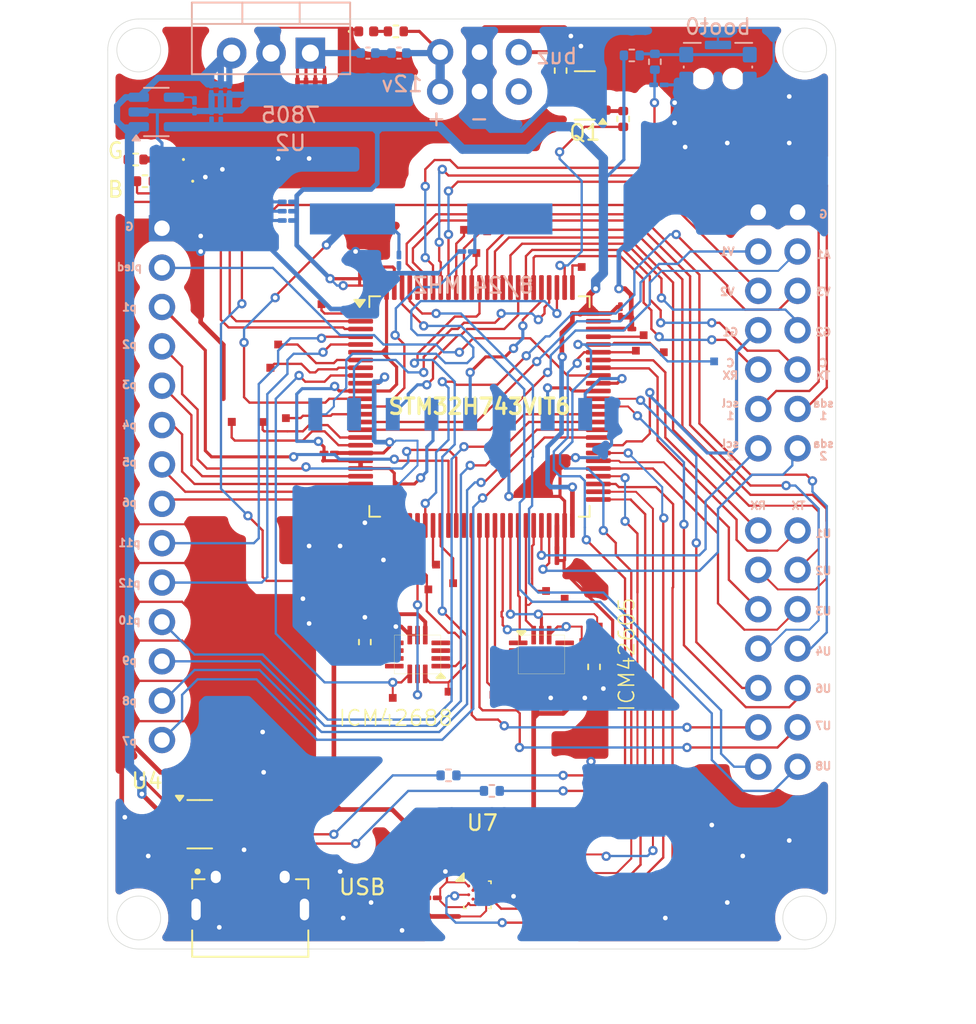
<source format=kicad_pcb>
(kicad_pcb (version 20241229) (generator "pcbnew") (generator_version "9.0")
  (layers (0 "F.Cu" mixed "Front") (2 "B.Cu" mixed "Back") (13 "F.Paste" user) (15 "B.Paste" user) (5 "F.SilkS" user "F.Silkscreen") (7 "B.SilkS" user "B.Silkscreen") (1 "F.Mask" user) (3 "B.Mask" user) (25 "Edge.Cuts" user))
  (net 0 "")
  (net 1 "GND")
  (net 2 "/5v_ref")
  (net 3 "/osc_2")
  (net 4 "/vcap1")
  (net 5 "/osc_1")
  (net 6 "/vcap2")
  (net 7 "/boot0")
  (net 8 "+12V")
  (net 9 "/mu_3.3v")
  (net 10 "Net-(U2-BP)")
  (net 11 "/mcu_3.3v")
  (net 12 "Net-(D1-A)")
  (net 13 "Net-(D2-A)")
  (net 14 "Net-(D3-K)")
  (net 15 "Net-(D5-A)")
  (net 16 "/SDMMC1_CK")
  (net 17 "/SDMMC1_D2")
  (net 18 "/SDMMC1_CMD")
  (net 19 "/SDMMC1_D1")
  (net 20 "/SDMMC1_D0")
  (net 21 "/SDMMC1_D3")
  (net 22 "Net-(Q1-B)")
  (net 23 "/buzzer_out")
  (net 24 "/blue")
  (net 25 "/green")
  (net 26 "Net-(U5-INT2)")
  (net 27 "Net-(U6-INT2)")
  (net 28 "/buzzer")
  (net 29 "Net-(R7-Pad2)")
  (net 30 "/i2c2_sda")
  (net 31 "/spi2_miso")
  (net 32 "/pwm6")
  (net 33 "/pwm9")
  (net 34 "/urt7_cts")
  (net 35 "unconnected-(U1-PB4-Pad90)")
  (net 36 "/spi1_miso")
  (net 37 "/pwm1")
  (net 38 "/OTG_FS_DP")
  (net 39 "/spi2_sck")
  (net 40 "/urt4_tx")
  (net 41 "/adc_v3")
  (net 42 "/pwm7")
  (net 43 "/spi4_cs")
  (net 44 "/urt8_tx")
  (net 45 "/spi2_mosi")
  (net 46 "/can1_tx")
  (net 47 "/adc_a1")
  (net 48 "unconnected-(U1-PB5-Pad91)")
  (net 49 "unconnected-(U1-PC4-Pad32)")
  (net 50 "unconnected-(U1-PC3_C-Pad18)")
  (net 51 "/spi2_drdy")
  (net 52 "/urt7_tx")
  (net 53 "/urt7_rx")
  (net 54 "/urt2_tx")
  (net 55 "/spi4_sck")
  (net 56 "/pwm11")
  (net 57 "unconnected-(U1-PC5-Pad33)")
  (net 58 "/pwm12")
  (net 59 "/can1_rx")
  (net 60 "/pwm4")
  (net 62 "/urt3_tx")
  (net 63 "/urt1_tx")
  (net 64 "/i2c1_sda")
  (net 65 "/urt6_rx")
  (net 66 "/pwm10")
  (net 67 "/urt2_rx")
  (net 68 "/spi1_sck")
  (net 69 "unconnected-(U1-PC13-Pad7)")
  (net 70 "unconnected-(U1-PA13-Pad72)")
  (net 71 "unconnected-(U1-PC14-Pad8)")
  (net 72 "/pwm2")
  (net 73 "/gpoi_out2")
  (net 74 "unconnected-(U1-PC2_C-Pad17)")
  (net 75 "/adc_v1")
  (net 76 "/pwm5")
  (net 77 "/i2c2_scl")
  (net 79 "unconnected-(U1-PA14-Pad76)")
  (net 80 "unconnected-(U1-PB3-Pad89)")
  (net 81 "/i2c1_scl")
  (net 82 "/pwm_led")
  (net 83 "/urt3_rx")
  (net 84 "/adc_v2")
  (net 86 "/urt4_rx")
  (net 87 "/spi4_mosi")
  (net 88 "/urt1_rx")
  (net 89 "unconnected-(U1-PE2-Pad1)")
  (net 90 "/spi1_cs")
  (net 91 "/gpoi_out1")
  (net 92 "/pwm3")
  (net 93 "/urt8_rx")
  (net 94 "/urt6_tx")
  (net 95 "/spi2_cs")
  (net 96 "unconnected-(U1-PE15-Pad45)")
  (net 97 "/urt7_rts")
  (net 98 "/spi1_mosi")
  (net 99 "/spi4_miso")
  (net 100 "/pwm8")
  (net 106 "unconnected-(U5-RESV-Pad10)")
  (net 114 "unconnected-(U1-NRST-Pad14)")
  (net 115 "/v_in")
  (net 116 "/OTG_FS_DM")
  (net 117 "Net-(J2-D+)")
  (net 118 "Net-(J2-D-)")
  (net 119 "Net-(Q1-C)")
  (footprint "fc_nickel:test_pt_smd" (layer "F.Cu") (at 190.2 111.2)
    (property "Reference" "REF**" (hide yes))
    (property "Value" "test_pt_smd")
  )
  (footprint "Capacitor_SMD:C_01005_0402Metric_Pad0.57x0.30mm_HandSolder" (layer "F.Cu") (at 162.95 122.5 180)
    (property "Reference" "C27" (hide yes))
    (property "Value" "2.2uf")
  )
  (footprint "Capacitor_SMD:C_01005_0402Metric_Pad0.57x0.30mm_HandSolder" (layer "F.Cu") (at 172.8 74.4 -90)
    (property "Reference" "C9" (hide yes))
    (property "Value" "2.2uf" (hide yes))
  )
  (footprint "fc_nickel:test_pt_smd" (layer "F.Cu") (at 180.7 106.2)
    (property "Reference" "REF**" (hide yes))
    (property "Value" "test_pt_smd")
  )
  (footprint "fc_nickel:test_pt_smd" (layer "F.Cu") (at 185.7 126)
    (property "Reference" "REF**" (hide yes))
    (property "Value" "test_pt_smd")
  )
  (footprint "Capacitor_SMD:C_01005_0402Metric_Pad0.57x0.30mm_HandSolder" (layer "F.Cu") (at 172.25 74.4 -90)
    (property "Reference" "C7" (hide yes))
    (property "Value" "2.2uf" (hide yes))
  )
  (footprint "fc_nickel:IDC-Header_P2.54mm_fc" (layer "F.Cu") (at 202 82.46)
    (property "Reference" "U10" (hide yes))
    (property "Value" "~" (hide yes))
  )
  (footprint "Package_TO_SOT_SMD:SOT-23" (layer "F.Cu") (at 190.8 74.93 180)
    (property "Reference" "Q1")
    (property "Value" "SS8050")
  )
  (footprint "fc_nickel:test_pt_smd" (layer "F.Cu") (at 179.2 107.2)
    (property "Reference" "REF**" (hide yes))
    (property "Value" "test_pt_smd")
  )
  (footprint "fc_nickel:test_pt_smd" (layer "F.Cu") (at 183.3 86.1)
    (property "Reference" "REF**" (hide yes))
    (property "Value" "test_pt_smd" (hide yes))
  )
  (footprint "Capacitor_SMD:C_01005_0402Metric_Pad0.57x0.30mm_HandSolder" (layer "F.Cu") (at 173.4 74.4 -90)
    (property "Reference" "C25" (hide yes))
    (property "Value" "2.2uf")
  )
  (footprint "fc_nickel:test_pt_smd" (layer "F.Cu") (at 169.5 97)
    (property "Reference" "REF**" (hide yes))
    (property "Value" "test_pt_smd" (hide yes))
  )
  (footprint "fc_nickel:IDC-Header_2x04_P2.54mm_fc" (layer "F.Cu") (at 163.5 83.5)
    (property "Reference" "U8" (hide yes))
    (property "Value" "~" (hide yes))
  )
  (footprint "fc_nickel:test_pt_smd" (layer "F.Cu") (at 180 125.9)
    (property "Reference" "REF**" (hide yes))
    (property "Value" "test_pt_smd")
  )
  (footprint "fc_nickel:test_pt_smd" (layer "F.Cu") (at 184 84.7)
    (property "Reference" "REF**" (hide yes))
    (property "Value" "test_pt_smd" (hide yes))
  )
  (footprint "fc_nickel:test_pt_smd" (layer "F.Cu") (at 165.3 119.7)
    (property "Reference" "REF**" (hide yes))
    (property "Value" "test_pt_smd")
  )
  (footprint "" (layer "F.Cu") (at 170.5 92.5)
    (property "Reference" "")
    (property "Value" "")
  )
  (footprint "" (layer "F.Cu") (at 168 96)
    (property "Reference" "")
    (property "Value" "")
  )
  (footprint "fc_nickel:test_pt_smd" (layer "F.Cu") (at 170 93.5)
    (property "Reference" "REF**" (hide yes))
    (property "Value" "test_pt_smd" (hide yes))
  )
  (footprint "" (layer "F.Cu") (at 168 96)
    (property "Reference" "")
    (property "Value" "")
  )
  (footprint "fc_nickel:usb_typ_b" (layer "F.Cu") (at 169.2 128)
    (property "Reference" "J2" (hide yes))
    (property "Value" "usb_typ_b_sym")
  )
  (footprint "LED_SMD:LED_0402_1005Metric" (layer "F.Cu") (at 163.795 79.065 180)
    (property "Reference" "D2" (hide yes))
    (property "Value" "GREEN" (hide yes))
  )
  (footprint "fc_nickel:test_pt_smd" (layer "F.Cu") (at 167.5 97)
    (property "Reference" "REF**" (hide yes))
    (property "Value" "test_pt_smd" (hide yes))
  )
  (footprint "Resistor_SMD:R_0402_1005Metric" (layer "F.Cu") (at 191.4 111.8 -90)
    (property "Reference" "R3" (hide yes))
    (property "Value" "1k")
  )
  (footprint "fc_nickel:LGA_14_ICM42688" (layer "F.Cu") (at 180 111 180)
    (property "Reference" "U6" (hide yes))
    (property "Value" "ICM42688")
  )
  (footprint "fc_nickel:test_pt_smd" (layer "F.Cu") (at 187.7 129.4)
    (property "Reference" "REF**" (hide yes))
    (property "Value" "test_pt_smd")
  )
  (footprint "fc_nickel:test_pt_smd" (layer "F.Cu") (at 177.9 114.8)
    (property "Reference" "REF**" (hide yes))
    (property "Value" "test_pt_smd")
  )
  (footprint "fc_nickel:IDC-Header_2x03_P2.54mm_fc_power" (layer "F.Cu") (at 181.46 74.68 90)
    (property "Reference" "U11" (hide yes))
    (property "Value" "~")
  )
  (footprint "Capacitor_SMD:C_01005_0402Metric_Pad0.57x0.30mm_HandSolder" (layer "F.Cu") (at 174 74.4 -90)
    (property "Reference" "C24" (hide yes))
    (property "Value" "2.2uf")
  )
  (footprint "fc_nickel:test_pt_smd" (layer "F.Cu") (at 165.3 119.3)
    (property "Reference" "REF**" (hide yes))
    (property "Value" "test_pt_smd")
  )
  (footprint "fc_nickel:test_pt_smd" (layer "F.Cu") (at 181.8 107.4)
    (property "Reference" "REF**" (hide yes))
    (property "Value" "test_pt_smd")
  )
  (footprint "Capacitor_SMD:C_01005_0402Metric_Pad0.57x0.30mm_HandSolder" (layer "F.Cu") (at 193.1 88.9 -90)
    (property "Reference" "C13" (hide yes))
    (property "Value" "2.2uf")
  )
  (footprint "fc_nickel:test_pt_smd" (layer "F.Cu") (at 165.8 119.7)
    (property "Reference" "REF**" (hide yes))
    (property "Value" "test_pt_smd")
  )
  (footprint "Capacitor_SMD:C_01005_0402Metric_Pad0.57x0.30mm_HandSolder" (layer "F.Cu") (at 180.9375 126.7)
    (property "Reference" "C21" (hide yes))
    (property "Value" "2.2uf")
  )
  (footprint "fc_nickel:test_pt_smd" (layer "F.Cu") (at 187.7 127.8)
    (property "Reference" "REF**" (hide yes))
    (property "Value" "test_pt_smd")
  )
  (footprint "" (layer "F.Cu") (at 168 96)
    (property "Reference" "")
    (property "Value" "")
  )
  (footprint "Resistor_SMD:R_0402_1005Metric" (layer "F.Cu") (at 162.4 80.465 180)
    (property "Reference" "R1" (hide yes))
    (property "Value" "2k" (hide yes))
  )
  (footprint "fc_nickel:test_pt_smd" (layer "F.Cu") (at 193.6 92.4)
    (property "Reference" "REF**" (hide yes))
    (property "Value" "test_pt_smd" (hide yes))
  )
  (footprint "fc_nickel:test_pt_smd" (layer "F.Cu") (at 191.2 110.2)
    (property "Reference" "REF**" (hide yes))
    (property "Value" "test_pt_smd")
  )
  (footprint "Capacitor_SMD:C_01005_0402Metric_Pad0.57x0.30mm_HandSolder" (layer "F.Cu") (at 162.95 121.75 180)
    (property "Reference" "C17" (hide yes))
    (property "Value" "2.2uf")
  )
  (footprint "Capacitor_SMD:C_01005_0402Metric_Pad0.57x0.30mm_HandSolder" (layer "F.Cu") (at 176.6 86)
    (property "Reference" "C8" (hide yes))
    (property "Value" "2.2uf")
  )
  (footprint "Resistor_SMD:R_0402_1005Metric" (layer "F.Cu") (at 189.24 73.33 90)
    (property "Reference" "R11" (hide yes))
    (property "Value" "20")
  )
  (footprint "Package_CSP:WLCSP-12_1.56x1.56mm_P0.4mm" (layer "F.Cu") (at 183.866 126.5)
    (property "Reference" "U7")
    (property "Value" "BMM150")
  )
  (footprint "fc_nickel:test_pt_smd" (layer "F.Cu") (at 189 108.4)
    (property "Reference" "REF**" (hide yes))
    (property "Value" "test_pt_smd")
  )
  (footprint "fc_nickel:test_pt_smd" (layer "F.Cu") (at 171 96.75)
    (property "Reference" "REF**" (hide yes))
    (property "Value" "test_pt_smd" (hide yes))
  )
  (footprint "fc_nickel:test_pt_smd" (layer "F.Cu") (at 187.8 107.9)
    (property "Reference" "REF**" (hide yes))
    (property "Value" "test_pt_smd" (hide yes))
  )
  (footprint "Resistor_SMD:R_0402_1005Metric" (layer "F.Cu") (at 161.8 79.065 180)
    (property "Reference" "R2" (hide yes))
    (property "Value" "2k" (hide yes))
  )
  (footprint "fc_nickel:test_pt_smd" (layer "F.Cu") (at 181.5 114.4)
    (property "Reference" "REF**" (hide yes))
    (property "Value" "test_pt_smd")
  )
  (footprint "" (layer "F.Cu") (at 170.5 92.5)
    (property "Reference" "")
    (property "Value" "")
  )
  (footprint "Capacitor_SMD:C_01005_0402Metric_Pad0.57x0.30mm_HandSolder" (layer "F.Cu") (at 177.5 107.8 180)
    (property "Reference" "C20" (hide yes))
    (property "Value" "2.2uf")
  )
  (footprint "fc_nickel:test_pt_smd" (layer "F.Cu") (at 182.5 84.6)
    (property "Reference" "REF**" (hide yes))
    (property "Value" "test_pt_smd" (hide yes))
  )
  (footprint "" (layer "F.Cu") (at 170.5 92.5)
    (property "Reference" "")
    (property "Value" "")
  )
  (footprint "LED_SMD:LED_0402_1005Metric" (layer "F.Cu") (at 176.685 70.8)
    (property "Reference" "D5" (hide yes))
    (property "Value" "RED" (hide yes))
  )
  (footprint "fc_nickel:test_pt_smd" (layer "F.Cu") (at 190.1 87)
    (property "Reference" "REF**" (hide yes))
    (property "Value" "test_pt_smd" (hide yes))
  )
  (footprint "fc_nickel:test_pt_smd" (layer "F.Cu") (at 194.1 91.4)
    (property "Reference" "REF**" (hide yes))
    (property "Value" "test_pt_smd" (hide yes))
  )
  (footprint "Package_TO_SOT_SMD:SOT-23-5" (layer "F.Cu") (at 165.9375 121.95)
    (property "Reference" "U4")
    (property "Value" "XC6504")
  )
  (footprint "Capacitor_SMD:C_01005_0402Metric_Pad0.57x0.30mm_HandSolder" (layer "F.Cu") (at 193.5 90)
    (property "Reference" "C5" (hide yes))
    (property "Value" "2.2uf")
  )
  (footprint "Capacitor_SMD:C_01005_0402Metric_Pad0.57x0.30mm_HandSolder" (layer "F.Cu") (at 189 104.6 90)
    (property "Reference" "C3" (hide yes))
    (property "Value" "2.2uf")
  )
  (footprint "fc_nickel:test_pt_smd" (layer "F.Cu") (at 170.5 92)
    (property "Reference" "REF**" (hide yes))
    (property "Value" "test_pt_smd" (hide yes))
  )
  (footprint "Resistor_SMD:R_0402_1005Metric" (layer "F.Cu") (at 178.6 70.8)
    (property "Reference" "R6" (hide yes))
    (property "Value" "2k" (hide yes))
  )
  (footprint "Capacitor_SMD:C_01005_0402Metric_Pad0.57x0.30mm_HandSolder" (layer "F.Cu") (at 174.3 98)
    (property "Reference" "C10" (hide yes))
    (property "Value" "2.2uf")
  )
  (footprint "Capacitor_SMD:C_01005_0402Metric_Pad0.57x0.30mm_HandSolder" (layer "F.Cu") (at 168.3 121.7 -90)
    (property "Reference" "C11" (hide yes))
    (property "Value" "2.2uf")
  )
  (footprint "fc_nickel:IDC-Header_P2.54mm_fc" (layer "F.Cu") (at 202 103)
    (property "Reference" "U9" (hide yes))
    (property "Value" "~" (hide yes))
  )
  (footprint "fc_nickel:LGA_14_ICM42688" (layer "F.Cu") (at 188 111)
    (property "Reference" "U5" (hide yes))
    (property "Value" "ICM42605")
  )
  (footprint "Resistor_SMD:R_0402_1005Metric" (layer "F.Cu") (at 176.6 110.2 90)
    (property "Reference" "R4" (hide yes))
    (property "Value" "1k" (hide yes))
  )
  (footprint "fc_nickel:test_pt_smd" (layer "F.Cu") (at 184.4 114.6)
    (property "Reference" "REF**" (hide yes))
    (property "Value" "test_pt_smd")
  )
  (footprint "fc_nickel:test_pt_smd" (layer "F.Cu") (at 165.8 119.3)
    (property "Reference" "REF**" (hide yes))
    (property "Value" "test_pt_smd")
  )
  (footprint "fc_nickel:test_pt_smd" (layer "F.Cu") (at 173.3 89.4)
    (property "Reference" "REF**" (hide yes))
    (property "Value" "test_pt_smd" (hide yes))
  )
  (footprint "fc_nickel:test_pt_smd" (layer "F.Cu") (at 185.7 114)
    (property "Reference" "REF**" (hide yes))
    (property "Value" "test_pt_smd")
  )
  (footprint "LED_SMD:LED_0402_1005Metric" (layer "F.Cu") (at 164.395 80.465 180)
    (property "Reference" "D1" (hide yes))
    (property "Value" "BLUE" (hide yes))
  )
  (footprint "fc_nickel:test_pt_smd" (layer "F.Cu") (at 195.4 92.5)
    (property "Reference" "REF**" (hide yes))
    (property "Value" "test_pt_smd" (hide yes))
  )
  (footprint "Resistor_SMD:R_0402_1005Metric" (layer "F.Cu") (at 193.2825 76.45 90)
    (property "Reference" "R5" (hide yes))
    (property "Value" "1k")
  )
  (footprint "Package_QFP:LQFP-100_14x14mm_P0.5mm" (layer "F.Cu") (at 184 95)
    (property "Reference" "U1" (hide yes))
    (property "Value" "STM32H743VITx")
  )
  (footprint "fc_nickel:test_pt_smd" (layer "F.Cu") (at 187.4 124.9)
    (property "Reference" "REF**" (hide yes))
    (property "Value" "test_pt_smd")
  )
  (footprint "fc_nickel:test_pt_smd" (layer "F.Cu") (at 180.2 107.8)
    (property "Reference" "REF**" (hide yes))
    (property "Value" "test_pt_smd")
  )
  (footprint "Capacitor_SMD:C_0402_1005Metric" (layer "B.Cu") (at 176.8 72.2)
    (property "Reference" "D4" (hide yes))
    (property "Value" "SM4007")
  )
  (footprint "Capacitor_SMD:C_01005_0402Metric_Pad0.57x0.30mm_HandSolder" (layer "B.Cu") (at 171.6 82.4 180)
    (property "Reference" "C15" (hide yes))
    (property "Value" "2.2uf")
  )
  (footprint "fc_nickel:XTAL1170X500X450_crystal" (layer "B.Cu") (at 180.88 82.9 180)
    (property "Reference" "Y2" (hide yes))
    (property "Value" "CRYSTAL, 12MHz, 20PF, SMD;")
  )
  (footprint "Capacitor_SMD:C_01005_0402Metric_Pad0.57x0.30mm_HandSolder" (layer "B.Cu") (at 183.2 85 180)
    (property "Reference" "C2" (hide yes))
    (property "Value" "2.2uf")
  )
  (footprint "Capacitor_SMD:C_01005_0402Metric_Pad0.57x0.30mm_HandSolder" (layer "B.Cu") (at 178.8 85.5625 -90)
    (property "Reference" "C4" (hide yes))
    (property "Value" "2.2uf")
  )
  (footprint "Capacitor_SMD:C_01005_0402Metric_Pad0.57x0.30mm_HandSolder" (layer "B.Cu") (at 171.6 81.8 180)
    (property "Reference" "C13" (hide yes))
    (property "Value" "2.2uf")
  )
  (footprint "Resistor_SMD:R_0402_1005Metric" (layer "B.Cu") (at 182 118.8 180)
    (property "Reference" "R9" (hide yes))
    (property "Value" "100")
  )
  (footprint "Capacitor_SMD:C_01005_0402Metric_Pad0.57x0.30mm_HandSolder" (layer "B.Cu") (at 167.3 74.55 -90)
    (property "Reference" "C18" (hide yes))
    (property "Value" "2.2uf")
  )
  (footprint "Capacitor_SMD:C_0402_1005Metric" (layer "B.Cu") (at 178.8 72.2)
    (property "Reference" "D3" (hide yes))
    (property "Value" "SM4007")
  )
  (footprint "Capacitor_SMD:C_01005_0402Metric_Pad0.57x0.30mm_HandSolder" (layer "B.Cu") (at 167.3 76.25 90)
    (property "Reference" "C15" (hide yes))
    (property "Value" "2.2uf")
  )
  (footprint "Capacitor_SMD:C_01005_0402Metric_Pad0.57x0.30mm_HandSolder" (layer "B.Cu") (at 165.6 75.6 -90)
    (property "Reference" "C12" (hide yes))
    (property "Value" "10nf")
  )
  (footprint "Resistor_SMD:R_0402_1005Metric" (layer "B.Cu") (at 184.8 119.8 180)
    (property "Reference" "R10" (hide yes))
    (property "Value" "100")
  )
  (footprint "fc_nickel:micro_sdcard_new" (layer "B.Cu") (at 182.155 118.1 180)
    (property "Reference" "J1" (hide yes))
    (property "Value" "Micro_SD_Card_fc")
  )
  (footprint "Resistor_SMD:R_0402_1005Metric" (layer "B.Cu") (at 195.325 72.76 90)
    (property "Reference" "R8" (hide yes))
    (property "Value" "5k")
  )
  (footprint "Capacitor_SMD:C_01005_0402Metric_Pad0.57x0.30mm_HandSolder" (layer "B.Cu") (at 166.7 76.2375 90)
    (property "Reference" "C14" (hide yes))
    (property "Value" "2.2uf")
  )
  (footprint "Button_Switch_SMD:SW_SPST_CK_KMS2xxGP" (layer "B.Cu") (at 199.4 73.1 180)
    (property "Reference" "boot0")
    (property "Value" "CK_KMS2xxG")
  )
  (footprint "Capacitor_SMD:C_01005_0402Metric_Pad0.57x0.30mm_HandSolder" (layer "B.Cu") (at 167.85 74.55 -90)
    (property "Reference" "C19" (hide yes))
    (property "Value" "2.2uf")
  )
  (footprint "Package_TO_SOT_THT:TO-220-3_Vertical" (layer "B.Cu") (at 173.08 72.2 180)
    (property "Reference" "U3" (hide yes))
    (property "Value" "LM7805_TO220")
  )
  (footprint "Capacitor_SMD:C_01005_0402Metric_Pad0.57x0.30mm_HandSolder" (layer "B.Cu") (at 195.5875 74.25)
    (property "Reference" "C6" (hide yes))
    (property "Value" "2.2uf")
  )
  (footprint "Resistor_SMD:R_0402_1005Metric" (layer "B.Cu") (at 193.835 72.35)
    (property "Reference" "R7" (hide yes))
    (property "Value" "5k")
  )
  (footprint "fc_nickel:test_pt_smd" (layer "B.Cu") (at 199.65 93.09 180)
    (property "Reference" "REF**" (hide yes))
    (property "Value" "test_pt_smd")
  )
  (footprint "Capacitor_SMD:C_01005_0402Metric_Pad0.57x0.30mm_HandSolder" (layer "B.Cu") (at 166.68 74.53 -90)
    (property "Reference" "C1" (hide yes))
    (property "Value" "2.2uf")
  )
  (footprint "Package_TO_SOT_SMD:SOT-23-5" (layer "B.Cu") (at 163.1375 76)
    (property "Reference" "U2")
    (property "Value" "SPX3819M5-L-3-3")
  )
  (footprint "Capacitor_SMD:C_01005_0402Metric_Pad0.57x0.30mm_HandSolder" (layer "B.Cu") (at 171.6 83 180)
    (property "Reference" "C16" (hide yes))
    (property "Value" "2.2uf")
  )
  (gr_line (start 186.95 109.5) (end 186.7 109.75) (stroke (width 0.1524)) (layer "F.SilkS"))
  (gr_line (start 186.45 109.5) (end 186.95 109.5) (stroke (width 0.1524)) (layer "F.SilkS"))
  (gr_line (start 181.75 112.5) (end 181.25 112.5) (stroke (width 0.1524)) (layer "F.SilkS"))
  (gr_line (start 181.25 112.5) (end 181.5 112.25) (stroke (width 0.1524)) (layer "F.SilkS"))
  (gr_line (start 181.75 112.5) (end 181.5 112.25) (stroke (width 0.1524)) (layer "F.SilkS"))
  (gr_line (start 181.5 112.5) (end 181.5 112.4) (stroke (width 0.1524)) (layer "F.SilkS"))
  (gr_line (start 186.7 109.5) (end 186.7 109.6) (stroke (width 0.1524)) (layer "F.SilkS"))
  (gr_line (start 186.45 109.5) (end 186.7 109.75) (stroke (width 0.1524)) (layer "F.SilkS"))
  (gr_circle (center 162 128) (end 161 129) (stroke (width 0.0381)) (fill no) (layer "Edge.Cuts"))
  (gr_circle (center 162 72) (end 161 71) (stroke (width 0.0381)) (fill no) (layer "Edge.Cuts"))
  (gr_line (start 205 130) (end 162 130) (stroke (width 0.0381)) (layer "Edge.Cuts"))
  (gr_line (start 162 70) (end 205 70) (stroke (width 0.0381)) (layer "Edge.Cuts"))
  (gr_circle (center 205 72) (end 206 71) (stroke (width 0.0381)) (fill no) (layer "Edge.Cuts"))
  (gr_arc (start 160 72) (mid 160.585786 70.585786) (end 162 70) (stroke (width 0.0381)) (layer "Edge.Cuts"))
  (gr_line (start 160 128) (end 160 72) (stroke (width 0.0381)) (layer "Edge.Cuts"))
  (gr_circle (center 205 128) (end 206 129) (stroke (width 0.0381)) (fill no) (layer "Edge.Cuts"))
  (gr_arc (start 205 70) (mid 206.414214 70.585786) (end 207 72) (stroke (width 0.0381)) (layer "Edge.Cuts"))
  (gr_line (start 207 72) (end 207 128) (stroke (width 0.0381)) (layer "Edge.Cuts"))
  (gr_arc (start 207 128) (mid 206.414214 129.414214) (end 205 130) (stroke (width 0.0381)) (layer "Edge.Cuts"))
  (gr_arc (start 162 130) (mid 160.585786 129.414214) (end 160 128) (stroke (width 0.0381)) (layer "Edge.Cuts"))
  (gr_text "G" (at 160.5 78.5 0) (layer "F.SilkS") (effects (font (size 1 1))))
  (gr_text "B" (at 160.5 81 0) (layer "F.SilkS") (effects (font (size 1 1))))
  (gr_text "STM32H743VIT6" (at 184 95 0) (layer "F.SilkS") (effects (font (size 1 1) (thickness 0.2) (bold yes))))
  (gr_text "USB" (at 176.43 126.01 0) (layer "F.SilkS") (effects (font (size 1 1))))
  (gr_text "p3" (at 161.4 93.6 0) (layer "B.SilkS") (effects (font (size 0.5 0.5) (thickness 0.125) (bold yes)) (justify mirror)))
  (gr_text "pled" (at 161.4 86 0) (layer "B.SilkS") (effects (font (size 0.5 0.5) (thickness 0.125) (bold yes)) (justify mirror)))
  (gr_text "A1\n" (at 206.2 85.2 0) (layer "B.SilkS") (effects (font (size 0.5 0.5) (thickness 0.125) (bold yes)) (justify mirror)))
  (gr_text "U3" (at 206.2 108.2 0) (layer "B.SilkS") (effects (font (size 0.5 0.5) (thickness 0.125) (bold yes)) (justify mirror)))
  (gr_text "12v\n" (at 179 74.2 0) (layer "B.SilkS") (effects (font (size 1 1)) (justify mirror)))
  (gr_text "sda\n1" (at 206.2 95.2 0) (layer "B.SilkS") (effects (font (size 0.5 0.5) (thickness 0.125) (bold yes)) (justify mirror)))
  (gr_text "p6\n" (at 161.4 101.2 0) (layer "B.SilkS") (effects (font (size 0.5 0.5) (thickness 0.125) (bold yes)) (justify mirror)))
  (gr_text "sda\n2" (at 206.2 97.8 0) (layer "B.SilkS") (effects (font (size 0.5 0.5) (thickness 0.125) (bold yes)) (justify mirror)))
  (gr_text "p8" (at 161.4 114 0) (layer "B.SilkS") (effects (font (size 0.5 0.5) (thickness 0.125) (bold yes)) (justify mirror)))
  (gr_text "p1" (at 161.4 88.6 0) (layer "B.SilkS") (effects (font (size 0.5 0.5) (thickness 0.125) (bold yes)) (justify mirror)))
  (gr_text "p2" (at 161.4 91 0) (layer "B.SilkS") (effects (font (size 0.5 0.5) (thickness 0.125) (bold yes)) (justify mirror)))
  (gr_text "scl\n1" (at 200.2 95.2 0) (layer "B.SilkS") (effects (font (size 0.5 0.5) (thickness 0.125) (bold yes)) (justify mirror)))
  (gr_text "U8" (at 206.2 118.2 0) (layer "B.SilkS") (effects (font (size 0.5 0.5) (thickness 0.125) (bold yes)) (justify mirror)))
  (gr_text "C\nTX" (at 206.2 92.6 0) (layer "B.SilkS") (effects (font (size 0.5 0.5) (thickness 0.125) (bold yes)) (justify mirror)))
  (gr_text "p4" (at 161.4 96.2 0) (layer "B.SilkS") (effects (font (size 0.5 0.5) (thickness 0.125) (bold yes)) (justify mirror)))
  (gr_text "-  +" (at 182.6 76.4 0) (layer "B.SilkS") (effects (font (size 1 1)) (justify mirror)))
  (gr_text "p7\n" (at 161.4 116.6 0) (layer "B.SilkS") (effects (font (size 0.5 0.5) (thickness 0.125) (bold yes)) (justify mirror)))
  (gr_text "U7" (at 206.2 115.6 0) (layer "B.SilkS") (effects (font (size 0.5 0.5) (thickness 0.125) (bold yes)) (justify mirror)))
  (gr_text "V3\n" (at 206.2 87.6 0) (layer "B.SilkS") (effects (font (size 0.5 0.5) (thickness 0.125) (bold yes)) (justify mirror)))
  (gr_text "buz" (at 189 72.4 0) (layer "B.SilkS") (effects (font (size 1 1)) (justify mirror)))
  (gr_text "p11" (at 161.4 103.8 0) (layer "B.SilkS") (effects (font (size 0.5 0.5) (thickness 0.125) (bold yes)) (justify mirror)))
  (gr_text "U6" (at 206.2 113.2 0) (layer "B.SilkS") (effects (font (size 0.5 0.5) (thickness 0.125) (bold yes)) (justify mirror)))
  (gr_text "8/24 MHZ" (at 183.6 87.2 0) (layer "B.SilkS") (effects (font (size 1 1)) (justify mirror)))
  (gr_text "U4" (at 206.2 110.8 0) (layer "B.SilkS") (effects (font (size 0.5 0.5) (thickness 0.125) (bold yes)) (justify mirror)))
  (gr_text "p10" (at 161.4 108.8 0) (layer "B.SilkS") (effects (font (size 0.5 0.5) (thickness 0.125) (bold yes)) (justify mirror)))
  (gr_text "U1" (at 206.2 103.2 0) (layer "B.SilkS") (effects (font (size 0.5 0.5) (thickness 0.125) (bold yes)) (justify mirror)))
  (gr_text "G2" (at 206.2 90.2 0) (layer "B.SilkS") (effects (font (size 0.5 0.5) (thickness 0.125) (bold yes)) (justify mirror)))
  (gr_text "G1" (at 200.2 90.2 0) (layer "B.SilkS") (effects (font (size 0.5 0.5) (thickness 0.125) (bold yes)) (justify mirror)))
  (gr_text "C\nRX" (at 200.2 92.6 0) (layer "B.SilkS") (effects (font (size 0.5 0.5) (thickness 0.125) (bold yes)) (justify mirror)))
  (gr_text "TX" (at 204.6 101.4 0) (layer "B.SilkS") (effects (font (size 0.5 0.5) (thickness 0.125) (bold yes)) (justify mirror)))
  (gr_text "G\n" (at 206.2 82.6 0) (layer "B.SilkS") (effects (font (size 0.5 0.5) (thickness 0.125) (bold yes)) (justify mirror)))
  (gr_text "scl\n2" (at 200.2 97.8 0) (layer "B.SilkS") (effects (font (size 0.5 0.5) (thickness 0.125) (bold yes)) (justify mirror)))
  (gr_text "V2\n" (at 200 87.6 0) (layer "B.SilkS") (effects (font (size 0.5 0.5) (thickness 0.125) (bold yes)) (justify mirror)))
  (gr_text "G" (at 161.4 83.4 0) (layer "B.SilkS") (effects (font (size 0.5 0.5) (thickness 0.125) (bold yes)) (justify mirror)))
  (gr_text "p5" (at 161.4 98.6 0) (layer "B.SilkS") (effects (font (size 0.5 0.5) (thickness 0.125) (bold yes)) (justify mirror)))
  (gr_text "V1" (at 200 85 0) (layer "B.SilkS") (effects (font (size 0.5 0.5) (thickness 0.125) (bold yes)) (justify mirror)))
  (gr_text "7805" (at 171.8 76.2 0) (layer "B.SilkS") (effects (font (size 1 1)) (justify mirror)))
  (gr_text "RX" (at 202 101.4 0) (layer "B.SilkS") (effects (font (size 0.5 0.5) (thickness 0.125) (bold yes)) (justify mirror)))
  (gr_text "p9" (at 161.4 111.4 0) (layer "B.SilkS") (effects (font (size 0.5 0.5) (thickness 0.125) (bold yes)) (justify mirror)))
  (gr_text "U2" (at 206.2 105.6 0) (layer "B.SilkS") (effects (font (size 0.5 0.5) (thickness 0.125) (bold yes)) (justify mirror)))
  (gr_text "p12\n" (at 161.4 106.4 0) (layer "B.SilkS") (effects (font (size 0.5 0.5) (thickness 0.125) (bold yes)) (justify mirror)))
  (segment (start 161.2 84.1) (end 161.2 102.6) (width 0.6) (layer "F.Cu") (net 1))
  (segment (start 165.9 112.7) (end 165.9 115.3) (width 0.6) (layer "F.Cu") (net 1))
  (segment (start 178.5 86.1) (end 178.4 86) (width 0.2) (layer "F.Cu") (net 1))
  (segment (start 168.3 122.0375) (end 168.3 123.1) (width 0.3) (layer "F.Cu") (net 1))
  (segment (start 191.675 89.5) (end 192.975 89.5) (width 0.127) (layer "F.Cu") (net 1))
  (segment (start 161.8 83.5) (end 161.2 84.1) (width 0.6) (layer "F.Cu") (net 1))
  (segment (start 173.4 74.7375) (end 173.4 77.3) (width 0.3) (layer "F.Cu") (net 1))
  (segment (start 192 113.2) (end 191.4 113.2) (width 0.2) (layer "F.Cu") (net 1))
  (segment (start 161.2 112.7) (end 161.2 115.3) (width 0.6) (layer "F.Cu") (net 1))
  (segment (start 176.6 85) (end 176 85) (width 0.2) (layer "F.Cu") (net 1))
  (segment (start 166.3 107.4) (end 165.9 107.8) (width 0.6) (layer "F.Cu") (net 1))
  (segment (start 170.5 125.9) (end 170.5 126.9) (width 0.4) (layer "F.Cu") (net 1))
  (segment (start 185.6 126.6) (end 185.5 126.5) (width 0.127) (layer "F.Cu") (net 1))
  (segment (start 181.866 127.3) (end 181.466 126.9) (width 0.127) (layer "F.Cu") (net 1))
  (segment (start 161.1 121.5) (end 161.35 121.75) (width 0.3) (layer "F.Cu") (net 1))
  (segment (start 166 89.56) (end 167.29 90.85) (width 0.3) (layer "F.Cu") (net 1))
  (segment (start 170.875 125.9) (end 171.425 125.35) (width 0.4) (layer "F.Cu") (net 1))
  (segment (start 181.466 126.9) (end 181.466 126.1) (width 0.127) (layer "F.Cu") (net 1))
  (segment (start 184 74.68) (end 184 77.1) (width 0.6) (layer "F.Cu") (net 1))
  (segment (start 162.6125 124) (end 162.6125 122.5) (width 0.3) (layer "F.Cu") (net 1))
  (segment (start 165.9 115.3) (end 165.9 118.6) (width 0.6) (layer "F.Cu") (net 1))
  (segment (start 177 85.4) (end 176.6 85) (width 0.2) (layer "F.Cu") (net 1))
  (segment (start 161.2 102.6) (end 161.2 105.1) (width 0.6) (layer "F.Cu") (net 1))
  (segment (start 167.4 79.7) (end 166.34 78.64) (width 0.3) (layer "F.Cu") (net 1))
  (segment (start 189.9 98.3) (end 189.2 99) (width 0.2) (layer "F.Cu") (net 1))
  (segment (start 161.2 110.1) (end 164.8 110.1) (width 0.15) (layer "F.Cu") (net 1))
  (segment (start 176 70.8) (end 175.7645 70.5645) (width 0.127) (layer "F.Cu") (net 1))
  (segment (start 166.34 78.54) (end 165.49 79.39) (width 0.4) (layer "F.Cu") (net 1))
  (segment (start 184.37 71.77) (end 184 72.14) (width 0.3) (layer "F.Cu") (net 1))
  (segment (start 165.8 121.95) (end 166 122.15) (width 0.127) (layer "F.Cu") (net 1))
  (segment (start 184 74.68) (end 184 72.14) (width 0.6) (layer "F.Cu") (net 1))
  (segment (start 174 77.5) (end 173.2 77.5) (width 0.6) (layer "F.Cu") (net 1))
  (segment (start 176.325 98) (end 174.6375 98) (width 0.25) (layer "F.Cu") (net 1))
  (segment (start 174 75.06) (end 171.35 75.06) (width 0.6) (layer "F.Cu") (net 1))
  (segment (start 161.2 107.6) (end 164.8 107.6) (width 0.15) (layer "F.Cu") (net 1))
  (segment (start 163.5 83.5) (end 162.3 83.5) (width 0.6) (layer "F.Cu") (net 1))
  (segment (start 178.2 97.6) (end 178.2 97.3) (width 0.2) (layer "F.Cu") (net 1))
  (segment (start 165.9 107.8) (end 165.9 108.8) (width 0.6) (layer "F.Cu") (net 1))
  (segment (start 196.6 75.4) (end 196.6 76.7) (width 0.5) (layer "F.Cu") (net 1))
  (segment (start 164.8 121.95) (end 165.8 121.95) (width 0.4) (layer "F.Cu") (net 1))
  (segment (start 172.6 107.4) (end 166.6 107.4) (width 0.6) (layer "F.Cu") (net 1))
  (segment (start 181.9 125.1) (end 181.8 125) (width 0.15) (layer "F.Cu") (net 1))
  (segment (start 162.2 121.75) (end 162.2 123.4) (width 0.4) (layer "F.Cu") (net 1))
  (segment (start 176.6 108.6) (end 176.6 108.3625) (width 0.2) (layer "F.Cu") (net 1))
  (segment (start 173.2 77.5) (end 172.7 77.5) (width 0.6) (layer "F.Cu") (net 1))
  (segment (start 189.5 102.675) (end 189.5 104.9) (width 0.2) (layer "F.Cu") (net 1))
  (segment (start 192.6 113) (end 192.4 113.2) (width 0.2) (layer "F.Cu") (net 1))
  (segment (start 170.75 74.05) (end 170.75 74.13) (width 0.4) (layer "F.Cu") (net 1))
  (segment (start 172.7 77.5) (end 172.1 76.9) (width 0.6) (layer "F.Cu") (net 1))
  (segment (start 181.866 125.7) (end 181.9 125.666) (width 0.15) (layer "F.Cu") (net 1))
  (segment (start 164.8 107.6) (end 165.9 108.7) (width 0.15) (layer "F.Cu") (net 1))
  (segment (start 191.7375 73.98) (end 191.7375 72.9375) (width 0.5) (layer "F.Cu") (net 1))
  (segment (start 173.4 77.3) (end 173.2 77.5) (width 0.3) (layer "F.Cu") (net 1))
  (segment (start 160.9 116.7) (end 161.5 116.7) (width 0.3) (layer "F.Cu") (net 1))
  (segment (start 178.5 87.325) (end 178.5 86.1) (width 0.2) (layer "F.Cu") (net 1))
  (segment (start 163.1 124.8) (end 162.6125 124.3125) (width 0.3) (layer "F.Cu") (net 1))
  (segment (start 178.4 86) (end 176.9375 86) (width 0.2) (layer "F.Cu") (net 1))
  (segment (start 184.37 70.651) (end 184.37 71.77) (width 0.3) (layer "F.Cu") (net 1))
  (segment (start 192.975 89.5) (end 193.1 89.375) (width 0.127) (layer "F.Cu") (net 1))
  (segment (start 176.2 70.8) (end 176 70.8) (width 0.127) (layer "F.Cu") (net 1))
  (segment (start 190.05 71.25) (end 189.9 71.1) (width 0.5) (layer "F.Cu") (net 1))
  (segment (start 171.425 126.175) (end 172.7 127.45) (width 0.4) (layer "F.Cu") (net 1))
  (segment (start 193.8375 89.2375) (end 193.8 89.2) (width 0.3) (layer "F.Cu") (net 1))
  (segment (start 193.7625 89.2375) (end 193.1 89.2375) (width 0.3) (layer "F.Cu") (net 1))
  (segment (start 170.54 75.26) (end 170.54 72.2) (width 0.6) (layer "F.Cu") (net 1))
  (segment (start 160.9 121.3) (end 161.1 121.5) (width 0.3) (layer "F.Cu") (net 1))
  (segment (start 165.7 125.1) (end 166 124.8) (width 0.4) (layer "F.Cu") (net 1))
  (segment (start 195.58 73.98) (end 196.1 74.5) (width 0.5) (layer "F.Cu") (net 1))
  (segment (start 171.425 125.35) (end 171.425 126.175) (width 0.4) (layer "F.Cu") (net 1))
  (segment (start 164.88 79.665) (end 164.28 79.065) (width 0.3) (layer "F.Cu") (net 1))
  (segment (start 161.55 116.75) (end 163.4 118.6) (width 0.3) (layer "F.Cu") (net 1))
  (segment (start 181.866 125.7) (end 183.066 125.7) (width 0.127) (layer "F.Cu") (net 1))
  (segment (start 183.4 127.166) (end 183.3 127.066) (width 0.127) (layer "F.Cu") (net 1))
  (segment (start 172.25 76.75) (end 172.1 76.9) (width 0.3) (layer "F.Cu") (net 1))
  (segment (start 161.2 102.6) (end 165.2 102.6) (width 0.127) (layer "F.Cu") (net 1))
  (segment (start 176.775 102.675) (end 178 102.675) (width 0.127) (layer "F.Cu") (net 1))
  (segment (start 191.4 112.31) (end 191.4 113.2) (width 0.2) (layer "F.Cu") (net 1))
  (segment (start 184.22 70.801) (end 184.37 70.801) (width 0.6) (layer "F.Cu") (net 1))
  (segment (start 172.25 74.7375) (end 172.25 76.75) (width 0.3) (layer "F.Cu") (net 1))
  (segment (start 160.9 116.9) (end 160.9 121.3) (width 0.3) (layer "F.Cu") (net 1))
  (segment (start 192.4 113.2) (end 192 113.2) (width 0.2) (layer "F.Cu") (net 1))
  (segment (start 189.2 100.8) (end 189.5 101.1) (width 0.2) (layer "F.Cu") (net 1))
  (segment (start 161.2 110.1) (end 161.2 112.7) (width 0.6) (layer "F.Cu") (net 1))
  (segment (start 166.4 107.4) (end 165.9 106.9) (width 0.6) (layer "F.Cu") (net 1))
  (segment (start 177.8 104.9) (end 177.8 102.875) (width 0.3) (layer "F.Cu") (net 1))
  (segment (start 170.5 125.9) (end 170.5 126.5) (width 0.127) (layer "F.Cu") (net 1))
  (segment (start 162.6125 121.75) (end 162.6125 122.5) (width 0.3) (layer "F.Cu") (net 1))
  (segment (start 171.4375 74.7375) (end 170.75 74.05) (width 0.4) (layer "F.Cu") (net 1))
  (segment (start 177.5 93.5) (end 176.325 93.5) (width 0.2) (layer "F.Cu") (net 1))
  (segment (start 184 77.1) (end 183.6 77.5) (width 0.6) (layer "F.Cu") (net 1))
  (segment (start 188 112.25) (end 188.5 112.25) (width 0.15) (layer "F.Cu") (net 1))
  (segment (start 161.2 115.3) (end 165.9 115.3) (width 0.15) (layer "F.Cu") (net 1))
  (segment (start 175 74.7375) (end 175.6625 74.7375) (width 0.3) (layer "F.Cu") (net 1))
  (segment (start 193.4 87.4) (end 193.8 87.8) (width 0.3) (layer "F.Cu") (net 1))
  (segment (start 165.9 108.7) (end 165.9 108.8) (width 0.15) (layer "F.Cu") (net 1))
  (segment (start 161.2 115.3) (end 161.2 116.4) (width 0.6) (layer "F.Cu") (net 1))
  (segment (start 165.9 103.3) (end 165.9 107.8) (width 0.127) (layer "F.Cu") (net 1))
  (segment (start 192.6 108.8) (end 192.6 113) (width 0.2) (layer "F.Cu") (net 1))
  (segment (start 172.1 76.9) (end 170.5 75.3) (width 0.6) (layer "F.Cu") (net 1))
  (segment (start 162.44 121.9225) (end 162.44 123.34) (width 0.4) (layer "F.Cu") (net 1))
  (segment (start 191.2 116.1) (end 191.4 115.9) (width 0.3) (layer "F.Cu") (net 1))
  (segment (start 166 124.8) (end 163.1 124.8) (width 0.3) (layer "F.Cu") (net 1))
  (segment (start 161.2 105.1) (end 161.2 107.6) (width 0.6) (layer "F.Cu") (net 1))
  (segment (start 166.34 78.64) (end 166.34 78.54) (width 0.3) (layer "F.Cu") (net 1))
  (segment (start 166 118.7) (end 165.9 118.6) (width 0.127) (layer "F.Cu") (net 1))
  (segment (start 164.88 80.465) (end 164.88 79.665) (width 0.3) (layer "F.Cu") (net 1))
  (segment (start 169.2 127.45) (end 165.7 127.45) (width 0.4) (layer "F.Cu") (net 1))
  (segment (start 166.3 80.2) (end 165.49 79.39) (width 0.3) (layer "F.Cu") (net 1))
  (segment (start 177.8 102.875) (end 178 102.675) (width 0.3) (layer "F.Cu") (net 1))
  (segment (start 183.3 127.066) (end 183.066 127.3) (width 0.127) (layer "F.Cu") (net 1))
  (segment (start 193.8 87.8) (end 193.8 89.2) (width 0.3) (layer "F.Cu") (net 1))
  (segment (start 170.75 74.13) (end 166.34 78.54) (width 0.4) (layer "F.Cu") (net 1))
  (segment (start 161.5 116.7) (end 161.55 116.75) (width 0.3) (layer "F.Cu") (net 1))
  (segment (start 183.066 125.7) (end 183.3 125.934) (width 0.127) (layer "F.Cu") (net 1))
  (segment (start 190.2 98.3) (end 189.9 98.3) (width 0.2) (layer "F.Cu") (net 1))
  (segment (start 169.2 127.45) (end 172.7 127.45) (width 0.4) (layer "F.Cu") (net 1))
  (segment (start 177.7 93.275) (end 177.7 93.3) (width 0.127) (layer "F.Cu") (net 1))
  (segment (start 174 74.7375) (end 172.25 74.7375) (width 0.3) (layer "F.Cu") (net 1))
  (segment (start 193 87.4) (end 193.4 87.4) (width 0.3) (layer "F.Cu") (net 1))
  (segment (start 164.88 80) (end 164.88 80.465) (width 0.4) (layer "F.Cu") (net 1))
  (segment (start 185.5 126.5) (end 184.432 126.5) (width 0.127) (layer "F.Cu") (net 1))
  (segment (start 168.3 123.1) (end 168.8 123.6) (width 0.3) (layer "F.Cu") (net 1))
  (segment (start 191.2 117.9) (end 191.2 116.1) (width 0.3) (layer "F.Cu") (net 1))
  (segment (start 186.2 126.6) (end 185.6 126.6) (width 0.127) (layer "F.Cu") (net 1))
  (segment (start 166 121.95) (end 168.2125 121.95) (width 0.4) (layer "F.Cu") (net 1))
  (segment (start 183.066 127.3) (end 181.866 127.3) (width 0.127) (layer "F.Cu") (net 1))
  (segment (start 176.9375 86) (end 177 85.9375) (width 0.2) (layer "F.Cu") (net 1))
  (segment (start 165 105.1) (end 165.9 106) (width 0.15) (layer "F.Cu") (net 1))
  (segment (start 174 74.7375) (end 175 74.7375) (width 0.3) (layer "F.Cu") (net 1))
  (segment (start 170.065 118.6) (end 169.087 117.622) (width 0.6) (layer "F.Cu") (net 1))
  (segment (start 165.2 102.6) (end 165.9 103.3) (width 0.127) (layer "F.Cu") (net 1))
  (segment (start 170.5 75.3) (end 170.54 75.26) (width 0.6) (layer "F.Cu") (net 1))
  (segment (start 165.9 108.8) (end 165.9 111.1) (width 0.6) (layer "F.Cu") (net 1))
  (segment (start 165.7 127.45) (end 165.7 125.1) (width 0.4) (layer "F.Cu") (net 1))
  (segment (start 185.9 100.8) (end 189.2 100.8) (width 0.2) (layer "F.Cu") (net 1))
  (segment (start 170.5 125.9) (end 170.875 125.9) (width 0.4) (layer "F.Cu") (net 1))
  (segment (start 166.6 107.4) (end 166.3 107.4) (width 0.6) (layer "F.Cu") (net 1))
  (segment (start 189.9 71.1) (end 189.451 70.651) (width 0.5) (layer "F.Cu") (net 1))
  (segment (start 176.6 102.5) (end 176.775 102.675) (width 0.127) (layer "F.Cu") (net 1))
  (segment (start 193.8375 90) (end 193.8375 89.2375) (width 0.3) (layer "F.Cu") (net 1))
  (segment (start 188.451 70.651) (end 184.37 70.651) (width 0.5) (layer "F.Cu") (net 1))
  (segment (start 177 85.9375) (end 177 85.4) (width 0.2) (layer "F.Cu") (net 1))
  (segment (start 191.7375 72.9375) (end 190.55 71.75) (width 0.5) (layer "F.Cu") (net 1))
  (segment (start 191.4 115.9) (end 191.4 113.2) (width 0.3) (layer "F.Cu") (net 1))
  (segment (start 166.6 107.4) (end 166.4 107.4) (width 0.6) (layer "F.Cu") (net 1))
  (segment (start 175.6625 74.7375) (end 175.8 74.6) (width 0.3) (layer "F.Cu") (net 1))
  (segment (start 181.9 125.666) (end 181.9 125.1) (width 0.15) (layer "F.Cu") (net 1))
  (segment (start 175.8 74.6) (end 175.8 77.5) (width 0.3) (layer "F.Cu") (net 1))
  (segment (start 183.766 127.166) (end 183.4 127.166) (width 0.127) (layer "F.Cu") (net 1))
  (segment (start 190.55 71.75) (end 190.05 71.25) (width 0.5) (layer "F.Cu") (net 1))
  (segment (start 177.7 93.3) (end 177.5 93.5) (width 0.2) (layer "F.Cu") (net 1))
  (segment (start 179.5 109.75) (end 178.95 109.2) (width 0.25) (layer "F.Cu") (net 1))
  (segment (start 161.35 121.75) (end 162.2 121.75) (width 0.3) (layer "F.Cu") (net 1))
  (segment (start 170.54 71.0245) (end 170.54 72.2) (width 0.127) (layer "F.Cu") (net 1))
  (segment (start 191.7375 73.98) (end 195.58 73.98) (width 0.5) (layer "F.Cu") (net 1))
  (segment (start 162.6125 124.3125) (end 162.6125 124) (width 0.3) (layer "F.Cu") (net 1))
  (segment (start 162.3 83.5) (end 161.8 83.5) (width 0.6) (layer "F.Cu") (net 1))
  (segment (start 165.9 111.1) (end 165.9 112.7) (width 0.6) (layer "F.Cu") (net 1))
  (segment (start 168.2125 121.95) (end 168.3 122.0375) (width 0.2) (layer "F.Cu") (net 1))
  (segment (start 164.8 110.1) (end 165.8 111.1) (width 0.15) (layer "F.Cu") (net 1))
  (segment (start 189.4625 105.6625) (end 192.6 108.8) (width 0.2) (layer "F.Cu") (net 1))
  (segment (start 189.5 104.9) (end 189.4625 104.9375) (width 0.2) (layer "F.Cu") (net 1))
  (segment (start 170.54 73.84) (end 170.54 72.2) (width 0.4) (layer "F.Cu") (net 1))
  (segment (start 161.2 112.7) (end 165.9 112.7) (width 0.15) (layer "F.Cu") (net 1))
  (segment (start 174 75.06) (end 175.04 75.06) (width 0.6) (layer "F.Cu") (net 1))
  (segment (start 181.466 126.1) (end 181.866 125.7) (width 0.127) (layer "F.Cu") (net 1))
  (segment (start 177.875 93.1) (end 177.7 93.275) (width 0.127) (layer "F.Cu") (net 1))
  (segment (start 166 124.8) (end 166.55 125.35) (width 0.4) (layer "F.Cu") (net 1))
  (segment (start 189.2 99) (end 189.2 100.8) (width 0.2) (layer "F.Cu") (net 1))
  (segment (start 161.2 116.4) (end 161.55 116.75) (width 0.3) (layer "F.Cu") (net 1))
  (segment (start 167.29 90.85) (end 167.46 91.02) (width 0.3) (layer "F.Cu") (net 1))
  (segment (start 188.6 112.35) (end 188.5 112.25) (width 0.2) (layer "F.Cu") (net 1))
  (segment (start 170.75 74.05) (end 170.54 73.84) (width 0.4) (layer "F.Cu") (net 1))
  (segment (start 176.6 108.6) (end 176.6 109.69) (width 0.2) (layer "F.Cu") (net 1))
  (segment (start 162.2 121.75) (end 162.6125 121.75) (width 0.3) (layer "F.Cu") (net 1))
  (segment (start 175.8 77.5) (end 174 77.5) (width 0.6) (layer "F.Cu") (net 1))
  (segment (start 196.1 74.5) (end 196.6 75) (width 0.5) (layer "F.Cu") (net 1))
  (segment (start 196.6 75) (end 196.6 75.4) (width 0.5) (layer "F.Cu") (net 1))
  (segment (start 191.4 113.2) (end 190.8 113.8) (width 0.2) (layer "F.Cu") (net 1))
  (segment (start 162.6125 121.75) (end 162.44 121.9225) (width 0.4) (layer "F.Cu") (net 1))
  (segment (start 175 74.7375) (end 175 70.651) (width 0.3) (layer "F.Cu") (net 1))
  (segment (start 189.451 70.651) (end 188.451 70.651) (width 0.5) (layer "F.Cu") (net 1))
  (segment (start 175.7645 70.5645) (end 171 70.5645) (width 0.127) (layer "F.Cu") (net 1))
  (segment (start 170.5 126.9) (end 169.95 127.45) (width 0.4) (layer "F.Cu") (net 1))
  (segment (start 167.46 91.02) (end 167.46 94.5) (width 0.3) (layer "F.Cu") (net 1))
  (segment (start 170.8 72.46) (end 170.54 72.2) (width 0.4) (layer "F.Cu") (net 1))
  (segment (start 165.8 121.95) (end 166 121.95) (width 0.4) (layer "F.Cu") (net 1))
  (segment (start 174 74.7375) (end 174 75.06) (width 0.3) (layer "F.Cu") (net 1))
  (segment (start 166 121.95) (end 166 118.7) (width 0.127) (layer "F.Cu") (net 1))
  (segment (start 184 72.14) (end 184 71.021) (width 0.6) (layer "F.Cu") (net 1))
  (segment (start 163.4 118.6) (end 165.9 118.6) (width 0.3) (layer "F.Cu") (net 1))
  (segment (start 165.8 111.1) (end 165.9 111.1) (width 0.15) (layer "F.Cu") (net 1))
  (segment (start 169.95 127.45) (end 169.2 127.45) (width 0.4) (layer "F.Cu") (net 1))
  (segment (start 166 85) (end 166 89.56) (width 0.3) (layer "F.Cu") (net 1))
  (segment (start 165.9 106.9) (end 165.9 107.8) (width 0.6) (layer "F.Cu") (net 1))
  (segment (start 160.9 116.7) (end 161.2 116.4) (width 0.3) (layer "F.Cu") (net 1))
  (segment (start 177.8 98) (end 178.2 97.6) (width 0.2) (layer "F.Cu") (net 1))
  (segment (start 175.04 75.06) (end 175.05 75.07) (width 0.4) (layer "F.Cu") (net 1))
  (segment (start 189.5 101.1) (end 189.5 102.675) (width 0.2) (layer "F.Cu") (net 1))
  (segment (start 160.9 116.9) (end 160.9 116.7) (width 0.3) (layer "F.Cu") (net 1))
  (segment (start 188.6 113.8) (end 188.6 112.35) (width 0.2) (layer "F.Cu") (net 1))
  (segment (start 183.866 127.066) (end 183.766 127.166) (width 0.127) (layer "F.Cu") (net 1))
  (segment (start 174 75.06) (end 174 77.5) (width 0.3) (layer "F.Cu") (net 1))
  (segment (start 189.4625 104.9375) (end 189.4625 105.6625) (width 0.2) (layer "F.Cu") (net 1))
  (segment (start 165.9 106) (end 165.9 106.9) (width 0.6) (layer "F.Cu") (net 1))
  (segment (start 169.087 117.622) (end 165.9 117.622) (width 0.6) (layer "F.Cu") (net 1))
  (segment (start 183.6 77.5) (end 175.8 77.5) (width 0.6) (layer "F.Cu") (net 1))
  (segment (start 189.4625 104.9375) (end 189 104.9375) (width 0.2) (layer "F.Cu") (net 1))
  (segment (start 172.8 74.7375) (end 172.8 77.4) (width 0.3) (layer "F.Cu") (net 1))
  (segment (start 172.25 74.7375) (end 171.4375 74.7375) (width 0.4) (layer "F.Cu") (net 1))
  (segment (start 161.2 105.1) (end 165 105.1) (width 0.15) (layer "F.Cu") (net 1))
  (segment (start 166.55 125.35) (end 166.975 125.35) (width 0.4) (layer "F.Cu") (net 1))
  (segment (start 171 70.5645) (end 170.54 71.0245) (width 0.127) (layer "F.Cu") (net 1))
  (segment (start 178.95 109.2) (end 178.6 109.2) (width 0.25) (layer "F.Cu") (net 1))
  (segment (start 184 71.021) (end 184.22 70.801) (width 0.6) (layer "F.Cu") (net 1))
  (segment (start 165.49 79.39) (end 164.88 80) (width 0.4) (layer "F.Cu") (net 1))
  (segment (start 161.2 107.6) (end 161.2 110.1) (width 0.6) (layer "F.Cu") (net 1))
  (segment (start 176.6 108.3625) (end 177.1625 107.8) (width 0.2) (layer "F.Cu") (net 1))
  (segment (start 180 109.75) (end 179.5 109.75) (width 0.15) (layer "F.Cu") (net 1))
  (segment (start 172.8 77.4) (end 172.7 77.5) (width 0.3) (layer "F.Cu") (net 1))
  (segment (start 176.325 98) (end 177.8 98) (width 0.2) (layer "F.Cu") (net 1))
  (segment (start 193.8 89.2) (end 193.7625 89.2375) (width 0.3) (layer "F.Cu") (net 1))
  (via (at 176.6 108.6) (size 0.6) (drill 0.3) (layers "F.Cu" "B.Cu") (net 1))
  (via (at 190.55 71.75) (size 0.6) (drill 0.3) (layers "F.Cu" "B.Cu") (net 1))
  (via (at 192 113.2) (size 0.6) (drill 0.3) (layers "F.Cu" "B.Cu") (net 1))
  (via (at 177.8 104.9) (size 0.6) (drill 0.3) (layers "F.Cu" "B.Cu") (net 1))
  (via (at 173 109) (size 0.6) (drill 0.3) (layers "F.Cu" "B.Cu") (net 1))
  (via (at 196 128) (size 0.6) (drill 0.3) (layers "F.Cu" "B.Cu") (net 1))
  (via (at 189.9 71.1) (size 0.6) (drill 0.3) (layers "F.Cu" "B.Cu") (net 1))
  (via (at 171 79) (size 0.6) (drill 0.3) (layers "F.Cu" "B.Cu") (net 1))
  (via (at 196.6 76.7) (size 0.6) (drill 0.3) (layers "F.Cu" "B.Cu") (net 1))
  (via (at 166 84) (size 0.6) (drill 0.3) (layers "F.Cu" "B.Cu") (net 1))
  (via (at 197.28 78.26) (size 0.6) (drill 0.3) (layers "F.Cu" "B.Cu") (net 1))
  (via (at 193 87.4) (size 0.6) (drill 0.3) (layers "F.Cu" "B.Cu") (net 1))
  (via (at 172.6 107.4) (size 0.6) (drill 0.3) (layers "F.Cu" "B.Cu") (net 1))
  (via (at 175.2 128) (size 0.6) (drill 0.3) (layers "F.Cu" "B.Cu") (net 1))
  (via (at 190.8 113.8) (size 0.6) (drill 0.3) (layers "F.Cu" "B.Cu") (net 1))
  (via (at 161.1 121.5) (size 0.6) (drill 0.3) (layers "F.Cu" "B.Cu") (net 1))
  (via (at 199 122) (size 0.6) (drill 0.3) (layers "F.Cu" "B.Cu") (net 1))
  (via (at 200 78) (size 0.6) (drill 0.3) (layers "F.Cu" "B.Cu") (net 1))
  (via (at 167.4 79.7) (size 0.6) (drill 0.3) (layers "F.Cu" "B.Cu") (net 1))
  (via (at 175 125) (size 0.6) (drill 0.3) (layers "F.Cu" "B.Cu") (net 1))
  (via (at 168.8 123.6) (size 0.6) (drill 0.3) (layers "F.Cu" "B.Cu") (net 1))
  (via (at 166.3 80.2) (size 0.6) (drill 0.3) (layers "F.Cu" "B.Cu") (net 1))
  (via (at 176.6 102.5) (size 0.6) (drill 0.3) (layers "F.Cu" "B.Cu") (net 1))
  (via (at 167.2 128.6) (size 0.6) (drill 0.3) (layers "F.Cu" "B.Cu") (net 1))
  (via (at 204 75) (size 0.6) (drill 0.3) (layers "F.Cu" "B.Cu") (net 1))
  (via (at 177.875 93.1) (size 0.6) (drill 0.3) (layers "F.Cu" "B.Cu") (net 1))
  (via (at 162.6125 124) (size 0.6) (drill 0.3) (layers "F.Cu" "B.Cu") (net 1))
  (via (at 178.6 109.2) (size 0.6) (drill 0.3) (layers "F.Cu" "B.Cu") (net 1))
  (via (at 176 85) (size 0.6) (drill 0.3) (layers "F.Cu" "B.Cu") (net 1))
  (via (at 204 78) (size 0.6) (drill 0.3) (layers "F.Cu" "B.Cu") (net 1))
  (via (at 173 79) (size 0.6) (drill 0.3) (layers "F.Cu" "B.Cu") (net 1))
  (via (at 201 124) (size 0.6) (drill 0.3) (layers "F.Cu" "B.Cu") (net 1))
  (via (at 170.065 118.6) (size 0.6) (drill 0.3) (layers "F.Cu" "B.Cu") (net 1))
  (via (at 178.2 97.3) (size 0.6) (drill 0.3) (layers "F.Cu" "B.Cu") (net 1))
  (via (at 204 123) (size 0.6) (drill 0.3) (layers "F.Cu" "B.Cu") (net 1))
  (via (at 186.2 126.6) (size 0.6) (drill 0.3) (layers "F.Cu" "B.Cu") (net 1))
  (via (at 188.6 113.8) (size 0.6) (drill 0.3) (layers "F.Cu" "B.Cu") (net 1))
  (via (at 185.9 100.8) (size 0.6) (drill 0.3) (layers "F.Cu" "B.Cu") (net 1))
  (via (at 177 127) (size 0.6) (drill 0.3) (layers "F.Cu" "B.Cu") (net 1))
  (via (at 173 104) (size 0.6) (drill 0.3) (layers "F.Cu" "B.Cu") (net 1))
  (via (at 170 116) (size 0.6) (drill 0.3) (layers "F.Cu" "B.Cu") (net 1))
  (via (at 196.6 75.4) (size 0.6) (drill 0.3) (layers "F.Cu" "B.Cu") (net 1))
  (via (at 200 127) (size 0.6) (drill 0.3) (layers "F.Cu" "B.Cu") (net 1))
  (via (at 179 128.8) (size 0.6) (drill 0.3) (layers "F.Cu" "B.Cu") (net 1))
  (via (at 181.8 125) (size 0.6) (drill 0.3) (layers "F.Cu" "B.Cu") (net 1))
  (via (at 191.2 117.9) (size 0.6) (drill 0.3) (layers "F.Cu" "B.Cu") (net 1))
  (via (at 175 104) (size 0.6) (drill 0.3) (layers "F.Cu" "B.Cu") (net 1))
  (via (at 190.2 98.3) (size 0.6) (drill 0.3) (layers "F.Cu" "B.Cu") (net 1))
  (via (at 166 85) (size 0.6) (drill 0.3) (layers "F.Cu" "B.Cu") (net 1))
  (segment (start 168.9625 74.8875) (end 169 74.85) (width 0.4) (layer "B.Cu") (net 1))
  (segment (start 177.3 97.3) (end 177.2 97.2) (width 0.3) (layer "B.Cu") (net 1))
  (segment (start 192.525 97.475) (end 192.525 95.5) (width 0.2) (layer "B.Cu") (net 1))
  (segment (start 166.6625 75.9375) (end 166.7 75.9) (width 0.2) (layer "B.Cu") (net 1))
  (segment (start 170.5 82.4) (end 170.5 83) (width 0.4) (layer "B.Cu") (net 1))
  (segment (start 168.6 75.9) (end 167.85 75.9) (width 0.4) (layer "B.Cu") (net 1))
  (segment (start 178.9 86.4) (end 176.51 86.4) (width 0.3) (layer "B.Cu") (net 1))
  (segment (start 178.6 97.2) (end 180 97.2) (width 0.127) (layer "B.Cu") (net 1))
  (segment (start 178.5 97.3) (end 178.6 97.2) (width 0.127) (layer "B.Cu") (net 1))
  (segment (start 167.4 80.9) (end 167.4 79.7) (width 0.3) (layer "B.Cu") (net 1))
  (segment (start 186.7 77.2) (end 190.55 73.35) (width 0.3) (layer "B.Cu") (net 1))
  (segment (start 202.376 70.576) (end 203 71.2) (width 0.15) (layer "B.Cu") (net 1))
  (segment (start 182.8625 85) (end 182.7 85) (width 0.15) (layer "B.Cu") (net 1))
  (segment (start 204.54 82.46) (end 202 82.46) (width 0.6) (layer "B.Cu") (net 1))
  (segment (start 191.7 98.3) (end 192.525 97.475) (width 0.2) (layer "B.Cu") (net 1))
  (segment (start 176.6 106.1) (end 177.8 104.9) (width 0.3) (layer "B.Cu") (net 1))
  (segment (start 179.4 99.4) (end 177.9 100.9) (width 0.127) (layer "B.Cu") (net 1))
  (segment (start 170.5 81.7) (end 170.5 82.4) (width 0.4) (layer "B.Cu") (net 1))
  (segment (start 172.7 107.3) (end 172.6 107.4) (width 0.6) (layer "B.Cu") (net 1))
  (segment (start 184 74.68) (end 184 76.5) (width 0.3) (layer "B.Cu") (net 1))
  (segment (start 178.2 97.3) (end 177.3 97.3) (width 0.3) (layer "B.Cu") (net 1))
  (segment (start 193 85) (end 195.54 82.46) (width 0.3) (layer "B.Cu") (net 1))
  (segment (start 185.9 95.5) (end 185.9 100.8) (width 0.2) (layer "B.Cu") (net 1))
  (segment (start 165.6 75.9375) (end 166.6625 75.9375) (width 0.4) (layer "B.Cu") (net 1))
  (segment (start 167.85 74.8875) (end 167.85 75.9) (width 0.4) (layer "B.Cu") (net 1))
  (segment (start 166.3 80.7) (end 163.5 83.5) (width 0.3) (layer "B.Cu") (net 1))
  (segment (start 201.9 76.7) (end 202 76.8) (width 0.4) (layer "B.Cu") (net 1))
  (segment (start 191.2 120.95) (end 191.4 120.95) (width 0.3) (layer "B.Cu") (net 1))
  (segment (start 176.63 87.93) (end 175.85 88.71) (width 0.3) (layer "B.Cu") (net 1))
  (segment (start 184 76.5) (end 184.7 77.2) (width 0.3) (layer "B.Cu") (net 1))
  (segment (start 163.2 75.9375) (end 163.2 77.7) (width 0.2) (layer "B.Cu") (net 1))
  (segment (start 169.7 80.9) (end 170.5 81.7) (width 0.4) (layer "B.Cu") (net 1))
  (segment (start 197.35 75.95) (end 197.35 75.4) (width 0.3) (layer "B.Cu") (net 1))
  (segment (start 196.6 75.4) (end 197.35 75.4) (width 0.4) (layer "B.Cu") (net 1))
  (segment (start 166.3 80.2) (end 166.3 80.7) (width 0.3) (layer "B.Cu") (net 1))
  (segment (start 175.85 88.71) (end 174.41 88.71) (width 0.3) (layer "B.Cu") (net 1))
  (segment (start 202 74.8) (end 202 74.45) (width 0.4) (layer "B.Cu") (net 1))
  (segment (start 176.63 86.52) (end 176.63 87.93) (width 0.3) (layer "B.Cu") (net 1))
  (segment (start 191.2 117.9) (end 191.2 120.95) (width 0.3) (layer "B.Cu") (net 1))
  (segment (start 163.5 78) (end 163.5 83.5) (width 0.2) (layer "B.Cu") (net 1))
  (segment (start 177.2 97.2) (end 177.2 93.4) (width 0.3) (layer "B.Cu") (net 1))
  (segment (start 166.7 74.8875) (end 166.7 75.9) (width 0.4) (layer "B.Cu") (net 1))
  (segment (start 167.2 81.1) (end 167.4 80.9) (width 0.3) (layer "B.Cu") (net 1))
  (segment (start 167.85 74.8875) (end 166.7 74.8875) (width 0.2) (layer "B.Cu") (net 1))
  (segment (start 177.9 100.9) (end 177.9 101.2) (width 0.127) (layer "B.Cu") (net 1))
  (segment (start 182.2 121.15) (end 184.8 121.15) (width 0.6) (layer "B.Cu") (net 1))
  (segment (start 171.2625 82.4) (end 170.5 82.4) (width 0.2) (layer "B.Cu") (net 1))
  (segment (start 163.5 78) (end 163.2 77.7) (width 0.2) (layer "B.Cu") (net 1))
  (segment (start 191.2 121.15) (end 193.845 121.15) (width 0.6) (layer "B.Cu") (net 1))
  (segment (start 182.7 85) (end 181.3 86.4) (width 0.15) (layer "B.Cu") (net 1))
  (segment (start 202 76.8) (end 202 74.8) (width 0.4) (layer "B.Cu") (net 1))
  (segment (start 176.6 107.3) (end 176.6 106.1) (width 0.3) (layer "B.Cu") (net 1))
  (segment (start 162.0625 75.9375) (end 162 76) (width 0.3) (layer "B.Cu") (net 1))
  (segment (start 180 97.2) (end 180 98.8) (width 0.127) (layer "B.Cu") (net 1))
  (segment (start 163.2 75.9375) (end 162.0625 75.9375) (width 0.3) (layer "B.Cu") (net 1))
  (segment (start 185.2 125.6) (end 185.2 121.55) (width 0.3) (layer "B.Cu") (net 1))
  (segment (start 196.6 76.7) (end 201.9 76.7) (width 0.4) (layer "B.Cu") (net 1))
  (segment (start 166.7 74.8875) (end 166.68 74.8675) (width 0.2) (layer "B.Cu") (net 1))
  (segment (start 178.6 109.2) (end 178 108.6) (width 0.2) (layer "B.Cu") (net 1))
  (segment (start 167.85 75.9) (end 166.7 75.9) (width 0.4) (layer "B.Cu") (net 1))
  (segment (start 177.2 93.4) (end 177.575 93.4) (width 0.3) (layer "B.Cu") (net 1))
  (segment (start 181.8 125) (end 181.8 121.55) (width 0.3) (layer "B.Cu") (net 1))
  (segment (start 165.6 75.9375) (end 163.2 75.9375) (width 0.3) (layer "B.Cu") (net 1))
  (segment (start 195.925 74.25) (end 197 74.25) (width 0.2) (layer "B.Cu") (net 1))
  (segment (start 170.6 81.8) (end 170.5 81.7) (width 0.2) (layer "B.Cu") (net 1))
  (segment (start 168.8 122.415) (end 170.065 121.15) (width 0.3) (layer "B.Cu") (net 1))
  (segment (start 177.9 101.2) (end 176.6 102.5) (width 0.127) (layer "B.Cu") (net 1))
  (segment (start 169 73.74) (end 169 74.85) (width 0.4) (layer "B.Cu") (net 1))
  (segment (start 169 75.5) (end 168.6 75.9) (width 0.4) (layer "B.Cu") (net 1))
  (segment (start 181.8 121.55) (end 182.2 121.15) (width 0.3) (layer "B.Cu") (net 1))
  (segment (start 176.16 85.16) (end 176.16 86.04) (width 0.3) (layer "B.Cu") (net 1))
  (segment (start 178.8 85.9) (end 178.8 86.3) (width 0.2) (layer "B.Cu") (net 1))
  (segment (start 202.8 73.9) (end 201.45 73.9) (width 0.15) (layer "B.Cu") (net 1))
  (segment (start 197 74.25) (end 197.35 73.9) (width 0.2) (layer "B.Cu") (net 1))
  (segment (start 199.4 71.675) (end 199.4 70.8) (width 0.15) (layer "B.Cu") (net 1))
  (segment (start 184.7 77.2) (end 186.7 77.2) (width 0.3) (layer "B.Cu") (net 1))
  (segment (start 170.5 83) (end 171.2625 83) (width 0.2) (layer "B.Cu") (net 1))
  (segment (start 170.065 118.6) (end 170.065 121.15) (width 0.6) (layer "B.Cu") (net 1))
  (segment (start 176.6 108.6) (end 176.6 107.3) (width 0.3) (layer "B.Cu") (net 1))
  (segment (start 170.54 72.2) (end 169 73.74) (width 0.4) (layer "B.Cu") (net 1))
  (segment (start 163.5 83.5) (end 164.8 83.5) (width 0.3) (layer "B.Cu") (net 1))
  (segment (start 176 85) (end 176.16 85.16) (width 0.3) (layer "B.Cu") (net 1))
  (segment (start 167.3 74.8875) (end 167.3 75.9125) (width 0.4) (layer "B.Cu") (net 1))
  (segment (start 191.4 120.95) (end 191.2 121.15) (width 0.3) (layer "B.Cu") (net 1))
  (segment (start 171.2625 81.8) (end 170.6 81.8) (width 0.2) (layer "B.Cu") (net 1))
  (segment (start 197.35 74.399999) (end 197.35 73.9) (width 0.2) (layer "B.Cu") (net 1))
  (segment (start 195.54 82.46) (end 202 82.46) (width 0.3) (layer "B.Cu") (net 1))
  (segment (start 203 73.7) (end 202.8 73.9) (width 0.15) (layer "B.Cu") (net 1))
  (segment (start 197.35 75.4) (end 197.35 73.9) (width 0.3) (layer "B.Cu") (net 1))
  (segment (start 185.6 121.15) (end 191.2 121.15) (width 0.6) (layer "B.Cu") (net 1))
  (segment (start 169 74.85) (end 169 75.5) (width 0.4) (layer "B.Cu") (net 1))
  (segment (start 185.2 121.55) (end 185.6 121.15) (width 0.3) (layer "B.Cu") (net 1))
  (segment (start 178.8 86.3) (end 178.9 86.4) (width 0.2) (layer "B.Cu") (net 1))
  (segment (start 178.2 97.3) (end 178.5 97.3) (width 0.127) (layer "B.Cu") (net 1))
  (segment (start 181.3 86.4) (end 178.9 86.4) (width 0.3) (layer "B.Cu") (net 1))
  (segment (start 190.55 73.35) (end 190.55 71.75) (width 0.3) (layer "B.Cu") (net 1))
  (segment (start 190.8 113.8) (end 188.6 113.8) (width 0.2) (layer "B.Cu") (net 1))
  (segment (start 181.8 121.55) (end 181.4 121.15) (width 0.3) (layer "B.Cu") (net 1))
  (segment (start 180 98.8) (end 179.4 99.4) (width 0.127) (layer "B.Cu") (net 1))
  (segment (start 176.16 86.04) (end 176.15 86.04) (width 0.3) (layer "B.Cu") (net 1))
  (segment (start 176.51 86.4) (end 176.15 86.04) (width 0.3) (layer "B.Cu") (net 1))
  (segment (start 202 82.46) (end 202 76.8) (width 0.6) (layer "B.Cu") (net 1))
  (segment (start 167.4 80.9) (end 169.7 80.9) (width 0.4) (layer "B.Cu") (net 1))
  (segment (start 184.8 121.15) (end 185.2 121.55) (width 0.3) (layer "B.Cu") (net 1))
  (segment (start 177.575 93.4) (end 177.875 93.1) (width 0.3) (layer "B.Cu") (net 1))
  (segment (start 168.8 123.6) (end 168.8 122.415) (width 0.3) (layer "B.Cu") (net 1))
  (segment (start 181.4 121.15) (end 182.2 121.15) (width 0.6) (layer "B.Cu") (net 1))
  (segment (start 176.15 86.04) (end 176.63 86.52) (width 0.3) (layer "B.Cu") (net 1))
  (segment (start 186.2 126.6) (end 185.2 125.6) (width 0.3) (layer "B.Cu") (net 1))
  (segment (start 193 87.4) (end 193 85) (width 0.3) (layer "B.Cu") (net 1))
  (segment (start 164.8 83.5) (end 167.2 81.1) (width 0.3) (layer "B.Cu") (net 1))
  (segment (start 167.85 74.8875) (end 168.9625 74.8875) (width 0.4) (layer "B.Cu") (net 1))
  (segment (start 196.6 76.7) (end 197.35 75.95) (width 0.3) (layer "B.Cu") (net 1))
  (segment (start 202 74.45) (end 201.45 73.9) (width 0.4) (layer "B.Cu") (net 1))
  (segment (start 176.6 107.3) (end 172.7 107.3) (width 0.6) (layer "B.Cu") (net 1))
  (segment (start 184.8 121.15) (end 185.6 121.15) (width 0.6) (layer "B.Cu") (net 1))
  (segment (start 170.5 84.8) (end 170.5 83) (width 0.3) (layer "B.Cu") (net 1))
  (segment (start 184 75.7) (end 184 74.68) (width 0.3) (layer "B.Cu") (net 1))
  (segment (start 199.624 70.576) (end 202.376 70.576) (width 0.15) (layer "B.Cu") (net 1))
  (segment (start 199.4 70.8) (end 199.624 70.576) (width 0.15) (layer "B.Cu") (net 1))
  (segment (start 174.41 88.71) (end 170.5 84.8) (width 0.3) (layer "B.Cu") (net 1))
  (segment (start 178 108.6) (end 176.6 108.6) (width 0.2) (layer "B.Cu") (net 1))
  (segment (start 190.2 98.3) (end 191.7 98.3) (width 0.2) (layer "B.Cu") (net 1))
  (segment (start 203 71.2) (end 203 73.7) (width 0.15) (layer "B.Cu") (net 1))
  (segment (start 163.6 121) (end 163.6 121.25) (width 0.3) (layer "F.Cu") (net 2))
  (segment (start 165.7 123.8) (end 164.8 122.9) (width 0.3) (layer "F.Cu") (net 2))
  (segment (start 163.5 120.3) (end 164.1 120.3) (width 0.2) (layer "F.Cu") (net 2))
  (segment (start 163.6 121) (end 163.95 121) (width 0.3) (layer "F.Cu") (net 2))
  (segment (start 167.4 123.8) (end 165.7 123.8) (width 0.15) (layer "F.Cu") (net 2))
  (segment (start 167.9 125.9) (end 167.9 124.3) (width 0.15) (layer "F.Cu") (net 2))
  (segment (start 163.35 121) (end 163.6 121) (width 0.3) (layer "F.Cu") (net 2))
  (segment (start 163.6 122.9) (end 163.65 122.95) (width 0.2) (layer "F.Cu") (net 2))
  (segment (start 167.9 124.3) (end 167.4 123.8) (width 0.15) (layer "F.Cu") (net 2))
  (segment (start 164.1 120.3) (end 164.8 121) (width 0.2) (layer "F.Cu") (net 2))
  (segment (start 164.8 121) (end 165.4 121) (width 0.127) (layer "F.Cu") (net 2))
  (segment (start 163.6 121.25) (end 163.35 121) (width 0.15) (layer "F.Cu") (net 2))
  (segment (start 163.2 121) (end 163.35 121) (width 0.3) (layer "F.Cu") (net 2))
  (segment (start 163.95 121) (end 164.8 121) (width 0.3) (layer "F.Cu") (net 2))
  (segment (start 163.65 122.95) (end 164.75 122.95) (width 0.2) (layer "F.Cu") (net 2))
  (segment (start 164.75 122.95) (end 164.8 122.9) (width 0.2) (layer "F.Cu") (net 2))
  (segment (start 163.6 121.25) (end 163.6 122.9) (width 0.3) (layer "F.Cu") (net 2))
  (segment (start 163.85 121) (end 163.95 121) (width 0.15) (layer "F.Cu") (net 2))
  (segment (start 162.2 120) (end 163.2 121) (width 0.3) (layer "F.Cu") (net 2))
  (segment (start 162.2 119) (end 163.5 120.3) (width 0.2) (layer "F.Cu") (net 2))
  (segment (start 163.6 121.25) (end 163.85 121) (width 0.15) (layer "F.Cu") (net 2))
  (via (at 162.2 120) (size 0.6) (drill 0.3) (layers "F.Cu" "B.Cu") (net 2))
  (via (at 162.2 119) (size 0.6) (drill 0.3) (layers "F.Cu" "B.Cu") (net 2))
  (segment (start 166.235 74.015) (end 166.235 73.965) (width 0.4) (layer "B.Cu") (net 2))
  (segment (start 161.15 75.05) (end 162 75.05) (width 0.4) (layer "B.Cu") (net 2))
  (segment (start 167.6 72.2) (end 168 72.2) (width 0.4) (layer "B.Cu") (net 2))
  (segment (start 161.95 77) (end 161.4 77.55) (width 0.6) (layer "B.Cu") (net 2))
  (segment (start 162 76.95) (end 161.95 77) (width 0.15) (layer "B.Cu") (net 2))
  (segment (start 166.775 73.425) (end 168 72.2) (width 0.4) (layer "B.Cu") (net 2))
  (segment (start 166.235 73.965) (end 166.775 73.425) (width 0.4) (layer "B.Cu") (net 2))
  (segment (start 167.85 74.2125) (end 167.85 72.35) (width 0.4) (layer "B.Cu") (net 2))
  (segment (start 166 73.8) (end 167.6 72.2) (width 0.4) (layer "B.Cu") (net 2))
  (segment (start 161.4 118.2) (end 161.4 77.55) (width 0.6) (layer "B.Cu") (net 2))
  (segment (start 162.2 119) (end 161.4 118.2) (width 0.6) (layer "B.Cu") (net 2))
  (segment (start 167.85 72.35) (end 168 72.2) (width 0.4) (layer "B.Cu") (net 2))
  (segment (start 167.3 74.2125) (end 167.3 72.9) (width 0.4) (layer "B.Cu") (net 2))
  (segment (start 166 73.8) (end 166.02 73.8) (width 0.4) (layer "B.Cu") (net 2))
  (segment (start 162 75.05) (end 163.25 73.8) (width 0.4) (layer "B.Cu") (net 2))
  (segment (start 166.02 73.8) (end 166.235 74.015) (width 0.4) (layer "B.Cu") (net 2))
  (segment (start 160.9 76.9) (end 160.6 76.6) (width 0.4) (layer "B.Cu") (net 2))
  (segment (start 161 77) (end 160.9 76.9) (width 0.4) (layer "B.Cu") (net 2))
  (segment (start 167.3 72.9) (end 168 72.2) (width 0.4) (layer "B.Cu") (net 2))
  (segment (start 160.6 76.6) (end 160.6 75.6) (width 0.4) (layer "B.Cu") (net 2))
  (segment (start 166.44 74.22) (end 167.84 74.22) (width 0.4) (layer "B.Cu") (net 2))
  (segment (start 161.4 77.4) (end 161.4 77.55) (width 0.4) (layer "B.Cu") (net 2))
  (segment (start 166.235 74.015) (end 166.44 74.22) (width 0.4) (layer "B.Cu") (net 2))
  (segment (start 161.95 77) (end 161 77) (width 0.4) (layer "B.Cu") (net 2))
  (segment (start 160.9 76.9) (end 161.4 77.4) (width 0.4) (layer "B.Cu") (net 2))
  (segment (start 166.68 73.52) (end 166.775 73.425) (width 0.4) (layer "B.Cu") (net 2))
  (segment (start 163.25 73.8) (end 166 73.8) (width 0.4) (layer "B.Cu") (net 2))
  (segment (start 162.2 119) (end 162.2 120) (width 0.6) (layer "B.Cu") (net 2))
  (segment (start 160.6 75.6) (end 161.15 75.05) (width 0.4) (layer "B.Cu") (net 2))
  (segment (start 167.84 74.22) (end 167.85 74.21) (width 0.4) (layer "B.Cu") (net 2))
  (segment (start 166.68 74.1925) (end 166.68 73.52) (width 0.4) (layer "B.Cu") (net 2))
  (segment (start 179.15 93.8) (end 177.95 95) (width 0.15) (layer "F.Cu") (net 3))
  (segment (start 179.15 90.998) (end 179.15 93.8) (width 0.15) (layer "F.Cu") (net 3))
  (segment (start 178.552 90.4) (end 179.15 90.998) (width 0.15) (layer "F.Cu") (net 3))
  (segment (start 177.95 95) (end 176.325 95) (width 0.15) (layer "F.Cu") (net 3))
  (via (at 178.552 90.4) (size 0.6) (drill 0.3) (layers "F.Cu" "B.Cu") (net 3))
  (segment (start 178.6 88.67) (end 179.97 87.3) (width 0.15) (layer "B.Cu") (net 3))
  (segment (start 181.3 87.3) (end 183.5375 85.0625) (width 0.15) (layer "B.Cu") (net 3))
  (segment (start 181.3 87.3) (end 181.4 87.2) (width 0.15) (layer "B.Cu") (net 3))
  (segment (start 183.5375 85.0625) (end 183.5375 85) (width 0.15) (layer "B.Cu") (net 3))
  (segment (start 183.7 84) (end 184.8 82.9) (width 0.2) (layer "B.Cu") (net 3))
  (segment (start 178.552 90.4) (end 178.6 90.352) (width 0.15) (layer "B.Cu") (net 3))
  (segment (start 183.7 85.0625) (end 183.7 84) (width 0.2) (layer "B.Cu") (net 3))
  (segment (start 184.8 82.9) (end 185.96 82.9) (width 0.2) (layer "B.Cu") (net 3))
  (segment (start 179.97 87.3) (end 181.3 87.3) (width 0.15) (layer "B.Cu") (net 3))
  (segment (start 178.6 90.352) (end 178.6 88.67) (width 0.15) (layer "B.Cu") (net 3))
  (segment (start 189 104.2625) (end 189 102.675) (width 0.3) (layer "F.Cu") (net 4))
  (segment (start 168.8 90.87) (end 168.8 94.4) (width 0.15) (layer "F.Cu") (net 5))
  (segment (start 174.05 94.75) (end 174.3 94.5) (width 0.15) (layer "F.Cu") (net 5))
  (segment (start 169.15 94.75) (end 174.05 94.75) (width 0.15) (layer "F.Cu") (net 5))
  (segment (start 168.8 94.4) (end 169.15 94.75) (width 0.15) (layer "F.Cu") (net 5))
  (segment (start 174.12 84.58) (end 170.81 87.89) (width 0.15) (layer "F.Cu") (net 5))
  (segment (start 174.3 94.5) (end 176.325 94.5) (width 0.15) (layer "F.Cu") (net 5))
  (segment (start 168.8 90.87) (end 168.8 90.8) (width 0.15) (layer "F.Cu") (net 5))
  (segment (start 170.81 87.89) (end 170.81 87.98) (width 0.15) (layer "F.Cu") (net 5))
  (via (at 174.12 84.58) (size 0.6) (drill 0.3) (layers "F.Cu" "B.Cu") (net 5))
  (via (at 168.8 90.87) (size 0.6) (drill 0.3) (layers "F.Cu" "B.Cu") (net 5))
  (via (at 170.81 87.98) (size 0.6) (drill 0.3) (layers "F.Cu" "B.Cu") (net 5))
  (segment (start 168.8 90.87) (end 168.8 89.99) (width 0.15) (layer "B.Cu") (net 5))
  (segment (start 178.8 83.9) (end 177.8 82.9) (width 0.2) (layer "B.Cu") (net 5))
  (segment (start 177.8 82.9) (end 175.8 82.9) (width 0.2) (layer "B.Cu") (net 5))
  (segment (start 168.8 89.99) (end 170.81 87.98) (width 0.15) (layer "B.Cu") (net 5))
  (segment (start 174.12 84.58) (end 175.8 82.9) (width 0.5) (layer "B.Cu") (net 5))
  (segment (start 178.8 85.225) (end 178.8 83.9) (width 0.2) (layer "B.Cu") (net 5))
  (segment (start 191.675 90) (end 193.1625 90) (width 0.3) (layer "F.Cu") (net 6))
  (segment (start 180.5 79.7) (end 181.1 79.1) (width 0.15) (layer "F.Cu") (net 7))
  (segment (start 195 79.6) (end 195.3 79.3) (width 0.15) (layer "F.Cu") (net 7))
  (segment (start 182.1 79.1) (end 182.6 79.6) (width 0.15) (layer "F.Cu") (net 7))
  (segment (start 181 87.325) (end 181 85.9) (width 0.15) (layer "F.Cu") (net 7))
  (segment (start 182.6 79.6) (end 195 79.6) (width 0.15) (layer "F.Cu") (net 7))
  (segment (start 180.5 80.8) (end 180.5 79.7) (width 0.15) (layer "F.Cu") (net 7))
  (segment (start 181.1 79.1) (end 182.1 79.1) (width 0.15) (layer "F.Cu") (net 7))
  (segment (start 195.3 79.3) (end 195.3 75.4) (width 0.15) (layer "F.Cu") (net 7))
  (segment (start 181 85.9) (end 180.5 85.4) (width 0.15) (layer "F.Cu") (net 7))
  (via (at 195.3 75.4) (size 0.6) (drill 0.3) (layers "F.Cu" "B.Cu") (net 7))
  (via (at 180.5 80.8) (size 0.6) (drill 0.3) (layers "F.Cu" "B.Cu") (net 7))
  (via (at 180.5 85.4) (size 0.6) (drill 0.3) (layers "F.Cu" "B.Cu") (net 7))
  (segment (start 180.5 85.4) (end 180.5 80.8) (width 0.15) (layer "B.Cu") (net 7))
  (segment (start 195.325 74.175) (end 195.25 74.25) (width 0.2) (layer "B.Cu") (net 7))
  (segment (start 195.3 74.3) (end 195.25 74.25) (width 0.15) (layer "B.Cu") (net 7))
  (segment (start 195.3 75.4) (end 195.3 74.3) (width 0.15) (layer "B.Cu") (net 7))
  (segment (start 195.325 73.27) (end 195.325 74.175) (width 0.2) (layer "B.Cu") (net 7))
  (segment (start 181.46 72.14) (end 181.46 74.68) (width 0.6) (layer "B.Cu") (net 8))
  (segment (start 179.28 72.2) (end 181.4 72.2) (width 0.4) (layer "B.Cu") (net 8))
  (segment (start 181.4 72.2) (end 181.46 72.14) (width 0.4) (layer "B.Cu") (net 8))
  (segment (start 182.666 127.9) (end 180.8 127.9) (width 0.3) (layer "F.Cu") (net 9))
  (segment (start 180.5 108.9) (end 180.5 109.75) (width 0.25) (layer "F.Cu") (net 9))
  (segment (start 177.8 108.8) (end 178.2 108.4) (width 0.25) (layer "F.Cu") (net 9))
  (segment (start 180.5 127.6) (end 180.5 123.866) (width 0.3) (layer "F.Cu") (net 9))
  (segment (start 180.866 123.5) (end 181.183 123.183) (width 0.3) (layer "F.Cu") (net 9))
  (segment (start 178.366 121) (end 180.866 123.5) (width 0.3) (layer "F.Cu") (net 9))
  (segment (start 187.5 115.1) (end 187.8 114.8) (width 0.3) (layer "F.Cu") (net 9))
  (segment (start 174.6 120.6) (end 175 121) (width 0.3) (layer "F.Cu") (net 9))
  (segment (start 187.5 122) (end 187.5 115.2) (width 0.3) (layer "F.Cu") (net 9))
  (segment (start 187.5 115.2) (end 187.5 114.8) (width 0.3) (layer "F.Cu") (net 9))
  (segment (start 189.8 112.05) (end 189.8 114.4) (width 0.3) (layer "F.Cu") (net 9))
  (segment (start 167.075 121) (end 174.2 121) (width 0.3) (layer "F.Cu") (net 9))
  (segment (start 174.6 121) (end 175 121) (width 0.3) (layer "F.Cu") (net 9))
  (segment (start 189.8 114.4) (end 189.4 114.8) (width 0.3) (layer "F.Cu") (net 9))
  (segment (start 178.5 110.25) (end 177.8 109.55) (width 0.25) (layer "F.Cu") (net 9))
  (segment (start 178.5 110.25) (end 178.47 110.22) (width 0.25) (layer "F.Cu") (net 9))
  (segment (start 178.2 108.4) (end 180 108.4) (width 0.25) (layer "F.Cu") (net 9))
  (segment (start 189.4 114.8) (end 187.8 114.8) (width 0.3) (layer "F.Cu") (net 9))
  (segment (start 177.8 109.55) (end 177.8 108.8) (width 0.25) (layer "F.Cu") (net 9))
  (segment (start 178.2 108.4) (end 178.2 107.2) (width 0.3) (layer "F.Cu") (net 9))
  (segment (start 180.8 127.9) (end 180.5 127.6) (width 0.3) (layer "F.Cu") (net 9))
  (segment (start 187.5 114.8) (end 187.5 114.4) (width 0.3) (layer "F.Cu") (net 9))
  (segment (start 178.2 107.2) (end 175.1 107.2) (width 0.3) (layer "F.Cu") (net 9))
  (segment (start 184.432 127.066) (end 184.432 127.534) (width 0.127) (layer "F.Cu") (net 9))
  (segment (start 187.5 114.4) (end 187.5 114.5) (width 0.3) (layer "F.Cu") (net 9))
  (segment (start 174.2 121) (end 174.6 121) (width 0.3) (layer "F.Cu") (net 9))
  (segment (start 180.5 123.866) (end 180.866 123.5) (width 0.3) (layer "F.Cu") (net 9))
  (segment (start 189.5 111.75) (end 189.8 112.05) (width 0.3) (layer "F.Cu") (net 9))
  (segment (start 183.583 125.583) (end 183.4 125.4) (width 0.05) (layer "F.Cu") (net 9))
  (segment (start 175 121) (end 178.366 121) (width 0.3) (layer "F.Cu") (net 9))
  (segment (start 174.6 121) (end 174.6 120.6) (width 0.3) (layer "F.Cu") (net 9))
  (segment (start 174.6 120.6) (end 174.2 121) (width 0.3) (layer "F.Cu") (net 9))
  (segment (start 182.366 122) (end 187.5 122) (width 0.3) (layer "F.Cu") (net 9))
  (segment (start 184.066 127.9) (end 184.432 127.534) (width 0.127) (layer "F.Cu") (net 9))
  (segment (start 174.6 107.7) (end 174.6 120.6) (width 0.3) (layer "F.Cu") (net 9))
  (segment (start 181.183 123.183) (end 182.366 122) (width 0.3) (layer "F.Cu") (net 9))
  (segment (start 182.666 127.9) (end 184.066 127.9) (width 0.127) (layer "F.Cu") (net 9))
  (segment (start 175.1 107.2) (end 174.6 107.7) (width 0.3) (layer "F.Cu") (net 9))
  (segment (start 183.583 126.217) (end 183.583 125.583) (width 0.05) (layer "F.Cu") (net 9))
  (segment (start 187.5 114.5) (end 187.8 114.8) (width 0.3) (layer "F.Cu") (net 9))
  (segment (start 183.4 125.4) (end 181.183 123.183) (width 0.15) (layer "F.Cu") (net 9))
  (segment (start 187.5 115.2) (end 187.5 115.1) (width 0.3) (layer "F.Cu") (net 9))
  (segment (start 187.5 114.4) (end 187.5 112.25) (width 0.3) (layer "F.Cu") (net 9))
  (segment (start 180 108.4) (end 180.5 108.9) (width 0.25) (layer "F.Cu") (net 9))
  (segment (start 187.8 114.8) (end 187.5 114.8) (width 0.3) (layer "F.Cu") (net 9))
  (segment (start 165.6 75.2625) (end 165.3875 75.05) (width 0.127) (layer "B.Cu") (net 10))
  (segment (start 165.3875 75.05) (end 164.275 75.05) (width 0.127) (layer "B.Cu") (net 10))
  (segment (start 177.875 87.2) (end 178 87.325) (width 0.15) (layer "F.Cu") (net 11))
  (segment (start 178.5 99.3) (end 178.2 99) (width 0.2) (layer "F.Cu") (net 11))
  (segment (start 173.9625 98.4375) (end 173.9 98.5) (width 0.25) (layer "F.Cu") (net 11))
  (segment (start 178.65 92.45) (end 178 91.8) (width 0.2) (layer "F.Cu") (net 11))
  (segment (start 191.1 88.4) (end 191.1 88.425) (width 0.25) (layer "F.Cu") (net 11))
  (segment (start 189.32 90.24) (end 190 89.56) (width 0.3) (layer "F.Cu") (net 11))
  (segment (start 177.6 91.5) (end 177.7 91.5) (width 0.2) (layer "F.Cu") (net 11))
  (segment (start 192.475 89) (end 191.675 89) (width 0.25) (layer "F.Cu") (net 11))
  (segment (start 178.65 93.575) (end 178.65 92.45) (width 0.2) (layer "F.Cu") (net 11))
  (segment (start 178 91.5) (end 177.7 91.5) (width 0.2) (layer "F.Cu") (net 11))
  (segment (start 177.6 91.5) (end 176.325 91.5) (width 0.2) (layer "F.Cu") (net 11))
  (segment (start 191.01 88.82) (end 191.495 88.82) (width 0.25) (layer "F.Cu") (net 11))
  (segment (start 174.354968 86.754968) (end 177.429968 86.754968) (width 0.2) (layer "F.Cu") (net 11))
  (segment (start 176.2625 86) (end 176.2625 87.1375) (width 0.2) (layer "F.Cu") (net 11))
  (segment (start 192.9125 88.5625) (end 192.475 89) (width 0.25) (layer "F.Cu") (net 11))
  (segment (start 191.5 87.4) (end 191.1 87.8) (width 0.4) (layer "F.Cu") (net 11))
  (segment (start 189.344968 91.8) (end 189.344968 91.594968) (width 0.3) (layer "F.Cu") (net 11))
  (segment (start 191.1 88.425) (end 191.3925 88.7175) (width 0.25) (layer "F.Cu") (net 11))
  (segment (start 173.9 98.5) (end 176.325 98.5) (width 0.2) (layer "F.Cu") (net 11))
  (segment (start 174.354968 86.754968) (end 176.445032 86.754968) (width 0.2) (layer "F.Cu") (net 11))
  (segment (start 173.9625 98) (end 173.9625 98.4375) (width 0.25) (layer "F.Cu") (net 11))
  (segment (start 178.8 100) (end 178.5 100) (width 0.2) (layer "F.Cu") (net 11))
  (segment (start 178 91.2) (end 177.7 91.5) (width 0.2) (layer "F.Cu") (net 11))
  (segment (start 174.95 94) (end 176.325 94) (width 0.2) (layer "F.Cu") (net 11))
  (segment (start 177.7 91.5) (end 178 91.8) (width 0.2) (layer "F.Cu") (net 11))
  (segment (start 190 100.2) (end 190 102.675) (width 0.3) (layer "F.Cu") (net 11))
  (segment (start 177.429968 86.754968) (end 178 87.325) (width 0.2) (layer "F.Cu") (net 11))
  (segment (start 191.1125 88.7175) (end 191.01 88.82) (width 0.25) (layer "F.Cu") (net 11))
  (segment (start 176.325 99) (end 176.325 98.5) (width 0.3) (layer "F.Cu") (net 11))
  (segment (start 178.5 100.2) (end 178.5 100) (width 0.2) (layer "F.Cu") (net 11))
  (segment (start 178.225 94) (end 178.65 93.575) (width 0.2) (layer "F.Cu") (net 11))
  (segment (start 173.9625 97.6125) (end 173.6 97.25) (width 0.2) (layer "F.Cu") (net 11))
  (segment (start 178.2 99) (end 176.325 99) (width 0.2) (layer "F.Cu") (net 11))
  (segment (start 191.3925 88.7175) (end 191.1125 88.7175) (width 0.25) (layer "F.Cu") (net 11))
  (segment (start 178.5 99.8) (end 178.5 99.3) (width 0.2) (layer "F.Cu") (net 11))
  (segment (start 179.8 100) (end 178.8 100) (width 0.2) (layer "F.Cu") (net 11))
  (segment (start 178 91.8) (end 178 91.5) (width 0.2) (layer "F.Cu") (net 11))
  (segment (start 174.65 93.7) (end 174.95 94) (width 0.2) (layer "F.Cu") (net 11))
  (segment (start 176.2 87.2) (end 177.875 87.2) (width 0.15) (layer "F.Cu") (net 11))
  (segment (start 191.1 88.4) (end 190.5 89) (width 0.4) (layer "F.Cu") (net 11))
  (segment (start 178 91.5) (end 178 91.2) (width 0.2) (layer "F.Cu") (net 11))
  (segment (start 180.2 99.6) (end 179.8 100) (width 0.2) (layer "F.Cu") (net 11))
  (segment (start 178 87.325) (end 178 91.2) (width 0.2) (layer "F.Cu") (net 11))
  (segment (start 178.7 100) (end 178.5 99.8) (width 0.2) (layer "F.Cu") (net 11))
  (segment (start 178.8 100) (end 178.7 100) (width 0.2) (layer "F.Cu") (net 11))
  (segment (start 189.32 91.57) (end 189.32 90.24) (width 0.3) (layer "F.Cu") (net 11))
  (segment (start 191.1 87.8) (end 191.1 88.4) (width 0.4) (layer "F.Cu") (net 11))
  (segment (start 190 89.56) (end 190 89) (width 0.3) (layer "F.Cu") (net 11))
  (segment (start 178.5 100) (end 178.5 99.8) (width 0.2) (layer "F.Cu") (net 11))
  (segment (start 178.5 102.675) (end 178.5 100.2) (width 0.2) (layer "F.Cu") (net 11))
  (segment (start 176.325 94) (end 178.225 94) (width 0.2) (layer "F.Cu") (net 11))
  (segment (start 173.9625 98) (end 173.9625 97.6125) (width 0.2) (layer "F.Cu") (net 11))
  (segment (start 190 89) (end 191.675 89) (width 0.3) (layer "F.Cu") (net 11))
  (segment (start 191.495 88.82) (end 191.675 89) (width 0.25) (layer "F.Cu") (net 11))
  (segment (start 178.7 100) (end 178.5 100.2) (width 0.2) (layer "F.Cu") (net 11))
  (segment (start 175.2 87.2) (end 176.2 87.2) (width 0.15) (layer "F.Cu") (net 11))
  (segment (start 189.344968 91.594968) (end 189.32 91.57) (width 0.3) (layer "F.Cu") (net 11))
  (segment (start 193.1 88.5625) (end 192.9125 88.5625) (width 0.25) (layer "F.Cu") (net 11))
  (via (at 175.2 87.2) (size 0.6) (drill 0.3) (layers "F.Cu" "B.Cu") (net 11))
  (via (at 190 100.2) (size 0.6) (drill 0.3) (layers "F.Cu" "B.Cu") (net 11))
  (via (at 191.5 87.4) (size 0.6) (drill 0.3) (layers "F.Cu" "B.Cu") (net 11))
  (via (at 174.65 93.7) (size 0.6) (drill 0.3) (layers "F.Cu" "B.Cu") (net 11))
  (via (at 189.344968 91.8) (size 0.6) (drill 0.3) (layers "F.Cu" "B.Cu") (net 11))
  (via (at 173.6 97.25) (size 0.6) (drill 0.3) (layers "F.Cu" "B.Cu") (net 11))
  (via (at 174.354968 86.754968) (size 0.6) (drill 0.3) (layers "F.Cu" "B.Cu") (net 11))
  (via (at 180.2 99.6) (size 0.6) (drill 0.3) (layers "F.Cu" "B.Cu") (net 11))
  (segment (start 174.354968 86.754968) (end 172.2 84.6) (width 0.3) (layer "B.Cu") (net 11))
  (segment (start 189.95 76.95) (end 188.55 76.95) (width 0.6) (layer "B.Cu") (net 11))
  (segment (start 175.2 87.2) (end 174.8 87.2) (width 0.15) (layer "B.Cu") (net 11))
  (segment (start 181 95.6) (end 181 97.2) (width 0.2) (layer "B.Cu") (net 11))
  (segment (start 188.55 76.95) (end 187.1 78.4) (width 0.6) (layer "B.Cu") (net 11))
  (segment (start 180.6 99.2) (end 180.2 99.6) (width 0.2) (layer "B.Cu") (net 11))
  (segment (start 177.4 77.35) (end 177 76.95) (width 0.3) (layer "B.Cu") (net 11))
  (segment (start 181.45 76.95) (end 177.8 76.95) (width 0.6) (layer "B.Cu") (net 11))
  (segment (start 172.6 81) (end 177 81) (width 0.3) (layer "B.Cu") (net 11))
  (segment (start 192 80.4) (end 192 79) (width 0.6) (layer "B.Cu") (net 11))
  (segment (start 193.325 72.35) (end 193.325 79.075) (width 0.2) (layer "B.Cu") (net 11))
  (segment (start 182.9 78.4) (end 181.45 76.95) (width 0.6) (layer "B.Cu") (net 11))
  (segment (start 188.4 97.6) (end 188.4 100) (width 0.3) (layer "B.Cu") (net 11))
  (segment (start 172.2 81.4) (end 172.6 81) (width 0.3) (layer "B.Cu") (net 11))
  (segment (start 189.3 92) (end 189.3 96.7) (width 0.3) (layer "B.Cu") (net 11))
  (segment (start 192 86.4) (end 192 80.4) (width 0.6) (layer "B.Cu") (net 11))
  (segment (start 172.2 84.6) (end 172.2 81.4) (width 0.3) (layer "B.Cu") (net 11))
  (segment (start 177 76.95) (end 164.275 76.95) (width 0.6) (layer "B.Cu") (net 11))
  (segment (start 177.8 76.95) (end 177.4 76.95) (width 0.6) (layer "B.Cu") (net 11))
  (segment (start 180.9 95.5) (end 181 95.6) (width 0.2) (layer "B.Cu") (net 11))
  (segment (start 188.4 100) (end 188.6 100.2) (width 0.3) (layer "B.Cu") (net 11))
  (segment (start 191.5 86.9) (end 192 86.4) (width 0.6) (layer "B.Cu") (net 11))
  (segment (start 172.2 97.25) (end 173.6 97.25) (width 0.2) (layer "B.Cu") (net 11))
  (segment (start 189.344968 91.955032) (end 189.3 92) (width 0.3) (layer "B.Cu") (net 11))
  (segment (start 189.344968 91.8) (end 189.344968 91.955032) (width 0.3) (layer "B.Cu") (net 11))
  (segment (start 189.3 96.7) (end 188.4 97.6) (width 0.3) (layer "B.Cu") (net 11))
  (segment (start 172.55 93.85) (end 174.5 93.85) (width 0.2) (layer "B.Cu") (net 11))
  (segment (start 177.4 80.6) (end 177.4 77.35) (width 0.3) (layer "B.Cu") (net 11))
  (segment (start 177.4 77.35) (end 177.4 76.95) (width 0.3) (layer "B.Cu") (net 11))
  (segment (start 181 97.2) (end 180.6 97.6) (width 0.2) (layer "B.Cu") (net 11))
  (segment (start 191.5 87.4) (end 191.5 86.9) (width 0.6) (layer "B.Cu") (net 11))
  (segment (start 180.6 98.2) (end 180.6 99.2) (width 0.2) (layer "B.Cu") (net 11))
  (segment (start 172.2 97.25) (end 172.2 94.2) (width 0.2) (layer "B.Cu") (net 11))
  (segment (start 188.6 100.2) (end 190 100.2) (width 0.3) (layer "B.Cu") (net 11))
  (segment (start 193.325 79.075) (end 192 80.4) (width 0.2) (layer "B.Cu") (net 11))
  (segment (start 177.4 76.95) (end 177 76.95) (width 0.6) (layer "B.Cu") (net 11))
  (segment (start 192 79) (end 189.95 76.95) (width 0.6) (layer "B.Cu") (net 11))
  (segment (start 174.5 93.85) (end 174.65 93.7) (width 0.2) (layer "B.Cu") (net 11))
  (segment (start 172.2 94.2) (end 172.55 93.85) (width 0.2) (layer "B.Cu") (net 11))
  (segment (start 180.6 97.6) (end 180.6 98.2) (width 0.2) (layer "B.Cu") (net 11))
  (segment (start 187.1 78.4) (end 182.9 78.4) (width 0.6) (layer "B.Cu") (net 11))
  (segment (start 177.4 77.35) (end 177.8 76.95) (width 0.3) (layer "B.Cu") (net 11))
  (segment (start 177 81) (end 177.4 80.6) (width 0.3) (layer "B.Cu") (net 11))
  (segment (start 174.8 87.2) (end 174.354968 86.754968) (width 0.15) (layer "B.Cu") (net 11))
  (segment (start 163.91 80.465) (end 162.91 80.465) (width 0.4) (layer "F.Cu") (net 12))
  (segment (start 163.31 79.065) (end 162.32 79.065) (width 0.4) (layer "F.Cu") (net 13))
  (segment (start 178.32 72.2) (end 177.28 72.2) (width 0.4) (layer "B.Cu") (net 14))
  (segment (start 178.09 70.8) (end 177.17 70.8) (width 0.2) (layer "F.Cu") (net 15))
  (segment (start 184.4 91.8) (end 185.652 91.8) (width 0.2) (layer "F.Cu") (net 16))
  (segment (start 183.4 92.8) (end 184.4 91.8) (width 0.2) (layer "F.Cu") (net 16))
  (segment (start 186.8 89.8) (end 186.8 89.4) (width 0.15) (layer "F.Cu") (net 16))
  (segment (start 185.652 91.8) (end 186.2 91.252) (width 0.2) (layer "F.Cu") (net 16))
  (segment (start 188 88.2) (end 188 87.325) (width 0.15) (layer "F.Cu") (net 16))
  (segment (start 186.8 89.4) (end 188 88.2) (width 0.15) (layer "F.Cu") (net 16))
  (via (at 186.2 91.252) (size 0.6) (drill 0.3) (layers "F.Cu" "B.Cu") (net 16))
  (via (at 183.4 92.8) (size 0.6) (drill 0.3) (layers "F.Cu" "B.Cu") (net 16))
  (via (at 186.8 89.8) (size 0.6) (drill 0.3) (layers "F.Cu" "B.Cu") (net 16))
  (segment (start 186.2 91.2) (end 186.2 91.252) (width 0.2) (layer "B.Cu") (net 16))
  (segment (start 183.4 95.5) (end 183.4 92.8) (width 0.2) (layer "B.Cu") (net 16))
  (segment (start 186.8 90.6) (end 186.2 91.2) (width 0.2) (layer "B.Cu") (net 16))
  (segment (start 186.8 89.8) (end 186.8 90.6) (width 0.2) (layer "B.Cu") (net 16))
  (segment (start 189 89) (end 189 87.325) (width 0.15) (layer "F.Cu") (net 17))
  (via (at 189 89) (size 0.6) (drill 0.3) (layers "F.Cu" "B.Cu") (net 17))
  (segment (start 188.2 88.2) (end 189 89) (width 0.15) (layer "B.Cu") (net 17))
  (segment (start 175.4 93.8) (end 175.4 92) (width 0.15) (layer "B.Cu") (net 17))
  (segment (start 181.2 91.6) (end 181.8 92.2) (width 0.15) (layer "B.Cu") (net 17))
  (segment (start 174.1 95.5) (end 174.6 95) (width 0.127) (layer "B.Cu") (net 17))
  (segment (start 181.8 92.2) (end 183.2 92.2) (width 0.15) (layer "B.Cu") (net 17))
  (segment (start 173.4 95.5) (end 174.1 95.5) (width 0.127) (layer "B.Cu") (net 17))
  (segment (start 183.6 91.8) (end 183.6 91.2) (width 0.15) (layer "B.Cu") (net 17))
  (segment (start 179.6 90) (end 179.6 88.8) (width 0.15) (layer "B.Cu") (net 17))
  (segment (start 180 90.4) (end 179.6 90) (width 0.15) (layer "B.Cu") (net 17))
  (segment (start 180.2 88.2) (end 188.2 88.2) (width 0.15) (layer "B.Cu") (net 17))
  (segment (start 174.6 94.6) (end 175.4 93.8) (width 0.127) (layer "B.Cu") (net 17))
  (segment (start 174.6 95) (end 174.6 94.6) (width 0.127) (layer "B.Cu") (net 17))
  (segment (start 182.8 90.4) (end 180 90.4) (width 0.15) (layer "B.Cu") (net 17))
  (segment (start 175.8 91.6) (end 181.2 91.6) (width 0.15) (layer "B.Cu") (net 17))
  (segment (start 179.6 88.8) (end 180.2 88.2) (width 0.15) (layer "B.Cu") (net 17))
  (segment (start 183.2 92.2) (end 183.6 91.8) (width 0.15) (layer "B.Cu") (net 17))
  (segment (start 175.4 92) (end 175.8 91.6) (width 0.15) (layer "B.Cu") (net 17))
  (segment (start 183.6 91.2) (end 182.8 90.4) (width 0.15) (layer "B.Cu") (net 17))
  (segment (start 182.615585 90.4) (end 182.8 90.4) (width 0.15) (layer "F.Cu") (net 18))
  (segment (start 181 92.015585) (end 182.615585 90.4) (width 0.15) (layer "F.Cu") (net 18))
  (segment (start 186.5 89.1) (end 186.5 87.325) (width 0.15) (layer "F.Cu") (net 18))
  (segment (start 182.8 90.4) (end 183.2 90) (width 0.15) (layer "F.Cu") (net 18))
  (segment (start 180.6 93.6) (end 181 93.2) (width 0.15) (layer "F.Cu") (net 18))
  (segment (start 181 93.2) (end 181 92.015585) (width 0.15) (layer "F.Cu") (net 18))
  (segment (start 183.2 90) (end 185.6 90) (width 0.15) (layer "F.Cu") (net 18))
  (segment (start 185.6 90) (end 186.5 89.1) (width 0.15) (layer "F.Cu") (net 18))
  (via (at 180.6 93.6) (size 0.6) (drill 0.3) (layers "F.Cu" "B.Cu") (net 18))
  (segment (start 179.4 94.2) (end 179.4 94.5) (width 0.2) (layer "B.Cu") (net 18))
  (segment (start 179.4 94.5) (end 178.4 95.5) (width 0.2) (layer "B.Cu") (net 18))
  (segment (start 180 93.6) (end 179.4 94.2) (width 0.2) (layer "B.Cu") (net 18))
  (segment (start 180.6 93.6) (end 180 93.6) (width 0.2) (layer "B.Cu") (net 18))
  (segment (start 192.9 93.5) (end 193.2 93.2) (width 0.2) (layer "F.Cu") (net 19))
  (segment (start 191.675 93.5) (end 192.9 93.5) (width 0.2) (layer "F.Cu") (net 19))
  (via (at 193.2 93.2) (size 0.6) (drill 0.3) (layers "F.Cu" "B.Cu") (net 19))
  (segment (start 191.8 93.2) (end 190.825 94.175) (width 0.2) (layer "B.Cu") (net 19))
  (segment (start 190.825 94.175) (end 190.825 95.5) (width 0.2) (layer "B.Cu") (net 19))
  (segment (start 193.2 93.2) (end 191.8 93.2) (width 0.2) (layer "B.Cu") (net 19))
  (segment (start 189.8 93.8) (end 188.4 93.8) (width 0.2) (layer "F.Cu") (net 20))
  (segment (start 190 94) (end 189.8 93.8) (width 0.2) (layer "F.Cu") (net 20))
  (segment (start 191.675 94) (end 190 94) (width 0.2) (layer "F.Cu") (net 20))
  (via (at 188.4 93.8) (size 0.6) (drill 0.3) (layers "F.Cu" "B.Cu") (net 20))
  (segment (start 188.4 93.8) (end 188.4 95.5) (width 0.2) (layer "B.Cu") (net 20))
  (segment (start 187.8 89.4) (end 188.2 89) (width 0.15) (layer "F.Cu") (net 21))
  (segment (start 182.6 90) (end 183 89.6) (width 0.15) (layer "F.Cu") (net 21))
  (segment (start 183 89.6) (end 185 89.6) (width 0.15) (layer "F.Cu") (net 21))
  (segment (start 180.4 92.8) (end 180.4 91.8) (width 0.15) (layer "F.Cu") (net 21))
  (segment (start 185.4 89.2) (end 185.4 89) (width 0.15) (layer "F.Cu") (net 21))
  (segment (start 188.2 88.6) (end 188.5 88.3) (width 0.15) (layer "F.Cu") (net 21))
  (segment (start 182.2 90) (end 182.6 90) (width 0.15) (layer "F.Cu") (net 21))
  (segment (start 188.2 89) (end 188.2 88.6) (width 0.15) (layer "F.Cu") (net 21))
  (segment (start 180.4 91.8) (end 182.2 90) (width 0.15) (layer "F.Cu") (net 21))
  (segment (start 185 89.6) (end 185.4 89.2) (width 0.15) (layer "F.Cu") (net 21))
  (segment (start 188.5 88.3) (end 188.5 87.325) (width 0.15) (layer "F.Cu") (net 21))
  (via (at 180.4 92.8) (size 0.6) (drill 0.3) (layers "F.Cu" "B.Cu") (net 21))
  (via (at 187.8 89.4) (size 0.6) (drill 0.3) (layers "F.Cu" "B.Cu") (net 21))
  (via (at 185.4 89) (size 0.6) (drill 0.3) (layers "F.Cu" "B.Cu") (net 21))
  (segment (start 179.39165 92.8) (end 178.59165 92) (width 0.15) (layer "B.Cu") (net 21))
  (segment (start 175.9 92.5) (end 175.9 95.5) (width 0.15) (layer "B.Cu") (net 21))
  (segment (start 187.4 89) (end 185.4 89) (width 0.15) (layer "B.Cu") (net 21))
  (segment (start 187.8 89.4) (end 187.4 89) (width 0.15) (layer "B.Cu") (net 21))
  (segment (start 175.9 95.9) (end 175.6 96.2) (width 0.15) (layer "B.Cu") (net 21))
  (segment (start 175.9 95.5) (end 175.9 95.9) (width 0.15) (layer "B.Cu") (net 21))
  (segment (start 180.4 92.8) (end 179.39165 92.8) (width 0.15) (layer "B.Cu") (net 21))
  (segment (start 178.59165 92) (end 176.4 92) (width 0.15) (layer "B.Cu") (net 21))
  (segment (start 176.4 92) (end 175.9 92.5) (width 0.15) (layer "B.Cu") (net 21))
  (segment (start 193.2825 75.94) (end 191.7975 75.94) (width 0.25) (layer "F.Cu") (net 22))
  (segment (start 191.7975 75.94) (end 191.7375 75.88) (width 0.25) (layer "F.Cu") (net 22))
  (segment (start 186.54 72.14) (end 188.59 72.14) (width 0.25) (layer "F.Cu") (net 23))
  (segment (start 189.24 72.79) (end 189.24 72.82) (width 0.25) (layer "F.Cu") (net 23))
  (segment (start 188.59 72.14) (end 189.24 72.79) (width 0.25) (layer "F.Cu") (net 23))
  (segment (start 176.325 89.5) (end 168.3 89.5) (width 0.15) (layer "F.Cu") (net 24))
  (segment (start 168.3 89.5) (end 167.875 89.075) (width 0.15) (layer "F.Cu") (net 24))
  (segment (start 167.025 81.25) (end 161.95 81.25) (width 0.15) (layer "F.Cu") (net 24))
  (segment (start 167.875 82.1) (end 167.025 81.25) (width 0.15) (layer "F.Cu") (net 24))
  (segment (start 167.875 89.075) (end 167.875 82.1) (width 0.15) (layer "F.Cu") (net 24))
  (segment (start 161.89 81.19) (end 161.89 80.465) (width 0.15) (layer "F.Cu") (net 24))
  (segment (start 161.7 80.655) (end 161.89 80.465) (width 0.15) (layer "F.Cu") (net 24))
  (segment (start 161.95 81.25) (end 161.89 81.19) (width 0.15) (layer "F.Cu") (net 24))
  (segment (start 161.2 79.065) (end 161.29 79.065) (width 0.15) (layer "F.Cu") (net 25))
  (segment (start 175.2 89.9) (end 175.3 90) (width 0.15) (layer "F.Cu") (net 25))
  (segment (start 167.3 82.5) (end 167.3 89.4) (width 0.15) (layer "F.Cu") (net 25))
  (segment (start 161.2 79.665) (end 161.2 81.4) (width 0.15) (layer "F.Cu") (net 25))
  (segment (start 161.2 79.665) (end 161.29 79.575) (width 0.15) (layer "F.Cu") (net 25))
  (segment (start 161.29 79.575) (end 161.29 79.065) (width 0.15) (layer "F.Cu") (net 25))
  (segment (start 166.6 81.8) (end 167.3 82.5) (width 0.15) (layer "F.Cu") (net 25))
  (segment (start 161.3 79.075) (end 161.29 79.065) (width 0.15) (layer "F.Cu") (net 25))
  (segment (start 161.2 81.4) (end 161.6 81.8) (width 0.15) (layer "F.Cu") (net 25))
  (segment (start 167.8 89.9) (end 175.2 89.9) (width 0.15) (layer "F.Cu") (net 25))
  (segment (start 161.6 81.8) (end 166.6 81.8) (width 0.15) (layer "F.Cu") (net 25))
  (segment (start 167.3 89.4) (end 167.8 89.9) (width 0.15) (layer "F.Cu") (net 25))
  (segment (start 175.3 90) (end 176.325 90) (width 0.15) (layer "F.Cu") (net 25))
  (segment (start 189.5 111.25) (end 191.54 111.25) (width 0.2) (layer "F.Cu") (net 26))
  (segment (start 191.54 111.25) (end 191.6 111.31) (width 0.2) (layer "F.Cu") (net 26))
  (segment (start 178.5 110.75) (end 176.74 110.75) (width 0.2) (layer "F.Cu") (net 27))
  (segment (start 176.74 110.75) (end 176.6 110.89) (width 0.2) (layer "F.Cu") (net 27))
  (segment (start 189.398 85.9) (end 189.5 86.002) (width 0.15) (layer "F.Cu") (net 28))
  (segment (start 190.79 76.96) (end 193.2825 76.96) (width 0.15) (layer "F.Cu") (net 28))
  (segment (start 189.2 85.9) (end 189.398 85.9) (width 0.15) (layer "F.Cu") (net 28))
  (segment (start 189.5 86.002) (end 189.5 87.325) (width 0.15) (layer "F.Cu") (net 28))
  (segment (start 189.175 78.575) (end 190.79 76.96) (width 0.15) (layer "F.Cu") (net 28))
  (via (at 189.2 85.9) (size 0.6) (drill 0.3) (layers "F.Cu" "B.Cu") (net 28))
  (via (at 189.175 78.575) (size 0.6) (drill 0.3) (layers "F.Cu" "B.Cu") (net 28))
  (segment (start 190.6 85) (end 189.7 85.9) (width 0.15) (layer "B.Cu") (net 28))
  (segment (start 189.175 78.575) (end 189.175 79.025) (width 0.15) (layer "B.Cu") (net 28))
  (segment (start 189.175 79.025) (end 190.6 80.45) (width 0.15) (layer "B.Cu") (net 28))
  (segment (start 189.7 85.9) (end 189.2 85.9) (width 0.15) (layer "B.Cu") (net 28))
  (segment (start 190.6 80.45) (end 190.6 85) (width 0.15) (layer "B.Cu") (net 28))
  (segment (start 194.445 72.25) (end 194.345 72.35) (width 0.2) (layer "B.Cu") (net 29))
  (segment (start 195.375 72.3) (end 195.325 72.25) (width 0.2) (layer "B.Cu") (net 29))
  (segment (start 201.45 72.3) (end 197.35 72.3) (width 0.2) (layer "B.Cu") (net 29))
  (segment (start 197.35 72.3) (end 195.375 72.3) (width 0.2) (layer "B.Cu") (net 29))
  (segment (start 195.325 72.25) (end 194.445 72.25) (width 0.2) (layer "B.Cu") (net 29))
  (segment (start 188.503 104.39165) (end 188.5 104.38865) (width 0.15) (layer "F.Cu") (net 30))
  (segment (start 188.5 104.38865) (end 188.5 102.675) (width 0.15) (layer "F.Cu") (net 30))
  (segment (start 188.5 104.81135) (end 188.503 104.80835) (width 0.15) (layer "F.Cu") (net 30))
  (segment (start 188.1 105.5) (end 188.5 105.1) (width 0.15) (layer "F.Cu") (net 30))
  (segment (start 188.5 105.1) (end 188.5 104.81135) (width 0.15) (layer "F.Cu") (net 30))
  (segment (start 188.503 104.80835) (end 188.503 104.39165) (width 0.15) (layer "F.Cu") (net 30))
  (via (at 188.1 105.5) (size 0.6) (drill 0.3) (layers "F.Cu" "B.Cu") (net 30))
  (segment (start 204.2 98.04) (end 204.54 97.7) (width 0.15) (layer "B.Cu") (net 30))
  (segment (start 201.6 99.4) (end 203.6 99.4) (width 0.15) (layer "B.Cu") (net 30))
  (segment (start 199.4 101.6) (end 201.6 99.4) (width 0.15) (layer "B.Cu") (net 30))
  (segment (start 199.4 104.4) (end 199.4 101.6) (width 0.15) (layer "B.Cu") (net 30))
  (segment (start 188.1 105.5) (end 188.2 105.6) (width 0.15) (layer "B.Cu") (net 30))
  (segment (start 204.2 98.8) (end 204.2 98.04) (width 0.15) (layer "B.Cu") (net 30))
  (segment (start 203.6 99.4) (end 204.2 98.8) (width 0.15) (layer "B.Cu") (net 30))
  (segment (start 198.2 105.6) (end 199.4 104.4) (width 0.15) (layer "B.Cu") (net 30))
  (segment (start 188.2 105.6) (end 198.2 105.6) (width 0.15) (layer "B.Cu") (net 30))
  (segment (start 196.466 124.7) (end 193.866 127.3) (width 0.15) (layer "F.Cu") (net 31))
  (segment (start 196.466 106.7) (end 196.466 124.7) (width 0.15) (layer "F.Cu") (net 31))
  (segment (start 193.866 127.3) (end 190.5 127.3) (width 0.15) (layer "F.Cu") (net 31))
  (segment (start 195.4 100.2) (end 196.503 101.303) (width 0.15) (layer "F.Cu") (net 31))
  (segment (start 193 100.2) (end 195.4 100.2) (width 0.15) (layer "F.Cu") (net 31))
  (segment (start 189.5 128.3) (end 185.466 128.3) (width 0.15) (layer "F.Cu") (net 31))
  (segment (start 191.675 100) (end 192.8 100) (width 0.15) (layer "F.Cu") (net 31))
  (segment (start 182.4 126.5755) (end 182.4755 126.5) (width 0.127) (layer "F.Cu") (net 31))
  (segment (start 182.4755 126.5) (end 183.3 126.5) (width 0.127) (layer "F.Cu") (net 31))
  (segment (start 190.5 127.3) (end 189.5 128.3) (width 0.15) (layer "F.Cu") (net 31))
  (segment (start 196.503 106.663) (end 196.466 106.7) (width 0.15) (layer "F.Cu") (net 31))
  (segment (start 196.503 101.303) (end 196.503 106.663) (width 0.15) (layer "F.Cu") (net 31))
  (segment (start 192.8 100) (end 193 100.2) (width 0.15) (layer "F.Cu") (net 31))
  (via (at 185.466 128.3) (size 0.6) (drill 0.3) (layers "F.Cu" "B.Cu") (net 31))
  (via (at 182.4 126.5755) (size 0.6) (drill 0.3) (layers "F.Cu" "B.Cu") (net 31))
  (segment (start 182.4 126.5755) (end 181.9905 126.5755) (width 0.127) (layer "B.Cu") (net 31))
  (segment (start 182.466 128.3) (end 181.866 127.7) (width 0.15) (layer "B.Cu") (net 31))
  (segment (start 185.466 128.3) (end 182.466 128.3) (width 0.15) (layer "B.Cu") (net 31))
  (segment (start 181.866 127.7) (end 181.866 126.7) (width 0.15) (layer "B.Cu") (net 31))
  (segment (start 181.9905 126.5755) (end 181.866 126.7) (width 0.127) (layer "B.Cu") (net 31))
  (segment (start 176.325 101) (end 163.78 101) (width 0.15) (layer "F.Cu") (net 32))
  (segment (start 163.78 101) (end 163.5 101.28) (width 0.15) (layer "F.Cu") (net 32))
  (segment (start 184.4 98.8) (end 187.2 96) (width 0.15) (layer "F.Cu") (net 33))
  (segment (start 183.4 98.8) (end 184.4 98.8) (width 0.15) (layer "F.Cu") (net 33))
  (segment (start 187.2 96) (end 191.675 96) (width 0.15) (layer "F.Cu") (net 33))
  (via (at 183.4 98.8) (size 0.6) (drill 0.3) (layers "F.Cu" "B.Cu") (net 33))
  (segment (start 169.84 111.44) (end 163.5 111.44) (width 0.15) (layer "B.Cu") (net 33))
  (segment (start 182.8 99.4) (end 182.8 114) (width 0.15) (layer "B.Cu") (net 33))
  (segment (start 183.4 98.8) (end 182.8 99.4) (width 0.15) (layer "B.Cu") (net 33))
  (segment (start 181.2 115.6) (end 174 115.6) (width 0.15) (layer "B.Cu") (net 33))
  (segment (start 182.8 114) (end 181.2 115.6) (width 0.15) (layer "B.Cu") (net 33))
  (segment (start 174 115.6) (end 169.84 111.44) (width 0.15) (layer "B.Cu") (net 33))
  (segment (start 185.5 112.9) (end 185.6 113) (width 0.15) (layer "F.Cu") (net 34))
  (segment (start 185.6 113) (end 186.3 113) (width 0.15) (layer "F.Cu") (net 34))
  (segment (start 185 102.675) (end 185 112.4) (width 0.15) (layer "F.Cu") (net 34))
  (segment (start 185 112.4) (end 185.5 112.9) (width 0.15) (layer "F.Cu") (net 34))
  (segment (start 184.1 83.7) (end 184.6 83.7) (width 0.15) (layer "F.Cu") (net 35))
  (segment (start 183 87.325) (end 183 84.8) (width 0.15) (layer "F.Cu") (net 35))
  (segment (start 183 84.8) (end 184.1 83.7) (width 0.15) (layer "F.Cu") (net 35))
  (segment (start 182.45 111.75) (end 182.8 111.4) (width 0.15) (layer "F.Cu") (net 36))
  (segment (start 180 105.3) (end 180 102.675) (width 0.15) (layer "F.Cu") (net 36))
  (segment (start 182.4 109.6) (end 182 109.6) (width 0.15) (layer "F.Cu") (net 36))
  (segment (start 180.6 108.2) (end 180.6 105.9) (width 0.15) (layer "F.Cu") (net 36))
  (segment (start 182.8 110) (end 182.4 109.6) (width 0.15) (layer "F.Cu") (net 36))
  (segment (start 182 109.6) (end 180.6 108.2) (width 0.15) (layer "F.Cu") (net 36))
  (segment (start 182.8 111.4) (end 182.8 110) (width 0.15) (layer "F.Cu") (net 36))
  (segment (start 181.5 111.75) (end 182.45 111.75) (width 0.15) (layer "F.Cu") (net 36))
  (segment (start 180.6 105.9) (end 180 105.3) (width 0.15) (layer "F.Cu") (net 36))
  (segment (start 166.3 97.85) (end 166.3 91.38) (width 0.2) (layer "F.Cu") (net 37))
  (segment (start 166.3 91.38) (end 163.5 88.58) (width 0.2) (layer "F.Cu") (net 37))
  (segment (start 172 98.25) (end 166.7 98.25) (width 0.2) (layer "F.Cu") (net 37))
  (segment (start 182 98.5) (end 182 102.675) (width 0.15) (layer "F.Cu") (net 37))
  (segment (start 178.6 98.5) (end 182 98.5) (width 0.15) (layer "F.Cu") (net 37))
  (segment (start 166.7 98.25) (end 166.3 97.85) (width 0.2) (layer "F.Cu") (net 37))
  (segment (start 178.5 98.4) (end 178.6 98.5) (width 0.15) (layer "F.Cu") (net 37))
  (via (at 178.5 98.4) (size 0.6) (drill 0.3) (layers "F.Cu" "B.Cu") (net 37))
  (via (at 172 98.25) (size 0.6) (drill 0.3) (layers "F.Cu" "B.Cu") (net 37))
  (segment (start 163.5 88.3) (end 163.5 88.58) (width 0.15) (layer "B.Cu") (net 37))
  (segment (start 174.65 98.1) (end 172.15 98.1) (width 0.2) (layer "B.Cu") (net 37))
  (segment (start 172.15 98.1) (end 172 98.25) (width 0.2) (layer "B.Cu") (net 37))
  (segment (start 174.95 98.4) (end 174.65 98.1) (width 0.2) (layer "B.Cu") (net 37))
  (segment (start 178.5 98.4) (end 174.95 98.4) (width 0.2) (layer "B.Cu") (net 37))
  (segment (start 190.34 90.98) (end 190.36 91) (width 0.15) (layer "F.Cu") (net 38))
  (segment (start 194.7 90.9) (end 195 90.9) (width 0.15) (layer "F.Cu") (net 38))
  (segment (start 192.8 103.8) (end 192 103) (width 0.15) (layer "F.Cu") (net 38))
  (segment (start 192.8 104.6) (end 192.8 103.8) (width 0.15) (layer "F.Cu") (net 38))
  (segment (start 189.4 119.8) (end 192.8 119.8) (width 0.15) (layer "F.Cu") (net 38))
  (segment (start 191.675 91) (end 192.6 91) (width 0.15) (layer "F.Cu") (net 38))
  (segment (start 192.8 119.8) (end 193.8 118.8) (width 0.15) (layer "F.Cu") (net 38))
  (segment (start 192.6 91) (end 192.7 90.9) (width 0.15) (layer "F.Cu") (net 38))
  (segment (start 193.8 105.6) (end 192.8 104.6) (width 0.15) (layer "F.Cu") (net 38))
  (segment (start 195.4 91.3) (end 195.6 91.5) (width 0.15) (layer "F.Cu") (net 38))
  (segment (start 193.8 118.8) (end 193.8 114) (width 0.15) (layer "F.Cu") (net 38))
  (segment (start 192.7 90.9) (end 194.7 90.9) (width 0.15) (layer "F.Cu") (net 38))
  (segment (start 191.675 91) (end 190.36 91) (width 0.15) (layer "F.Cu") (net 38))
  (segment (start 193.8 114) (end 193.8 105.6) (width 0.15) (layer "F.Cu") (net 38))
  (segment (start 195 90.9) (end 195.4 91.3) (width 0.15) (layer "F.Cu") (net 38))
  (segment (start 195.6 91.5) (end 196 91.5) (width 0.15) (layer "F.Cu") (net 38))
  (via (at 190.36 91) (size 0.6) (drill 0.3) (layers "F.Cu" "B.Cu") (net 38))
  (via (at 189.4 119.8) (size 0.6) (drill 0.3) (layers "F.Cu" "B.Cu") (net 38))
  (via (at 192 103) (size 0.6) (drill 0.3) (layers "F.Cu" "B.Cu") (net 38))
  (segment (start 189.5 99) (end 191 99) (width 0.15) (layer "B.Cu") (net 38))
  (segment (start 190.36 91) (end 190.8 91) (width 0.15) (layer "B.Cu") (net 38))
  (segment (start 189.4 119.8) (end 185.31 119.8) (width 0.15) (layer "B.Cu") (net 38))
  (segment (start 192 103) (end 192 100) (width 0.15) (layer "B.Cu") (net 38))
  (segment (start 189.2 98.7) (end 189.5 99) (width 0.15) (layer "B.Cu") (net 38))
  (segment (start 191.2 91.4) (end 191.2 92.8) (width 0.15) (layer "B.Cu") (net 38))
  (segment (start 191 99) (end 191.4 99.4) (width 0.15) (layer "B.Cu") (net 38))
  (segment (start 190.8 91) (end 191.2 91.4) (width 0.15) (layer "B.Cu") (net 38))
  (segment (start 189.4 120) (end 189.4 119.8) (width 0.15) (layer "B.Cu") (net 38))
  (segment (start 190.36 91) (end 195.06 91) (width 0.15) (layer "B.Cu") (net 38))
  (segment (start 196.15 92.09) (end 199.08 92.09) (width 0.15) (layer "B.Cu") (net 38))
  (segment (start 195.06 91) (end 195.22 91.16) (width 0.15) (layer "B.Cu") (net 38))
  (segment (start 190 94) (end 190 97.275) (width 0.15) (layer "B.Cu") (net 38))
  (segment (start 192 100) (end 191.4 99.4) (width 0.15) (layer "B.Cu") (net 38))
  (segment (start 189.2 98.075) (end 189.2 98.7) (width 0.15) (layer "B.Cu") (net 38))
  (segment (start 195.22 91.16) (end 196.15 92.09) (width 0.15) (layer "B.Cu") (net 38))
  (segment (start 191.2 92.8) (end 190 94) (width 0.15) (layer "B.Cu") (net 38))
  (segment (start 190 97.275) (end 189.2 98.075) (width 0.15) (layer "B.Cu") (net 38))
  (segment (start 189.2 119.8) (end 189.4 120) (width 0.15) (layer "B.Cu") (net 38))
  (segment (start 194.1 100.5) (end 191.675 100.5) (width 0.127) (layer "F.Cu") (net 39))
  (segment (start 195.2 101.6) (end 194.1 100.5) (width 0.127) (layer "F.Cu") (net 39))
  (segment (start 192.183 124.017) (end 192.066 123.9) (width 0.127) (layer "F.Cu") (net 39))
  (segment (start 184.3 123.9) (end 183.866 124.334) (width 0.127) (layer "F.Cu") (net 39))
  (segment (start 195.2 123.65) (end 195.2 101.6) (width 0.127) (layer "F.Cu") (net 39))
  (segment (start 183.866 124.334) (end 183.866 125.934) (width 0.127) (layer "F.Cu") (net 39))
  (segment (start 192.066 123.9) (end 184.3 123.9) (width 0.127) (layer "F.Cu") (net 39))
  (via (at 195.2 123.65) (size 0.6) (drill 0.3) (layers "F.Cu" "B.Cu") (net 39))
  (via (at 192.183 124.017) (size 0.6) (drill 0.3) (layers "F.Cu" "B.Cu") (net 39))
  (segment (start 192.183 124.017) (end 192.2 124) (width 0.15) (layer "B.Cu") (net 39))
  (segment (start 192.2 124) (end 194.85 124) (width 0.15) (layer "B.Cu") (net 39))
  (segment (start 194.85 124) (end 195.2 123.65) (width 0.15) (layer "B.Cu") (net 39))
  (segment (start 181.2 82.6) (end 194.3 82.6) (width 0.15) (layer "F.Cu") (net 40))
  (segment (start 205.1 99.4) (end 205.5 99.8) (width 0.15) (layer "F.Cu") (net 40))
  (segment (start 179.3 84.5) (end 181.2 82.6) (width 0.15) (layer "F.Cu") (net 40))
  (segment (start 179.3 85.8) (end 179.3 84.5) (width 0.15) (layer "F.Cu") (net 40))
  (segment (start 198.2 96.1) (end 201.5 99.4) (width 0.15) (layer "F.Cu") (net 40))
  (segment (start 194.3 82.6) (end 198.2 86.5) (width 0.15) (layer "F.Cu") (net 40))
  (segment (start 198.2 86.5) (end 198.2 96.1) (width 0.15) (layer "F.Cu") (net 40))
  (segment (start 180 87.325) (end 180 86.5) (width 0.15) (layer "F.Cu") (net 40))
  (segment (start 180 86.5) (end 179.3 85.8) (width 0.15) (layer "F.Cu") (net 40))
  (segment (start 201.5 99.4) (end 205.1 99.4) (width 0.15) (layer "F.Cu") (net 40))
  (via (at 205.5 99.8) (size 0.6) (drill 0.3) (layers "F.Cu" "B.Cu") (net 40))
  (segment (start 204.54 110.62) (end 205.38 110.62) (width 0.15) (layer "B.Cu") (net 40))
  (segment (start 205.38 110.62) (end 206.424 109.576) (width 0.15) (layer "B.Cu") (net 40))
  (segment (start 205.5 100.5) (end 205.5 99.8) (width 0.15) (layer "B.Cu") (net 40))
  (segment (start 206.424 101.424) (end 205.5 100.5) (width 0.15) (layer "B.Cu") (net 40))
  (segment (start 206.424 109.576) (end 206.424 101.424) (width 0.15) (layer "B.Cu") (net 40))
  (segment (start 185.15 93.6) (end 187.020032 91.729968) (width 0.15) (layer "F.Cu") (net 41))
  (segment (start 182.5 93.6) (end 185.15 93.6) (width 0.15) (layer "F.Cu") (net 41))
  (segment (start 181.6 93.4) (end 182.3 93.4) (width 0.15) (layer "F.Cu") (net 41))
  (segment (start 200 87.2) (end 200 87.6) (width 0.15) (layer "F.Cu") (net 41))
  (segment (start 203.33 88.75) (end 204.54 87.54) (width 0.15) (layer "F.Cu") (net 41))
  (segment (start 180.5 102.675) (end 180.5 101.25) (width 0.15) (layer "F.Cu") (net 41))
  (segment (start 182.3 93.4) (end 182.5 93.6) (width 0.15) (layer "F.Cu") (net 41))
  (segment (start 200 87.6) (end 201.15 88.75) (width 0.15) (layer "F.Cu") (net 41))
  (segment (start 201.15 88.75) (end 203.33 88.75) (width 0.15) (layer "F.Cu") (net 41))
  (segment (start 196.7 83.9) (end 200 87.2) (width 0.15) (layer "F.Cu") (net 41))
  (via (at 181.6 93.4) (size 0.6) (drill 0.3) (layers "F.Cu" "B.Cu") (net 41))
  (via (at 187.020032 91.729968) (size 0.6) (drill 0.3) (layers "F.Cu" "B.Cu") (net 41))
  (via (at 180.5 101.25) (size 0.6) (drill 0.3) (layers "F.Cu" "B.Cu") (net 41))
  (via (at 196.7 83.9) (size 0.6) (drill 0.3) (layers "F.Cu" "B.Cu") (net 41))
  (segment (start 196.7 83.9) (end 196.3 83.9) (width 0.15) (layer "B.Cu") (net 41))
  (segment (start 181.2 97.95) (end 181.2 100.55) (width 0.15) (layer "B.Cu") (net 41))
  (segment (start 194 87.8) (end 192.8 89) (width 0.15) (layer "B.Cu") (net 41))
  (segment (start 181.2 100.55) (end 180.5 101.25) (width 0.15) (layer "B.Cu") (net 41))
  (segment (start 192.8 89) (end 190 89) (width 0.15) (layer "B.Cu") (net 41))
  (segment (start 196.3 83.9) (end 194 86.2) (width 0.15) (layer "B.Cu") (net 41))
  (segment (start 188.525 90.475) (end 188.275 90.475) (width 0.15) (layer "B.Cu") (net 41))
  (segment (start 196.7 83.9) (end 196.4 83.9) (width 0.15) (layer "B.Cu") (net 41))
  (segment (start 190 89) (end 188.525 90.475) (width 0.15) (layer "B.Cu") (net 41))
  (segment (start 182 93.8) (end 182 97.15) (width 0.15) (layer "B.Cu") (net 41))
  (segment (start 182 97.15) (end 181.2 97.95) (width 0.15) (layer "B.Cu") (net 41))
  (segment (start 181.6 93.4) (end 182 93.8) (width 0.15) (layer "B.Cu") (net 41))
  (segment (start 188.275 90.475) (end 187.020032 91.729968) (width 0.15) (layer "B.Cu") (net 41))
  (segment (start 194 86.2) (end 194 87.8) (width 0.15) (layer "B.Cu") (net 41))
  (segment (start 184.2 100.9) (end 184.3 100.9) (width 0.15) (layer "F.Cu") (net 42))
  (segment (start 188.2 97) (end 191.675 97) (width 0.15) (layer "F.Cu") (net 42))
  (segment (start 184.3 100.9) (end 188.2 97) (width 0.15) (layer "F.Cu") (net 42))
  (via (at 184.2 100.9) (size 0.6) (drill 0.3) (layers "F.Cu" "B.Cu") (net 42))
  (segment (start 184.2 100.9) (end 183.6 101.5) (width 0.15) (layer "B.Cu") (net 42))
  (segment (start 173.5 116.5) (end 169.6 112.6) (width 0.15) (layer "B.Cu") (net 42))
  (segment (start 183.6 101.5) (end 183.6 114.5) (width 0.15) (layer "B.Cu") (net 42))
  (segment (start 164.8 115.22) (end 163.5 116.52) (width 0.15) (layer "B.Cu") (net 42))
  (segment (start 165.8 112.6) (end 164.8 113.6) (width 0.15) (layer "B.Cu") (net 42))
  (segment (start 183.6 114.5) (end 181.6 116.5) (width 0.15) (layer "B.Cu") (net 42))
  (segment (start 169.6 112.6) (end 165.8 112.6) (width 0.15) (layer "B.Cu") (net 42))
  (segment (start 181.6 116.5) (end 173.5 116.5) (width 0.15) (layer "B.Cu") (net 42))
  (segment (start 164.8 113.6) (end 164.8 115.22) (width 0.15) (layer "B.Cu") (net 42))
  (segment (start 189.05 109.2) (end 189.6 109.2) (width 0.15) (layer "F.Cu") (net 43))
  (segment (start 190.6 109.2) (end 190.6 110.4) (width 0.127) (layer "F.Cu") (net 43))
  (segment (start 185.5 108.61135) (end 185.43 108.54135) (width 0.15) (layer "F.Cu") (net 43))
  (segment (start 188.5 109.75) (end 189.05 109.2) (width 0.15) (layer "F.Cu") (net 43))
  (segment (start 189.6 109.2) (end 190.6 109.2) (width 0.127) (layer "F.Cu") (net 43))
  (segment (start 185.43 108.54135) (end 185.43 108.25865) (width 0.15) (layer "F.Cu") (net 43))
  (segment (start 185.43 108.25865) (end 185.5 108.18865) (width 0.15) (layer "F.Cu") (net 43))
  (segment (start 185.5 108.18865) (end 185.5 102.675) (width 0.15) (layer "F.Cu") (net 43))
  (segment (start 185.8 109.4) (end 185.5 109.1) (width 0.15) (layer "F.Cu") (net 43))
  (segment (start 185.5 109.1) (end 185.5 108.61135) (width 0.15) (layer "F.Cu") (net 43))
  (via (at 185.8 109.4) (size 0.6) (drill 0.3) (layers "F.Cu" "B.Cu") (net 43))
  (via (at 189.6 109.2) (size 0.6) (drill 0.3) (layers "F.Cu" "B.Cu") (net 43))
  (segment (start 189.4 109.4) (end 185.8 109.4) (width 0.15) (layer "B.Cu") (net 43))
  (segment (start 189.6 109.2) (end 189.4 109.4) (width 0.15) (layer "B.Cu") (net 43))
  (segment (start 180.4 89.8) (end 179 88.4) (width 0.15) (layer "F.Cu") (net 44))
  (segment (start 179 88.4) (end 179 87.325) (width 0.15) (layer "F.Cu") (net 44))
  (via (at 180.4 89.8) (size 0.6) (drill 0.3) (layers "F.Cu" "B.Cu") (net 44))
  (segment (start 182.8 89.8) (end 186.89 93.89) (width 0.15) (layer "B.Cu") (net 44))
  (segment (start 186.6 106.8) (end 187.4 107.6) (width 0.15) (layer "B.Cu") (net 44))
  (segment (start 186.89 93.89) (end 186.89 100.91) (width 0.15) (layer "B.Cu") (net 44))
  (segment (start 186.89 100.91) (end 186.6 101.2) (width 0.15) (layer "B.Cu") (net 44))
  (segment (start 199 114.8) (end 199 117.8) (width 0.15) (layer "B.Cu") (net 44))
  (segment (start 180.4 89.8) (end 182.8 89.8) (width 0.15) (layer "B.Cu") (net 44))
  (segment (start 186.6 101.2) (end 186.6 106.8) (width 0.15) (layer "B.Cu") (net 44))
  (segment (start 191.8 107.6) (end 199 114.8) (width 0.15) (layer "B.Cu") (net 44))
  (segment (start 202.98 119.8) (end 204.54 118.24) (width 0.15) (layer "B.Cu") (net 44))
  (segment (start 201 119.8) (end 202.98 119.8) (width 0.15) (layer "B.Cu") (net 44))
  (segment (start 199 117.8) (end 201 119.8) (width 0.15) (layer "B.Cu") (net 44))
  (segment (start 187.4 107.6) (end 191.8 107.6) (width 0.15) (layer "B.Cu") (net 44))
  (segment (start 194.2 107) (end 194.2 122.2) (width 0.127) (layer "F.Cu") (net 45))
  (segment (start 193.8 124.166) (end 192.866 125.1) (width 0.127) (layer "F.Cu") (net 45))
  (segment (start 194.2 103.2) (end 194.2 107) (width 0.15) (layer "F.Cu") (net 45))
  (segment (start 191.675 99.5) (end 193.3 99.5) (width 0.127) (layer "F.Cu") (net 45))
  (segment (start 184.4 125.2) (end 184.149 125.451) (width 0.15) (layer "F.Cu") (net 45))
  (segment (start 194.2 106.934) (end 194.2 107) (width 0.127) (layer "F.Cu") (net 45))
  (segment (start 193.8 122.6) (end 193.8 124.166) (width 0.127) (layer "F.Cu") (net 45))
  (segment (start 194.2 122.2) (end 193.8 122.6) (width 0.127) (layer "F.Cu") (net 45))
  (segment (start 184.5 125.1) (end 184.4 125.2) (width 0.15) (layer "F.Cu") (net 45))
  (segment (start 186.1415 125.1) (end 184.5 125.1) (width 0.15) (layer "F.Cu") (net 45))
  (segment (start 184.149 125.451) (end 184.149 126.217) (width 0.05) (layer "F.Cu") (net 45))
  (segment (start 192.866 125.1) (end 186.1415 125.1) (width 0.127) (layer "F.Cu") (net 45))
  (segment (start 193.3 99.5) (end 193.4 99.6) (width 0.127) (layer "F.Cu") (net 45))
  (segment (start 193.4 102.4) (end 194.2 103.2) (width 0.15) (layer "F.Cu") (net 45))
  (via (at 193.4 102.4) (size 0.6) (drill 0.3) (layers "F.Cu" "B.Cu") (net 45))
  (via (at 193.4 99.6) (size 0.6) (drill 0.3) (layers "F.Cu" "B.Cu") (net 45))
  (segment (start 193.4 99.6) (end 193.4 102.4) (width 0.127) (layer "B.Cu") (net 45))
  (segment (start 187.4 84.9) (end 187 85.3) (width 0.15) (layer "F.Cu") (net 46))
  (segment (start 195.7 89.6) (end 195.7 88.8) (width 0.15) (layer "F.Cu") (net 46))
  (segment (start 195 88.1) (end 195 86.6) (width 0.15) (layer "F.Cu") (net 46))
  (segment (start 199 89.6) (end 199.5 89.6) (width 0.15) (layer "F.Cu") (net 46))
  (segment (start 187 85.3) (end 187 87.325) (width 0.15) (layer "F.Cu") (net 46))
  (segment (start 199.5 89.6) (end 201.3 91.4) (width 0.15) (layer "F.Cu") (net 46))
  (segment (start 203.32 91.4) (end 204.54 92.62) (width 0.15) (layer "F.Cu") (net 46))
  (segment (start 195 86.6) (end 193.3 84.9) (width 0.15) (layer "F.Cu") (net 46))
  (segment (start 195.7 88.8) (end 195 88.1) (width 0.15) (layer "F.Cu") (net 46))
  (segment (start 201.3 91.4) (end 203.32 91.4) (width 0.15) (layer "F.Cu") (net 46))
  (segment (start 193.3 84.9) (end 187.4 84.9) (width 0.15) (layer "F.Cu") (net 46))
  (via (at 199 89.6) (size 0.6) (drill 0.3) (layers "F.Cu" "B.Cu") (net 46))
  (via (at 195.7 89.6) (size 0.6) (drill 0.3) (layers "F.Cu" "B.Cu") (net 46))
  (segment (start 199 89.6) (end 195.7 89.6) (width 0.15) (layer "B.Cu") (net 46))
  (segment (start 188.4 92.8) (end 184.7 96.5) (width 0.15) (layer "F.Cu") (net 47))
  (segment (start 184.7 96.5) (end 176.325 96.5) (width 0.15) (layer "F.Cu") (net 47))
  (via (at 188.4 92.8) (size 0.6) (drill 0.3) (layers "F.Cu" "B.Cu") (net 47))
  (segment (start 188.4 92.8) (end 188.6 92.6) (width 0.15) (layer "B.Cu") (net 47))
  (segment (start 190.2 90.1) (end 193.3 90.1) (width 0.15) (layer "B.Cu") (net 47))
  (segment (start 193.3 90.1) (end 195 88.4) (width 0.15) (layer "B.Cu") (net 47))
  (segment (start 195 87) (end 195.15 86.85) (width 0.15) (layer "B.Cu") (net 47))
  (segment (start 195.75 86.25) (end 195.15 86.85) (width 0.127) (layer "B.Cu") (net 47))
  (segment (start 195 88.4) (end 195 87) (width 0.15) (layer "B.Cu") (net 47))
  (segment (start 203.29 86.25) (end 195.75 86.25) (width 0.127) (layer "B.Cu") (net 47))
  (segment (start 204.54 85) (end 203.29 86.25) (width 0.127) (layer "B.Cu") (net 47))
  (segment (start 188.6 91.7) (end 190.2 90.1) (width 0.15) (layer "B.Cu") (net 47))
  (segment (start 188.6 92.6) (end 188.6 91.7) (width 0.15) (layer "B.Cu") (net 47))
  (segment (start 182.5 87.325) (end 182.5 84.5) (width 0.15) (layer "F.Cu") (net 48))
  (segment (start 182.8 84.2) (end 183 84) (width 0.15) (layer "F.Cu") (net 48))
  (segment (start 183 84) (end 183 83.6) (width 0.15) (layer "F.Cu") (net 48))
  (segment (start 182.5 84.5) (end 182.8 84.2) (width 0.15) (layer "F.Cu") (net 48))
  (segment (start 181 104.5) (end 181 105.3) (width 0.15) (layer "F.Cu") (net 49))
  (segment (start 181 102.675) (end 181 104.5) (width 0.15) (layer "F.Cu") (net 49))
  (segment (start 171 97.2) (end 168.2 97.2) (width 0.15) (layer "F.Cu") (net 50))
  (segment (start 176.325 97.5) (end 174.9 97.5) (width 0.15) (layer "F.Cu") (net 50))
  (segment (start 172.6 97.2) (end 171 97.2) (width 0.15) (layer "F.Cu") (net 50))
  (segment (start 174 96.6) (end 173.2 96.6) (width 0.15) (layer "F.Cu") (net 50))
  (segment (start 173.2 96.6) (end 172.6 97.2) (width 0.15) (layer "F.Cu") (net 50))
  (segment (start 168.2 97.2) (end 168 97) (width 0.15) (layer "F.Cu") (net 50))
  (segment (start 168 97) (end 168 96) (width 0.15) (layer "F.Cu") (net 50))
  (segment (start 174.9 97.5) (end 174 96.6) (width 0.15) (layer "F.Cu") (net 50))
  (segment (start 184.149 126.783) (end 184.783 126.783) (width 0.05) (layer "F.Cu") (net 51))
  (segment (start 184.8 126.8) (end 185 127) (width 0.05) (layer "F.Cu") (net 51))
  (segment (start 195.9 102.2) (end 195.9 102.3) (width 0.15) (layer "F.Cu") (net 51))
  (segment (start 186.9 127.4) (end 185.4 127.4) (width 0.15) (layer "F.Cu") (net 51))
  (segment (start 186.9 127.4) (end 187.6 126.7) (width 0.15) (layer "F.Cu") (net 51))
  (segment (start 195.866 124.1) (end 193.266 126.7) (width 0.15) (layer "F.Cu") (net 51))
  (segment (start 184.783 126.783) (end 184.8 126.8) (width 0.05) (layer "F.Cu") (net 51))
  (segment (start 191.675 98) (end 193.6 98) (width 0.127) (layer "F.Cu") (net 51))
  (segment (start 185.4 127.4) (end 185 127) (width 0.15) (layer "F.Cu") (net 51))
  (segment (start 193.266 126.7) (end 187.6 126.7) (width 0.15) (layer "F.Cu") (net 51))
  (segment (start 195.866 102.334) (end 195.866 124.1) (width 0.15) (layer "F.Cu") (net 51))
  (segment (start 195.9 102.3) (end 195.866 102.334) (width 0.15) (layer "F.Cu") (net 51))
  (via (at 193.6 98) (size 0.6) (drill 0.3) (layers "F.Cu" "B.Cu") (net 51))
  (via (at 195.9 102.2) (size 0.6) (drill 0.3) (layers "F.Cu" "B.Cu") (net 51))
  (segment (start 195.8 102.1) (end 195.8 100.2) (width 0.127) (layer "B.Cu") (net 51))
  (segment (start 195.9 102.2) (end 195.8 102.1) (width 0.127) (layer "B.Cu") (net 51))
  (segment (start 195.8 100.2) (end 193.6 98) (width 0.127) (layer "B.Cu") (net 51))
  (segment (start 184 114.4) (end 184 102.675) (width 0.15) (layer "F.Cu") (net 52))
  (segment (start 186.58 117) (end 186.58 116.82) (width 0.15) (layer "F.Cu") (net 52))
  (segment (start 186.6 114.8) (end 186.4 114.6) (width 0.15) (layer "F.Cu") (net 52))
  (segment (start 186.58 116.82) (end 186.6 116.8) (width 0.15) (layer "F.Cu") (net 52))
  (segment (start 184.2 114.6) (end 184 114.4) (width 0.15) (layer "F.Cu") (net 52))
  (segment (start 203.24 117) (end 197.4 117) (width 0.15) (layer "F.Cu") (net 52))
  (segment (start 204.54 115.7) (end 203.24 117) (width 0.15) (layer "F.Cu") (net 52))
  (segment (start 186.4 114.6) (end 184.2 114.6) (width 0.15) (layer "F.Cu") (net 52))
  (segment (start 186.6 116.8) (end 186.6 114.8) (width 0.15) (layer "F.Cu") (net 52))
  (via (at 197.4 117) (size 0.6) (drill 0.3) (layers "F.Cu" "B.Cu") (net 52))
  (via (at 186.58 117) (size 0.6) (drill 0.3) (layers "F.Cu" "B.Cu") (net 52))
  (segment (start 186.58 117) (end 197.4 117) (width 0.15) (layer "B.Cu") (net 52))
  (segment (start 185.2 115.2) (end 183.8 115.2) (width 0.15) (layer "F.Cu") (net 53))
  (segment (start 183.5 114.9) (end 183.5 102.675) (width 0.15) (layer "F.Cu") (net 53))
  (segment (start 202 115.7) (end 197.4 115.7) (width 0.15) (layer "F.Cu") (net 53))
  (segment (start 183.8 115.2) (end 183.5 114.9) (width 0.15) (layer "F.Cu") (net 53))
  (segment (start 185.6 115.6) (end 185.2 115.2) (width 0.15) (layer "F.Cu") (net 53))
  (via (at 185.6 115.6) (size 0.6) (drill 0.3) (layers "F.Cu" "B.Cu") (net 53))
  (via (at 197.4 115.7) (size 0.6) (drill 0.3) (layers "F.Cu" "B.Cu") (net 53))
  (segment (start 185.8 115.7) (end 185.7 115.7) (width 0.15) (layer "B.Cu") (net 53))
  (segment (start 185.7 115.7) (end 185.6 115.6) (width 0.15) (layer "B.Cu") (net 53))
  (segment (start 197.4 115.7) (end 185.8 115.7) (width 0.15) (layer "B.Cu") (net 53))
  (segment (start 201.4 101.4) (end 196.5 96.5) (width 0.15) (layer "F.Cu") (net 54))
  (segment (start 205.9 104.18) (end 205.9 101.8) (width 0.127) (layer "F.Cu") (net 54))
  (segment (start 185 85) (end 185 87.325) (width 0.15) (layer "F.Cu") (net 54))
  (segment (start 201.9 101.4) (end 201.4 101.4) (width 0.15) (layer "F.Cu") (net 54))
  (segment (start 205.5 101.4) (end 201.9 101.4) (width 0.127) (layer "F.Cu") (net 54))
  (segment (start 204.54 105.54) (end 205.9 104.18) (width 0.127) (layer "F.Cu") (net 54))
  (segment (start 196.5 87) (end 193.6 84.1) (width 0.15) (layer "F.Cu") (net 54))
  (segment (start 193.6 84.1) (end 185.9 84.1) (width 0.15) (layer "F.Cu") (net 54))
  (segment (start 205.9 101.8) (end 205.5 101.4) (width 0.127) (layer "F.Cu") (net 54))
  (segment (start 185.9 84.1) (end 185 85) (width 0.15) (layer "F.Cu") (net 54))
  (segment (start 196.5 96.5) (end 196.5 87) (width 0.15) (layer "F.Cu") (net 54))
  (segment (start 188 108.6) (end 187.8 108.4) (width 0.15) (layer "F.Cu") (net 55))
  (segment (start 188 109.75) (end 188 108.6) (width 0.2) (layer "F.Cu") (net 55))
  (segment (start 187.8 108.4) (end 191.4 108.4) (width 0.127) (layer "F.Cu") (net 55))
  (segment (start 191.6 108.6) (end 191.6 109.2) (width 0.127) (layer "F.Cu") (net 55))
  (segment (start 191.4 108.4) (end 191.6 108.6) (width 0.127) (layer "F.Cu") (net 55))
  (segment (start 186 102.675) (end 186 108.4) (width 0.15) (layer "F.Cu") (net 55))
  (via (at 186 108.4) (size 0.6) (drill 0.3) (layers "F.Cu" "B.Cu") (net 55))
  (via (at 187.8 108.4) (size 0.6) (drill 0.3) (layers "F.Cu" "B.Cu") (net 55))
  (segment (start 187.8 108.4) (end 186 108.4) (width 0.15) (layer "B.Cu") (net 55))
  (segment (start 173.9 90.5) (end 176.325 90.5) (width 0.15) (layer "F.Cu") (net 56))
  (segment (start 173.8 90.6) (end 173.9 90.5) (width 0.15) (layer "F.Cu") (net 56))
  (via (at 173.8 90.6) (size 0.6) (drill 0.3) (layers "F.Cu" "B.Cu") (net 56))
  (segment (start 171 92.3) (end 169.75 93.55) (width 0.15) (layer "B.Cu") (net 56))
  (segment (start 173.8 90.6) (end 171.8 90.6) (width 0.15) (layer "B.Cu") (net 56))
  (segment (start 169.75 103.5) (end 169.43 103.82) (width 0.15) (layer "B.Cu") (net 56))
  (segment (start 169.43 103.82) (end 163.5 103.82) (width 0.15) (layer "B.Cu") (net 56))
  (segment (start 169.75 93.55) (end 169.75 103.5) (width 0.15) (layer "B.Cu") (net 56))
  (segment (start 171.8 90.6) (end 171 91.4) (width 0.15) (layer "B.Cu") (net 56))
  (segment (start 171 91.4) (end 171 92.3) (width 0.15) (layer "B.Cu") (net 56))
  (segment (start 182.3 104.8) (end 182.3 106.5) (width 0.15) (layer "F.Cu") (net 57))
  (segment (start 181.5 104) (end 182 104.5) (width 0.15) (layer "F.Cu") (net 57))
  (segment (start 181.5 102.675) (end 181.5 104) (width 0.15) (layer "F.Cu") (net 57))
  (segment (start 182 104.5) (end 182.3 104.8) (width 0.15) (layer "F.Cu") (net 57))
  (segment (start 173.9 91.5) (end 174.4 91) (width 0.15) (layer "F.Cu") (net 58))
  (segment (start 174.4 91) (end 176.325 91) (width 0.15) (layer "F.Cu") (net 58))
  (via (at 173.9 91.5) (size 0.6) (drill 0.3) (layers "F.Cu" "B.Cu") (net 58))
  (segment (start 169.94 106.36) (end 163.5 106.36) (width 0.15) (layer "B.Cu") (net 58))
  (segment (start 170.3 94.2) (end 170.3 106) (width 0.15) (layer "B.Cu") (net 58))
  (segment (start 170.3 106) (end 170.3 106.02) (width 0.15) (layer "B.Cu") (net 58))
  (segment (start 170.3 106) (end 169.94 106.36) (width 0.15) (layer "B.Cu") (net 58))
  (segment (start 173.9 91.5) (end 173.8 91.6) (width 0.15) (layer "B.Cu") (net 58))
  (segment (start 171.6 92) (end 171.6 92.9) (width 0.15) (layer "B.Cu") (net 58))
  (segment (start 171.6 92.9) (end 170.3 94.2) (width 0.15) (layer "B.Cu") (net 58))
  (segment (start 172 91.6) (end 171.6 92) (width 0.15) (layer "B.Cu") (net 58))
  (segment (start 173.8 91.6) (end 172 91.6) (width 0.15) (layer "B.Cu") (net 58))
  (segment (start 199 90.7) (end 199.9 90.7) (width 0.15) (layer "F.Cu") (net 59))
  (segment (start 187.6 85.3) (end 193.1 85.3) (width 0.15) (layer "F.Cu") (net 59))
  (segment (start 195.1 88.8) (end 195.1 90) (width 0.15) (layer "F.Cu") (net 59))
  (segment (start 194.6 86.8) (end 194.6 88.3) (width 0.15) (layer "F.Cu") (net 59))
  (segment (start 201.82 92.62) (end 202 92.62) (width 0.15) (layer "F.Cu") (net 59))
  (segment (start 194.6 88.3) (end 195.1 88.8) (width 0.15) (layer "F.Cu") (net 59))
  (segment (start 195.1 90) (end 195.6 90.5) (width 0.15) (layer "F.Cu") (net 59))
  (segment (start 195.6 90.3) (end 195.6 90.5) (width 0.15) (layer "F.Cu") (net 59))
  (segment (start 187.5 87.325) (end 187.5 85.4) (width 0.15) (layer "F.Cu") (net 59))
  (segment (start 193.1 85.3) (end 194.6 86.8) (width 0.15) (layer "F.Cu") (net 59))
  (segment (start 187.5 85.4) (end 187.6 85.3) (width 0.15) (layer "F.Cu") (net 59))
  (segment (start 199.9 90.7) (end 201.82 92.62) (width 0.15) (layer "F.Cu") (net 59))
  (via (at 195.6 90.5) (size 0.6) (drill 0.3) (layers "F.Cu" "B.Cu") (net 59))
  (via (at 199 90.7) (size 0.6) (drill 0.3) (layers "F.Cu" "B.Cu") (net 59))
  (segment (start 195.8 90.7) (end 195.6 90.5) (width 0.15) (layer "B.Cu") (net 59))
  (segment (start 199 90.7) (end 195.8 90.7) (width 0.15) (layer "B.Cu") (net 59))
  (segment (start 164.8 99.2) (end 164.8 96.8) (width 0.15) (layer "F.Cu") (net 60))
  (segment (start 164.8 96.8) (end 164.2 96.2) (width 0.15) (layer "F.Cu") (net 60))
  (segment (start 165.6 100) (end 164.8 99.2) (width 0.15) (layer "F.Cu") (net 60))
  (segment (start 164.2 96.2) (end 163.5 96.2) (width 0.15) (layer "F.Cu") (net 60))
  (segment (start 176.325 100) (end 165.6 100) (width 0.15) (layer "F.Cu") (net 60))
  (segment (start 195.2 99) (end 194.2 99) (width 0.15) (layer "F.Cu") (net 62))
  (segment (start 194.3 99) (end 194.2 99) (width 0.127) (layer "F.Cu") (net 62))
  (segment (start 194.2 99) (end 191.675 99) (width 0.15) (layer "F.Cu") (net 62))
  (segment (start 199.4 107.7) (end 199.4 103.2) (width 0.15) (layer "F.Cu") (net 62))
  (segment (start 203.22 109.4) (end 201.1 109.4) (width 0.127) (layer "F.Cu") (net 62))
  (segment (start 204.54 108.08) (end 203.22 109.4) (width 0.127) (layer "F.Cu") (net 62))
  (segment (start 201.1 109.4) (end 199.4 107.7) (width 0.15) (layer "F.Cu") (net 62))
  (segment (start 199.4 103.2) (end 195.2 99) (width 0.15) (layer "F.Cu") (net 62))
  (segment (start 191.715 92.54) (end 191.675 92.5) (width 0.15) (layer "F.Cu") (net 63))
  (segment (start 203.24 104.3) (end 202.6 104.3) (width 0.127) (layer "F.Cu") (net 63))
  (segment (start 201.3 104.3) (end 200.6 103.6) (width 0.15) (layer "F.Cu") (net 63))
  (segment (start 204.54 103) (end 203.24 104.3) (width 0.127) (layer "F.Cu") (net 63))
  (segment (start 195.5 93.1) (end 194.94 92.54) (width 0.15) (layer "F.Cu") (net 63))
  (segment (start 202.6 104.3) (end 201.3 104.3) (width 0.15) (layer "F.Cu") (net 63))
  (segment (start 194.94 92.54) (end 191.715 92.54) (width 0.15) (layer "F.Cu") (net 63))
  (segment (start 200.6 102.3) (end 195.5 97.2) (width 0.15) (layer "F.Cu") (net 63))
  (segment (start 195.5 97.2) (end 195.5 93.1) (width 0.15) (layer "F.Cu") (net 63))
  (segment (start 200.6 103.6) (end 200.6 102.3) (width 0.15) (layer "F.Cu") (net 63))
  (segment (start 204.8 80.1) (end 182 80.1) (width 0.15) (layer "F.Cu") (net 64))
  (segment (start 204.54 95.16) (end 205.04 95.16) (width 0.15) (layer "F.Cu") (net 64))
  (segment (start 205.04 95.16) (end 205.8 94.4) (width 0.15) (layer "F.Cu") (net 64))
  (segment (start 181.4 85.6) (end 181.4 84.4) (width 0.15) (layer "F.Cu") (net 64))
  (segment (start 181.5 87.325) (end 181.5 85.7) (width 0.15) (layer "F.Cu") (net 64))
  (segment (start 206 80.3) (end 205.8 80.1) (width 0.15) (layer "F.Cu") (net 64))
  (segment (start 181.5 85.7) (end 181.4 85.6) (width 0.15) (layer "F.Cu") (net 64))
  (segment (start 206.424 80.724) (end 206 80.3) (width 0.15) (layer "F.Cu") (net 64))
  (segment (start 206.424 93.776) (end 206.424 80.8) (width 0.15) (layer "F.Cu") (net 64))
  (segment (start 205.8 94.4) (end 206.424 93.776) (width 0.15) (layer "F.Cu") (net 64))
  (segment (start 182 80.1) (end 181.6 79.7) (width 0.15) (layer "F.Cu") (net 64))
  (segment (start 206.424 80.8) (end 206.424 80.724) (width 0.15) (layer "F.Cu") (net 64))
  (segment (start 205.8 80.1) (end 204.8 80.1) (width 0.15) (layer "F.Cu") (net 64))
  (via (at 181.6 79.7) (size 0.6) (drill 0.3) (layers "F.Cu" "B.Cu") (net 64))
  (via (at 181.4 84.4) (size 0.6) (drill 0.3) (layers "F.Cu" "B.Cu") (net 64))
  (segment (start 181.4 84.4) (end 181.4 79.9) (width 0.15) (layer "B.Cu") (net 64))
  (segment (start 181.4 79.9) (end 181.6 79.7) (width 0.15) (layer "B.Cu") (net 64))
  (segment (start 194.3 94.5) (end 194.4 94.6) (width 0.127) (layer "F.Cu") (net 65))
  (segment (start 198 110.2) (end 200.96 113.16) (width 0.15) (layer "F.Cu") (net 65))
  (segment (start 200.96 113.16) (end 202 113.16) (width 0.15) (layer "F.Cu") (net 65))
  (segment (start 198 103.8) (end 198 110.2) (width 0.15) (layer "F.Cu") (net 65))
  (segment (start 191.675 94.5) (end 194.3 94.5) (width 0.127) (layer "F.Cu") (net 65))
  (via (at 198 103.8) (size 0.6) (drill 0.3) (layers "F.Cu" "B.Cu") (net 65))
  (via (at 194.4 94.6) (size 0.6) (drill 0.3) (layers "F.Cu" "B.Cu") (net 65))
  (segment (start 198 98.2) (end 198 103.8) (width 0.15) (layer "B.Cu") (net 65))
  (segment (start 197.5 97.7) (end 198 98.2) (width 0.15) (layer "B.Cu") (net 65))
  (segment (start 194.4 94.6) (end 197.5 97.7) (width 0.15) (layer "B.Cu") (net 65))
  (segment (start 184.804902 97.595098) (end 186.9 95.5) (width 0.15) (layer "F.Cu") (net 66))
  (segment (start 191.675 95.5) (end 186.9 95.5) (width 0.15) (layer "F.Cu") (net 66))
  (segment (start 182.996732 97.595098) (end 184.804902 97.595098) (width 0.15) (layer "F.Cu") (net 66))
  (via (at 182.996732 97.595098) (size 0.6) (drill 0.3) (layers "F.Cu" "B.Cu") (net 66))
  (segment (start 165.6 111) (end 165.8 111) (width 0.15) (layer "B.Cu") (net 66))
  (segment (start 165.8 111) (end 170 111) (width 0.15) (layer "B.Cu") (net 66))
  (segment (start 183 97.598366) (end 182.996732 97.595098) (width 0.15) (layer "B.Cu") (net 66))
  (segment (start 174.2 115.2) (end 181 115.2) (width 0.15) (layer "B.Cu") (net 66))
  (segment (start 170 111) (end 174.2 115.2) (width 0.15) (layer "B.Cu") (net 66))
  (segment (start 183 97.6) (end 183 97.598366) (width 0.15) (layer "B.Cu") (net 66))
  (segment (start 182.2 98.4) (end 183 97.6) (width 0.15) (layer "B.Cu") (net 66))
  (segment (start 182.2 114) (end 182.2 98.4) (width 0.15) (layer "B.Cu") (net 66))
  (segment (start 181 115.2) (end 182.2 114) (width 0.15) (layer "B.Cu") (net 66))
  (segment (start 163.5 108.9) (end 165.6 111) (width 0.15) (layer "B.Cu") (net 66))
  (segment (start 206.4 106.1) (end 205.7 106.8) (width 0.127) (layer "F.Cu") (net 67))
  (segment (start 205.7 106.8) (end 203.26 106.8) (width 0.127) (layer "F.Cu") (net 67))
  (segment (start 206.4 101.6) (end 206.4 102.4) (width 0.15) (layer "F.Cu") (net 67))
  (segment (start 201.5 100.7) (end 205.5 100.7) (width 0.15) (layer "F.Cu") (net 67))
  (segment (start 184.5 84.9) (end 185.8 83.6) (width 0.15) (layer "F.Cu") (net 67))
  (segment (start 197.1 96.3) (end 201.5 100.7) (width 0.15) (layer "F.Cu") (net 67))
  (segment (start 197.1 86.8) (end 197.1 96.3) (width 0.15) (layer "F.Cu") (net 67))
  (segment (start 185.8 83.6) (end 193.9 83.6) (width 0.15) (layer "F.Cu") (net 67))
  (segment (start 206.4 102.4) (end 206.4 106.1) (width 0.127) (layer "F.Cu") (net 67))
  (segment (start 205.5 100.7) (end 206.4 101.6) (width 0.15) (layer "F.Cu") (net 67))
  (segment (start 203.26 106.8) (end 202 105.54) (width 0.127) (layer "F.Cu") (net 67))
  (segment (start 184.5 87.325) (end 184.5 84.9) (width 0.15) (layer "F.Cu") (net 67))
  (segment (start 193.9 83.6) (end 197.1 86.8) (width 0.15) (layer "F.Cu") (net 67))
  (segment (start 180 107.8) (end 180 106) (width 0.15) (layer "F.Cu") (net 68))
  (segment (start 180 112.25) (end 180 113.6) (width 0.15) (layer "F.Cu") (net 68))
  (segment (start 179.5 105.5) (end 179.5 102.675) (width 0.15) (layer "F.Cu") (net 68))
  (segment (start 180 106) (end 179.5 105.5) (width 0.15) (layer "F.Cu") (net 68))
  (via (at 180 113.6) (size 0.6) (drill 0.3) (layers "F.Cu" "B.Cu") (net 68))
  (via (at 180 107.8) (size 0.6) (drill 0.3) (layers "F.Cu" "B.Cu") (net 68))
  (segment (start 180 107.8) (end 180 113.6) (width 0.15) (layer "B.Cu") (net 68))
  (segment (start 172.25 91) (end 173.45 92.2) (width 0.15) (layer "F.Cu") (net 69))
  (segment (start 174.8 92) (end 176.325 92) (width 0.15) (layer "F.Cu") (net 69))
  (segment (start 174.6 92.2) (end 174.8 92) (width 0.15) (layer "F.Cu") (net 69))
  (segment (start 173.45 92.2) (end 174.6 92.2) (width 0.15) (layer "F.Cu") (net 69))
  (segment (start 171 91) (end 172.25 91) (width 0.15) (layer "F.Cu") (net 69))
  (segment (start 194.5 90.5) (end 194.6 90.4) (width 0.15) (layer "F.Cu") (net 70))
  (segment (start 191.675 90.5) (end 194.5 90.5) (width 0.15) (layer "F.Cu") (net 70))
  (segment (start 172.5 92.25) (end 171.5 92.25) (width 0.15) (layer "F.Cu") (net 71))
  (segment (start 173.4 92.8) (end 173.05 92.8) (width 0.15) (layer "F.Cu") (net 71))
  (segment (start 171.5 92.25) (end 170.75 92.25) (width 0.15) (layer "F.Cu") (net 71))
  (segment (start 173.6 92.6) (end 173.4 92.8) (width 0.15) (layer "F.Cu") (net 71))
  (segment (start 173.05 92.8) (end 172.5 92.25) (width 0.15) (layer "F.Cu") (net 71))
  (segment (start 174.9 92.5) (end 174.8 92.6) (width 0.15) (layer "F.Cu") (net 71))
  (segment (start 170.75 92.25) (end 170.5 92.5) (width 0.15) (layer "F.Cu") (net 71))
  (segment (start 174.8 92.6) (end 173.6 92.6) (width 0.15) (layer "F.Cu") (net 71))
  (segment (start 176.325 92.5) (end 174.9 92.5) (width 0.15) (layer "F.Cu") (net 71))
  (segment (start 165.8 98.4) (end 165.8 95.2) (width 0.15) (layer "F.Cu") (net 72))
  (segment (start 179.4 97.8) (end 182 97.8) (width 0.15) (layer "F.Cu") (net 72))
  (segment (start 164.8 94.2) (end 164.8 92.42) (width 0.15) (layer "F.Cu") (net 72))
  (segment (start 172.7 98.9) (end 172.6 99) (width 0.15) (layer "F.Cu") (net 72))
  (segment (start 165.8 95.2) (end 164.8 94.2) (width 0.15) (layer "F.Cu") (net 72))
  (segment (start 164.8 92.42) (end 163.5 91.12) (width 0.15) (layer "F.Cu") (net 72))
  (segment (start 166.4 99) (end 165.8 98.4) (width 0.15) (layer "F.Cu") (net 72))
  (segment (start 172.6 99) (end 166.4 99) (width 0.15) (layer "F.Cu") (net 72))
  (segment (start 172.8 98.9) (end 172.7 98.9) (width 0.15) (layer "F.Cu") (net 72))
  (segment (start 179.3 97.9) (end 179.4 97.8) (width 0.15) (layer "F.Cu") (net 72))
  (segment (start 182.5 98.3) (end 182.5 102.675) (width 0.15) (layer "F.Cu") (net 72))
  (segment (start 182 97.8) (end 182.5 98.3) (width 0.15) (layer "F.Cu") (net 72))
  (via (at 172.8 98.9) (size 0.6) (drill 0.3) (layers "F.Cu" "B.Cu") (net 72))
  (via (at 179.3 97.9) (size 0.6) (drill 0.3) (layers "F.Cu" "B.Cu") (net 72))
  (segment (start 172.8 98.8) (end 172.8 98.9) (width 0.15) (layer "B.Cu") (net 72))
  (segment (start 179 99) (end 173 99) (width 0.15) (layer "B.Cu") (net 72))
  (segment (start 179.4 98) (end 179.4 98.6) (width 0.15) (layer "B.Cu") (net 72))
  (segment (start 173 99) (end 172.8 98.8) (width 0.15) (layer "B.Cu") (net 72))
  (segment (start 179.3 97.9) (end 179.4 98) (width 0.15) (layer "B.Cu") (net 72))
  (segment (start 179.4 98.6) (end 179 99) (width 0.15) (layer "B.Cu") (net 72))
  (segment (start 186 85.25) (end 186 87.325) (width 0.15) (layer "F.Cu") (net 73))
  (segment (start 186.75 84.5) (end 186 85.25) (width 0.15) (layer "F.Cu") (net 73))
  (segment (start 193.5 84.5) (end 186.75 84.5) (width 0.15) (layer "F.Cu") (net 73))
  (segment (start 195.75 88) (end 195.75 86.75) (width 0.15) (layer "F.Cu") (net 73))
  (segment (start 195.75 86.75) (end 193.5 84.5) (width 0.15) (layer "F.Cu") (net 73))
  (via (at 195.75 88) (size 0.6) (drill 0.3) (layers "F.Cu" "B.Cu") (net 73))
  (segment (start 196.5 88.75) (end 203.75 88.75) (width 0.15) (layer "B.Cu") (net 73))
  (segment (start 195.75 88) (end 196.5 88.75) (width 0.15) (layer "B.Cu") (net 73))
  (segment (start 203.75 88.75) (end 204.54 89.54) (width 0.15) (layer "B.Cu") (net 73))
  (segment (start 204.54 89.54) (end 204.54 90.08) (width 0.15) (layer "B.Cu") (net 73))
  (segment (start 176.325 97) (end 175 97) (width 0.15) (layer "F.Cu") (net 74))
  (segment (start 170.1 96.6) (end 170 96.5) (width 0.15) (layer "F.Cu") (net 74))
  (segment (start 173 96.2) (end 172.6 96.6) (width 0.15) (layer "F.Cu") (net 74))
  (segment (start 170 96.5) (end 170 96) (width 0.15) (layer "F.Cu") (net 74))
  (segment (start 171.6 96.6) (end 170.1 96.6) (width 0.15) (layer "F.Cu") (net 74))
  (segment (start 175 97) (end 174.2 96.2) (width 0.15) (layer "F.Cu") (net 74))
  (segment (start 174.2 96.2) (end 173.2 96.2) (width 0.15) (layer "F.Cu") (net 74))
  (segment (start 172.6 96.6) (end 171.6 96.6) (width 0.15) (layer "F.Cu") (net 74))
  (segment (start 173.2 96.2) (end 173 96.2) (width 0.15) (layer "F.Cu") (net 74))
  (segment (start 183.8 96) (end 176.325 96) (width 0.15) (layer "F.Cu") (net 75))
  (segment (start 187.7 92.1) (end 183.8 96) (width 0.15) (layer "F.Cu") (net 75))
  (via (at 187.7 92.1) (size 0.6) (drill 0.3) (layers "F.Cu" "B.Cu") (net 75))
  (segment (start 197.6 85) (end 202 85) (width 0.15) (layer "B.Cu") (net 75))
  (segment (start 195.6 85.8) (end 196.8 85.8) (width 0.15) (layer "B.Cu") (net 75))
  (segment (start 194.4 87) (end 195.6 85.8) (width 0.15) (layer "B.Cu") (net 75))
  (segment (start 190.3 89.5) (end 193.1 89.5) (width 0.15) (layer "B.Cu") (net 75))
  (segment (start 193.1 89.5) (end 194.4 88.2) (width 0.15) (layer "B.Cu") (net 75))
  (segment (start 194.4 88.2) (end 194.4 87) (width 0.15) (layer "B.Cu") (net 75))
  (segment (start 187.7 92.1) (end 190.3 89.5) (width 0.15) (layer "B.Cu") (net 75))
  (segment (start 196.8 85.8) (end 197.6 85) (width 0.15) (layer "B.Cu") (net 75))
  (segment (start 165 100.5) (end 163.5 99) (width 0.15) (layer "F.Cu") (net 76))
  (segment (start 176.325 100.5) (end 165 100.5) (width 0.15) (layer "F.Cu") (net 76))
  (segment (start 163.5 99) (end 163.5 98.74) (width 0.15) (layer "F.Cu") (net 76))
  (segment (start 188 104.6) (end 188 102.675) (width 0.15) (layer "F.Cu") (net 77))
  (via (at 188 104.6) (size 0.6) (drill 0.3) (layers "F.Cu" "B.Cu") (net 77))
  (segment (start 198.2 104.6) (end 188 104.6) (width 0.15) (layer "B.Cu") (net 77))
  (segment (start 202 97.7) (end 198.6 101.1) (width 0.15) (layer "B.Cu") (net 77))
  (segment (start 198.6 104.2) (end 198.2 104.6) (width 0.15) (layer "B.Cu") (net 77))
  (segment (start 198.6 101.1) (end 198.6 104.2) (width 0.15) (layer "B.Cu") (net 77))
  (segment (start 190 85.9) (end 190.5 85.9) (width 0.15) (layer "F.Cu") (net 79))
  (segment (start 190 87.325) (end 190 85.9) (width 0.15) (layer "F.Cu") (net 79))
  (segment (start 190.5 85.9) (end 190.6 86) (width 0.2) (layer "F.Cu") (net 79))
  (segment (start 183.5 87.325) (end 183.5 86.2) (width 0.15) (layer "F.Cu") (net 80))
  (segment (start 183.5 86.2) (end 183.7 86) (width 0.15) (layer "F.Cu") (net 80))
  (segment (start 183.8 85.9) (end 183.8 85.1) (width 0.15) (layer "F.Cu") (net 80))
  (segment (start 183.7 86) (end 183.8 85.9) (width 0.15) (layer "F.Cu") (net 80))
  (segment (start 203.16 94) (end 205.3 94) (width 0.15) (layer "F.Cu") (net 81))
  (segment (start 205.3 94) (end 205.9 93.4) (width 0.15) (layer "F.Cu") (net 81))
  (segment (start 205.9 93.4) (end 205.9 80.8) (width 0.15) (layer "F.Cu") (net 81))
  (segment (start 202 95.16) (end 203.16 94) (width 0.15) (layer "F.Cu") (net 81))
  (segment (start 205.6 80.5) (end 182.6 80.5) (width 0.15) (layer "F.Cu") (net 81))
  (segment (start 205.9 80.8) (end 205.6 80.5) (width 0.15) (layer "F.Cu") (net 81))
  (segment (start 182 83.9) (end 182 87.325) (width 0.15) (layer "F.Cu") (net 81))
  (segment (start 182.6 80.5) (end 182 81.1) (width 0.15) (layer "F.Cu") (net 81))
  (via (at 182 81.1) (size 0.6) (drill 0.3) (layers "F.Cu" "B.Cu") (net 81))
  (via (at 182 83.9) (size 0.6) (drill 0.3) (layers "F.Cu" "B.Cu") (net 81))
  (segment (start 182 81.1) (end 182 83.9) (width 0.15) (layer "B.Cu") (net 81))
  (segment (start 182.7 91.5) (end 183.6 90.6) (width 0.15) (layer "F.Cu") (net 82))
  (segment (start 189.68 93) (end 191.675 93) (width 0.15) (layer "F.Cu") (net 82))
  (segment (start 183.6 90.6) (end 187.28 90.6) (width 0.15) (layer "F.Cu") (net 82))
  (segment (start 187.28 90.6) (end 189.68 93) (width 0.15) (layer "F.Cu") (net 82))
  (via (at 182.7 91.5) (size 0.6) (drill 0.3) (layers "F.Cu" "B.Cu") (net 82))
  (segment (start 177.2 90.4) (end 175 90.4) (width 0.15) (layer "B.Cu") (net 82))
  (segment (start 181.2 91) (end 177.8 91) (width 0.15) (layer "B.Cu") (net 82))
  (segment (start 170.66 86.06) (end 163.52 86.06) (width 0.15) (layer "B.Cu") (net 82))
  (segment (start 181.7 91.5) (end 181.2 91) (width 0.15) (layer "B.Cu") (net 82))
  (segment (start 163.52 86.06) (end 163.5 86.04) (width 0.15) (layer "B.Cu") (net 82))
  (segment (start 182.7 91.5) (end 181.7 91.5) (width 0.15) (layer "B.Cu") (net 82))
  (segment (start 177.8 91) (end 177.2 90.4) (width 0.15) (layer "B.Cu") (net 82))
  (segment (start 175 90.4) (end 170.66 86.06) (width 0.15) (layer "B.Cu") (net 82))
  (segment (start 202 108.08) (end 200.1 106.18) (width 0.15) (layer "F.Cu") (net 83))
  (segment (start 195.9 98.6) (end 193.1 98.6) (width 0.127) (layer "F.Cu") (net 83))
  (segment (start 200.1 102.8) (end 196.8 99.5) (width 0.15) (layer "F.Cu") (net 83))
  (segment (start 200.1 106.18) (end 200.1 102.8) (width 0.15) (layer "F.Cu") (net 83))
  (segment (start 193 98.5) (end 191.675 98.5) (width 0.127) (layer "F.Cu") (net 83))
  (segment (start 196.8 99.5) (end 195.9 98.6) (width 0.127) (layer "F.Cu") (net 83))
  (segment (start 193.1 98.6) (end 193 98.5) (width 0.127) (layer "F.Cu") (net 83))
  (segment (start 170 106) (end 170.25 106.25) (width 0.15) (layer "F.Cu") (net 84))
  (segment (start 169.05 102.05) (end 170 103) (width 0.15) (layer "F.Cu") (net 84))
  (segment (start 168.66 88.37) (end 168.66 84.34) (width 0.15) (layer "F.Cu") (net 84))
  (segment (start 178.25 106.25) (end 179 105.5) (width 0.15) (layer "F.Cu") (net 84))
  (segment (start 170.25 106.25) (end 178.25 106.25) (width 0.15) (layer "F.Cu") (net 84))
  (segment (start 171 82) (end 196.46 82) (width 0.15) (layer "F.Cu") (net 84))
  (segment (start 196.46 82) (end 202 87.54) (width 0.15) (layer "F.Cu") (net 84))
  (segment (start 179 105.5) (end 179 102.675) (width 0.15) (layer "F.Cu") (net 84))
  (segment (start 170 103) (end 170 106) (width 0.15) (layer "F.Cu") (net 84))
  (segment (start 168.66 84.34) (end 171 82) (width 0.15) (layer "F.Cu") (net 84))
  (via (at 168.66 88.37) (size 0.6) (drill 0.3) (layers "F.Cu" "B.Cu") (net 84))
  (via (at 169.05 102.05) (size 0.6) (drill 0.3) (layers "F.Cu" "B.Cu") (net 84))
  (segment (start 167.31 89.69) (end 168.63 88.37) (width 0.15) (layer "B.Cu") (net 84))
  (segment (start 168.63 88.37) (end 168.66 88.37) (width 0.15) (layer "B.Cu") (net 84))
  (segment (start 167.31 100.31) (end 167.31 89.69) (width 0.15) (layer "B.Cu") (net 84))
  (segment (start 169.05 102.05) (end 167.31 100.31) (width 0.15) (layer "B.Cu") (net 84))
  (segment (start 180.5 87.325) (end 180.5 86.5) (width 0.15) (layer "F.Cu") (net 86))
  (segment (start 179.7 85.7) (end 179.7 84.8) (width 0.15) (layer "F.Cu") (net 86))
  (segment (start 181.5 83) (end 194 83) (width 0.15) (layer "F.Cu") (net 86))
  (segment (start 194 83) (end 197.6 86.6) (width 0.15) (layer "F.Cu") (net 86))
  (segment (start 197.6 86.6) (end 197.6 96.2) (width 0.15) (layer "F.Cu") (net 86))
  (segment (start 180.5 86.5) (end 179.7 85.7) (width 0.15) (layer "F.Cu") (net 86))
  (segment (start 201.5 100.1) (end 203.8 100.1) (width 0.15) (layer "F.Cu") (net 86))
  (segment (start 197.6 96.2) (end 201.5 100.1) (width 0.15) (layer "F.Cu") (net 86))
  (segment (start 179.7 84.8) (end 181.5 83) (width 0.15) (layer "F.Cu") (net 86))
  (via (at 203.8 100.1) (size 0.6) (drill 0.3) (layers "F.Cu" "B.Cu") (net 86))
  (segment (start 205.9 101.6) (end 205.35 101.05) (width 0.15) (layer "B.Cu") (net 86))
  (segment (start 203.4 109.8) (end 203.8 109.4) (width 0.127) (layer "B.Cu") (net 86))
  (segment (start 205.9 103.5) (end 205.9 101.6) (width 0.15) (layer "B.Cu") (net 86))
  (segment (start 204.4 100.1) (end 203.8 100.1) (width 0.15) (layer "B.Cu") (net 86))
  (segment (start 205.9 108.8) (end 205.9 103.5) (width 0.127) (layer "B.Cu") (net 86))
  (segment (start 202.58 110.62) (end 203.4 109.8) (width 0.127) (layer "B.Cu") (net 86))
  (segment (start 205.3 109.4) (end 205.9 108.8) (width 0.127) (layer "B.Cu") (net 86))
  (segment (start 205.35 101.05) (end 205.3 101) (width 0.15) (layer "B.Cu") (net 86))
  (segment (start 202 110.62) (end 202.58 110.62) (width 0.127) (layer "B.Cu") (net 86))
  (segment (start 203.8 109.4) (end 205.3 109.4) (width 0.127) (layer "B.Cu") (net 86))
  (segment (start 205.9 103.5) (end 205.9 103.3) (width 0.127) (layer "B.Cu") (net 86))
  (segment (start 205.35 101.05) (end 204.4 100.1) (width 0.15) (layer "B.Cu") (net 86))
  (segment (start 187.5 109.75) (end 187.5 109.3) (width 0.15) (layer "F.Cu") (net 87))
  (segment (start 187.2 107.8) (end 187.4 107.6) (width 0.127) (layer "F.Cu") (net 87))
  (segment (start 187 107.8) (end 187.2 107.8) (width 0.127) (layer "F.Cu") (net 87))
  (segment (start 187.4 107.6) (end 189.6 107.6) (width 0.127) (layer "F.Cu") (net 87))
  (segment (start 187 107.8) (end 187 102.675) (width 0.15) (layer "F.Cu") (net 87))
  (segment (start 187.5 109.3) (end 187 108.8) (width 0.15) (layer "F.Cu") (net 87))
  (segment (start 187 108.8) (end 187 107.8) (width 0.15) (layer "F.Cu") (net 87))
  (segment (start 195.22 92.02) (end 191.695 92.02) (width 0.15) (layer "F.Cu") (net 88))
  (segment (start 196 97) (end 196 92.8) (width 0.15) (layer "F.Cu") (net 88))
  (segment (start 196 92.8) (end 195.22 92.02) (width 0.15) (layer "F.Cu") (net 88))
  (segment (start 191.695 92.02) (end 191.675 92) (width 0.15) (layer "F.Cu") (net 88))
  (segment (start 202 103) (end 196 97) (width 0.15) (layer "F.Cu") (net 88))
  (segment (start 174 89) (end 173.8 88.8) (width 0.15) (layer "F.Cu") (net 89))
  (segment (start 174.2 89) (end 174 89) (width 0.15) (layer "F.Cu") (net 89))
  (segment (start 173.8 88.8) (end 173.8 88.4) (width 0.15) (layer "F.Cu") (net 89))
  (segment (start 176.325 89) (end 174.2 89) (width 0.15) (layer "F.Cu") (net 89))
  (segment (start 178.95 112.8) (end 178.4 112.8) (width 0.15) (layer "F.Cu") (net 90))
  (segment (start 174.4 93) (end 176.325 93) (width 0.15) (layer "F.Cu") (net 90))
  (segment (start 172.35 93) (end 172.75 93.4) (width 0.15) (layer "F.Cu") (net 90))
  (segment (start 178.4 112.8) (end 178.4 113.8) (width 0.127) (layer "F.Cu") (net 90))
  (segment (start 174 93.4) (end 174.4 93) (width 0.15) (layer "F.Cu") (net 90))
  (segment (start 179.5 112.25) (end 178.95 112.8) (width 0.15) (layer "F.Cu") (net 90))
  (segment (start 172.75 93.4) (end 174 93.4) (width 0.15) (layer "F.Cu") (net 90))
  (via (at 178.4 112.8) (size 0.6) (drill 0.3) (layers "F.Cu" "B.Cu") (net 90))
  (via (at 172.35 93) (size 0.6) (drill 0.3) (layers "F.Cu" "B.Cu") (net 90))
  (segment (start 174 112.8) (end 178.4 112.8) (width 0.15) (layer "B.Cu") (net 90))
  (segment (start 172.35 93) (end 170.85 94.5) (width 0.15) (layer "B.Cu") (net 90))
  (segment (start 170.85 94.5) (end 170.85 109.65) (width 0.15) (layer "B.Cu") (net 90))
  (segment (start 170.85 109.65) (end 174 112.8) (width 0.15) (layer "B.Cu") (net 90))
  (segment (start 194.998 94.1) (end 195 94.102) (width 0.15) (layer "F.Cu") (net 91))
  (segment (start 195 96.75) (end 194.5 97.25) (width 0.15) (layer "F.Cu") (net 91))
  (segment (start 193.5 97.25) (end 193.25 97.5) (width 0.15) (layer "F.Cu") (net 91))
  (segment (start 194.5 97.25) (end 193.5 97.25) (width 0.15) (layer "F.Cu") (net 91))
  (segment (start 193.25 97.5) (end 191.675 97.5) (width 0.15) (layer "F.Cu") (net 91))
  (segment (start 195 94.102) (end 195 96.75) (width 0.15) (layer "F.Cu") (net 91))
  (via (at 194.998 94.1) (size 0.6) (drill 0.3) (layers "F.Cu" "B.Cu") (net 91))
  (segment (start 200.6 91.48) (end 202 90.08) (width 0.2) (layer "B.Cu") (net 91))
  (segment (start 198.7 98) (end 200.3 98) (width 0.2) (layer "B.Cu") (net 91))
  (segment (start 194.998 94.1) (end 194.998 94.298) (width 0.2) (layer "B.Cu") (net 91))
  (segment (start 200.6 97.7) (end 200.6 91.48) (width 0.2) (layer "B.Cu") (net 91))
  (segment (start 194.998 94.298) (end 198.7 98) (width 0.2) (layer "B.Cu") (net 91))
  (segment (start 200.3 98) (end 200.6 97.7) (width 0.2) (layer "B.Cu") (net 91))
  (segment (start 165.4 95.56) (end 163.5 93.66) (width 0.15) (layer "F.Cu") (net 92))
  (segment (start 165.4 98.8) (end 165.4 95.56) (width 0.15) (layer "F.Cu") (net 92))
  (segment (start 176.325 99.5) (end 166.1 99.5) (width 0.15) (layer "F.Cu") (net 92))
  (segment (start 166.1 99.5) (end 165.4 98.8) (width 0.15) (layer "F.Cu") (net 92))
  (segment (start 179.5 87.325) (end 179.5 88.2) (width 0.15) (layer "F.Cu") (net 93))
  (segment (start 179.5 88.2) (end 180.3 89) (width 0.15) (layer "F.Cu") (net 93))
  (segment (start 180.3 89) (end 181.2 89) (width 0.15) (layer "F.Cu") (net 93))
  (via (at 181.2 89) (size 0.6) (drill 0.3) (layers "F.Cu" "B.Cu") (net 93))
  (segment (start 187.4 101.4) (end 187.4 98.3) (width 0.15) (layer "B.Cu") (net 93))
  (segment (start 182.8 89) (end 181.2 89) (width 0.15) (layer "B.Cu") (net 93))
  (segment (start 199.6 114.6) (end 192 107) (width 0.15) (layer "B.Cu") (net 93))
  (segment (start 192 107) (end 187.8 107) (width 0.15) (layer "B.Cu") (net 93))
  (segment (start 202 118.24) (end 200.44 118.24) (width 0.15) (layer "B.Cu") (net 93))
  (segment (start 187.4 98.3) (end 187.45 98.25) (width 0.15) (layer "B.Cu") (net 93))
  (segment (start 187.2 101.6) (end 187.4 101.4) (width 0.15) (layer "B.Cu") (net 93))
  (segment (start 187.8 107) (end 187.2 106.4) (width 0.15) (layer "B.Cu") (net 93))
  (segment (start 187.45 98.25) (end 187.45 93.65) (width 0.15) (layer "B.Cu") (net 93))
  (segment (start 199.6 117.4) (end 199.6 114.6) (width 0.15) (layer "B.Cu") (net 93))
  (segment (start 187.45 93.65) (end 182.8 89) (width 0.15) (layer "B.Cu") (net 93))
  (segment (start 187.2 106.4) (end 187.2 101.6) (width 0.15) (layer "B.Cu") (net 93))
  (segment (start 200.44 118.24) (end 199.6 117.4) (width 0.15) (layer "B.Cu") (net 93))
  (segment (start 204.54 113.86) (end 204.54 113.16) (width 0.15) (layer "F.Cu") (net 94))
  (segment (start 194.2 95.6) (end 193.6 95) (width 0.127) (layer "F.Cu") (net 94))
  (segment (start 201.2 114.4) (end 204 114.4) (width 0.15) (layer "F.Cu") (net 94))
  (segment (start 197.2 110.4) (end 201.2 114.4) (width 0.15) (layer "F.Cu") (net 94))
  (segment (start 197.2 102.6) (end 197.2 110.4) (width 0.15) (layer "F.Cu") (net 94))
  (segment (start 193.6 95) (end 191.675 95) (width 0.127) (layer "F.Cu") (net 94))
  (segment (start 204 114.4) (end 204.54 113.86) (width 0.15) (layer "F.Cu") (net 94))
  (via (at 194.2 95.6) (size 0.6) (drill 0.3) (layers "F.Cu" "B.Cu") (net 94))
  (via (at 197.2 102.6) (size 0.6) (drill 0.3) (layers "F.Cu" "B.Cu") (net 94))
  (segment (start 196.9 98.3) (end 197.2 98.6) (width 0.15) (layer "B.Cu") (net 94))
  (segment (start 194.2 95.6) (end 196.9 98.3) (width 0.15) (layer "B.Cu") (net 94))
  (segment (start 197.2 98.6) (end 197.2 102.6) (width 0.15) (layer "B.Cu") (net 94))
  (segment (start 196.9 98.3) (end 196.854939 98.25494) (width 0.15) (layer "B.Cu") (net 94))
  (segment (start 194.4 122.6) (end 194.4 124.566) (width 0.15) (layer "F.Cu") (net 95))
  (segment (start 194.7 101.95) (end 194.7 122.3) (width 0.15) (layer "F.Cu") (net 95))
  (segment (start 194.7 122.3) (end 194.4 122.6) (width 0.15) (layer "F.Cu") (net 95))
  (segment (start 193.032 125.934) (end 184.432 125.934) (width 0.15) (layer "F.Cu") (net 95))
  (segment (start 193.75 101) (end 191.675 101) (width 0.127) (layer "F.Cu") (net 95))
  (segment (start 193.8 101) (end 193.75 101) (width 0.127) (layer "F.Cu") (net 95))
  (segment (start 193.75 101) (end 194.7 101.95) (width 0.15) (layer "F.Cu") (net 95))
  (segment (start 194.4 124.566) (end 193.032 125.934) (width 0.15) (layer "F.Cu") (net 95))
  (segment (start 187.4 106.1) (end 187.4 106.6) (width 0.15) (layer "F.Cu") (net 96))
  (segment (start 187.4 106.6) (end 187.5 106.7) (width 0.15) (layer "F.Cu") (net 96))
  (segment (start 187.5 106.7) (end 187.7 106.9) (width 0.15) (layer "F.Cu") (net 96))
  (segment (start 187.7 106.9) (end 188.4 106.9) (width 0.15) (layer "F.Cu") (net 96))
  (segment (start 187.5 102.675) (end 187.5 103.9) (width 0.15) (layer "F.Cu") (net 96))
  (segment (start 187.4 104) (end 187.4 106.1) (width 0.15) (layer "F.Cu") (net 96))
  (segment (start 187.5 103.9) (end 187.4 104) (width 0.15) (layer "F.Cu") (net 96))
  (segment (start 184.5 102.675) (end 184.5 112.8) (width 0.15) (layer "F.Cu") (net 97))
  (segment (start 184.9 113.2) (end 184.9 113.6) (width 0.15) (layer "F.Cu") (net 97))
  (segment (start 184.5 112.8) (end 184.9 113.2) (width 0.15) (layer "F.Cu") (net 97))
  (segment (start 183.2 109.8) (end 183.2 111.6) (width 0.15) (layer "F.Cu") (net 98))
  (segment (start 181.6 108.2) (end 183.2 109.8) (width 0.15) (layer "F.Cu") (net 98))
  (segment (start 179.8 92.2) (end 180 92) (width 0.15) (layer "F.Cu") (net 98))
  (segment (start 180.8 112.8) (end 180.5 112.5) (width 0.15) (layer "F.Cu") (net 98))
  (segment (start 184 89) (end 184 87.325) (width 0.15) (layer "F.Cu") (net 98))
  (segment (start 180.5 112.5) (end 180.5 112.25) (width 0.15) (layer "F.Cu") (net 98))
  (segment (start 183.8 89.2) (end 184 89) (width 0.15) (layer "F.Cu") (net 98))
  (segment (start 182 112.8) (end 180.8 112.8) (width 0.15) (layer "F.Cu") (net 98))
  (segment (start 180 92) (end 180 91.6) (width 0.15) (layer "F.Cu") (net 98))
  (segment (start 182 112.8) (end 182 113.6) (width 0.127) (layer "F.Cu") (net 98))
  (segment (start 183.2 111.6) (end 182 112.8) (width 0.15) (layer "F.Cu") (net 98))
  (segment (start 180 91.6) (end 182.4 89.2) (width 0.15) (layer "F.Cu") (net 98))
  (segment (start 182.4 89.2) (end 183.8 89.2) (width 0.15) (layer "F.Cu") (net 98))
  (via (at 181.6 108.2) (size 0.6) (drill 0.3) (layers "F.Cu" "B.Cu") (net 98))
  (via (at 179.8 92.2) (size 0.6) (drill 0.3) (layers "F.Cu" "B.Cu") (net 98))
  (segment (start 180 92) (end 181 92) (width 0.15) (layer "B.Cu") (net 98))
  (segment (start 182.4 97.45) (end 181.6 98.25) (width 0.15) (layer "B.Cu") (net 98))
  (segment (start 181.6 98.25) (end 181.6 108.2) (width 0.15) (layer "B.Cu") (net 98))
  (segment (start 181 92) (end 182.4 93.4) (width 0.15) (layer "B.Cu") (net 98))
  (segment (start 179.8 92.2) (end 180 92) (width 0.15) (layer "B.Cu") (net 98))
  (segment (start 182.4 93.4) (end 182.4 97.45) (width 0.15) (layer "B.Cu") (net 98))
  (segment (start 186.5 102.675) (end 186.5 107.2) (width 0.15) (layer "F.Cu") (net 99))
  (segment (start 186.5 107.2) (end 186.6 107.3) (width 0.15) (layer "F.Cu") (net 99))
  (segment (start 186.6 110.15) (end 186.5 110.25) (width 0.15) (layer "F.Cu") (net 99))
  (segment (start 186.6 107.3) (end 186.6 110.15) (width 0.15) (layer "F.Cu") (net 99))
  (segment (start 187.7 96.5) (end 191.675 96.5) (width 0.15) (layer "F.Cu") (net 100))
  (segment (start 184.1 99.9) (end 184.3 99.9) (width 0.15) (layer "F.Cu") (net 100))
  (segment (start 184.3 99.9) (end 187.7 96.5) (width 0.15) (layer "F.Cu") (net 100))
  (via (at 184.1 99.9) (size 0.6) (drill 0.3) (layers "F.Cu" "B.Cu") (net 100))
  (segment (start 163.62 113.98) (end 163.5 113.98) (width 0.15) (layer "B.Cu") (net 100))
  (segment (start 183.2 100.4) (end 183.2 114.2) (width 0.15) (layer "B.Cu") (net 100))
  (segment (start 183.2 114.2) (end 181.4 116) (width 0.15) (layer "B.Cu") (net 100))
  (segment (start 165.6 112) (end 163.62 113.98) (width 0.15) (layer "B.Cu") (net 100))
  (segment (start 173.8 116) (end 169.8 112) (width 0.15) (layer "B.Cu") (net 100))
  (segment (start 183.7 99.9) (end 183.2 100.4) (width 0.15) (layer "B.Cu") (net 100))
  (segment (start 181.4 116) (end 173.8 116) (width 0.15) (layer "B.Cu") (net 100))
  (segment (start 184.1 99.9) (end 183.7 99.9) (width 0.15) (layer "B.Cu") (net 100))
  (segment (start 169.8 112) (end 165.6 112) (width 0.15) (layer "B.Cu") (net 100))
  (segment (start 189.25 110.75) (end 189.95 110.75) (width 0.25) (layer "F.Cu") (net 106))
  (segment (start 174.5 95.5) (end 174.4 95.6) (width 0.15) (layer "F.Cu") (net 114))
  (segment (start 172.6 95.6) (end 172.45 95.75) (width 0.15) (layer "F.Cu") (net 114))
  (segment (start 176.325 95.5) (end 174.5 95.5) (width 0.15) (layer "F.Cu") (net 114))
  (segment (start 174.4 95.6) (end 172.6 95.6) (width 0.15) (layer "F.Cu") (net 114))
  (segment (start 172.45 95.75) (end 171.5 95.75) (width 0.15) (layer "F.Cu") (net 114))
  (segment (start 172.7 72.58) (end 173.08 72.2) (width 0.4) (layer "F.Cu") (net 115))
  (segment (start 174 73.12) (end 173.08 72.2) (width 0.2) (layer "F.Cu") (net 115))
  (segment (start 172.25 74.0625) (end 172.25 73.03) (width 0.2) (layer "F.Cu") (net 115))
  (segment (start 174 74.0625) (end 174 73.12) (width 0.2) (layer "F.Cu") (net 115))
  (segment (start 180.12 70.8) (end 179.11 70.8) (width 0.2) (layer "F.Cu") (net 115))
  (segment (start 174 74.0625) (end 172.25 74.0625) (width 0.2) (layer "F.Cu") (net 115))
  (segment (start 172.8 74.0625) (end 172.8 72.48) (width 0.2) (layer "F.Cu") (net 115))
  (segment (start 172.25 73.03) (end 173.08 72.2) (width 0.2) (layer "F.Cu") (net 115))
  (segment (start 173.4 72.52) (end 173.08 72.2) (width 0.2) (layer "F.Cu") (net 115))
  (segment (start 173.4 74.0625) (end 173.4 72.52) (width 0.2) (layer "F.Cu") (net 115))
  (segment (start 172.8 72.48) (end 173.08 72.2) (width 0.2) (layer "F.Cu") (net 115))
  (segment (start 181.46 72.14) (end 180.12 70.8) (width 0.2) (layer "F.Cu") (net 115))
  (segment (start 176.32 72.2) (end 173.08 72.2) (width 0.4) (layer "B.Cu") (net 115))
  (segment (start 194 91.5) (end 194.1 91.4) (width 0.15) (layer "F.Cu") (net 116))
  (segment (start 190.31 91.95) (end 190.31 92.21) (width 0.15) (layer "F.Cu") (net 116))
  (segment (start 190.47 91.79) (end 190.31 91.95) (width 0.15) (layer "F.Cu") (net 116))
  (segment (start 189.4 118.8) (end 193 118.8) (width 0.15) (layer "F.Cu") (net 116))
  (segment (start 190.76 91.5) (end 190.47 91.79) (width 0.15) (layer "F.Cu") (net 116))
  (segment (start 193.4 118.4) (end 193.4 106.1) (width 0.15) (layer "F.Cu") (net 116))
  (segment (start 191.675 91.5) (end 190.76 91.5) (width 0.15) (layer "F.Cu") (net 116))
  (segment (start 193 118.8) (end 193.4 118.4) (width 0.15) (layer "F.Cu") (net 116))
  (segment (start 193.4 106.1) (end 190.9 103.6) (width 0.15) (layer "F.Cu") (net 116))
  (segment (start 191.675 91.5) (end 194 91.5) (width 0.15) (layer "F.Cu") (net 116))
  (via (at 189.4 118.8) (size 0.6) (drill 0.3) (layers "F.Cu" "B.Cu") (net 116))
  (via (at 190.9 103.6) (size 0.6) (drill 0.3) (layers "F.Cu" "B.Cu") (net 116))
  (via (at 190.31 92.21) (size 0.6) (drill 0.3) (layers "F.Cu" "B.Cu") (net 116))
  (segment (start 188.8 99.1) (end 189.2 99.5) (width 0.15) (layer "B.Cu") (net 116))
  (segment (start 190.8 99.8) (end 190.8 102.8) (width 0.15) (layer "B.Cu") (net 116))
  (segment (start 190.8 102.8) (end 190.8 103.5) (width 0.15) (layer "B.Cu") (net 116))
  (segment (start 190.31 92.21) (end 189.7 92.82) (width 0.15) (layer "B.Cu") (net 116))
  (segment (start 188.8 97.9) (end 188.8 99.1) (width 0.15) (layer "B.Cu") (net 116))
  (segment (start 189.7 97) (end 188.8 97.9) (width 0.15) (layer "B.Cu") (net 116))
  (segment (start 189.2 99.5) (end 190.5 99.5) (width 0.15) (layer "B.Cu") (net 116))
  (segment (start 190.5 99.5) (end 190.8 99.8) (width 0.15) (layer "B.Cu") (net 116))
  (segment (start 190.8 103.5) (end 190.9 103.6) (width 0.15) (layer "B.Cu") (net 116))
  (segment (start 189.7 92.82) (end 189.7 97) (width 0.15) (layer "B.Cu") (net 116))
  (segment (start 182.51 118.8) (end 189.4 118.8) (width 0.15) (layer "B.Cu") (net 116))
  (segment (start 169.2 125.15) (end 171.15 123.2) (width 0.15) (layer "F.Cu") (net 117))
  (segment (start 176 123.2) (end 175.8 123.2) (width 0.15) (layer "F.Cu") (net 117))
  (segment (start 169.2 125.9) (end 169.2 125.15) (width 0.15) (layer "F.Cu") (net 117))
  (segment (start 171.15 123.2) (end 176 123.2) (width 0.15) (layer "F.Cu") (net 117))
  (via (at 176 123.2) (size 0.6) (drill 0.3) (layers "F.Cu" "B.Cu") (net 117))
  (segment (start 179.4 119.8) (end 176 123.2) (width 0.15) (layer "B.Cu") (net 117))
  (segment (start 184.29 119.8) (end 179.4 119.8) (width 0.15) (layer "B.Cu") (net 117))
  (segment (start 168.55 125.15) (end 171.1 122.6) (width 0.15) (layer "F.Cu") (net 118))
  (segment (start 171.1 122.6) (end 174.6 122.6) (width 0.15) (layer "F.Cu") (net 118))
  (segment (start 168.55 125.9) (end 168.55 125.15) (width 0.15) (layer "F.Cu") (net 118))
  (via (at 174.6 122.6) (size 0.6) (drill 0.3) (layers "F.Cu" "B.Cu") (net 118))
  (segment (start 178.4 118.8) (end 174.6 122.6) (width 0.15) (layer "B.Cu") (net 118))
  (segment (start 178.4 118.8) (end 181.49 118.8) (width 0.15) (layer "B.Cu") (net 118))
  (segment (start 189.24 73.84) (end 189.24 74.3075) (width 0.25) (layer "F.Cu") (net 119))
  (segment (start 189.24 74.3075) (end 189.8625 74.93) (width 0.25) (layer "F.Cu") (net 119))
  (zone (net 1) (net_name "GND") (layers "F.Cu" "B.Cu") (connect_pads yes (clearance 1)) (min_thickness 0.5) (fill yes (thermal_gap 0.5) (thermal_bridge_width 0.5))
    (polygon (pts (xy 207 70) (xy 207 130) (xy 160 130) (xy 160 70)))
  )
)
</source>
